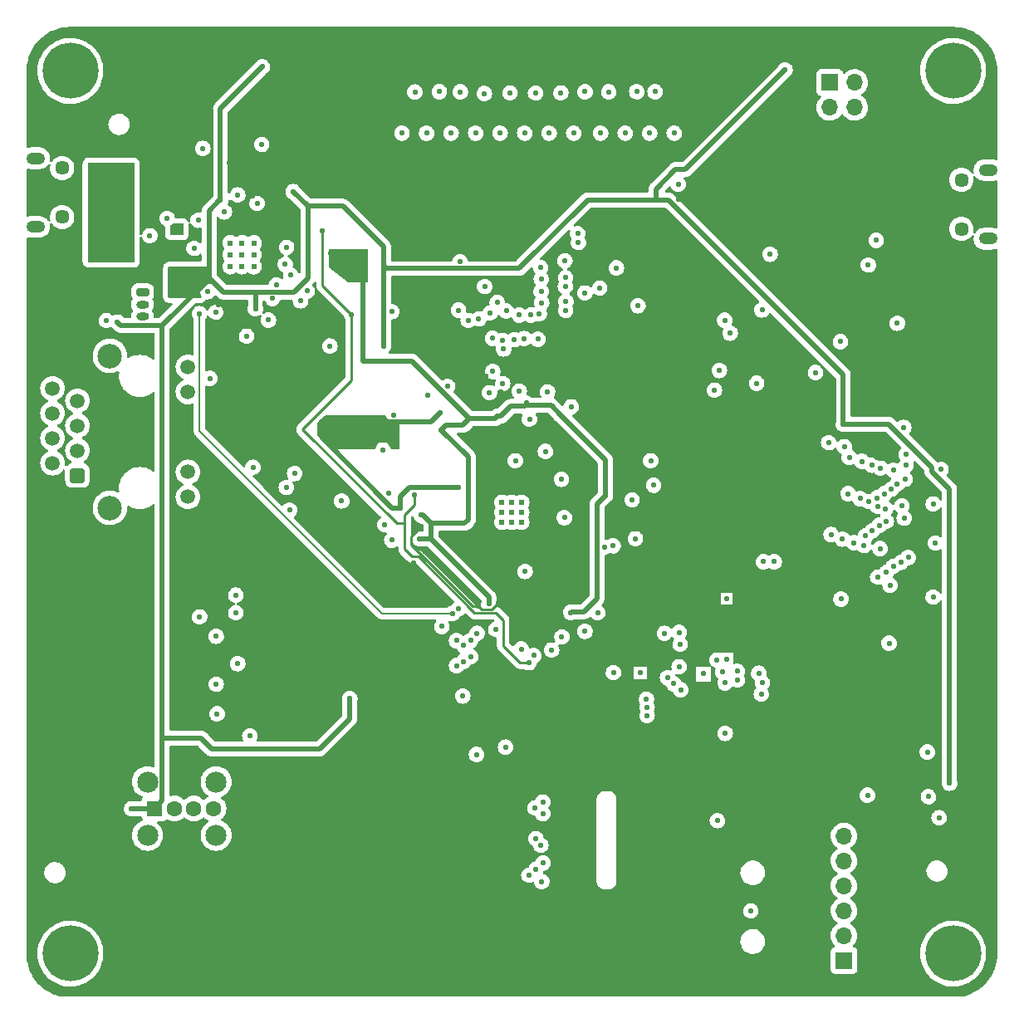
<source format=gbr>
%TF.GenerationSoftware,KiCad,Pcbnew,(6.0.8)*%
%TF.CreationDate,2023-03-24T20:25:01-04:00*%
%TF.ProjectId,lb_mp1,6c625f6d-7031-42e6-9b69-6361645f7063,rev?*%
%TF.SameCoordinates,Original*%
%TF.FileFunction,Copper,L3,Inr*%
%TF.FilePolarity,Positive*%
%FSLAX46Y46*%
G04 Gerber Fmt 4.6, Leading zero omitted, Abs format (unit mm)*
G04 Created by KiCad (PCBNEW (6.0.8)) date 2023-03-24 20:25:01*
%MOMM*%
%LPD*%
G01*
G04 APERTURE LIST*
G04 Aperture macros list*
%AMRoundRect*
0 Rectangle with rounded corners*
0 $1 Rounding radius*
0 $2 $3 $4 $5 $6 $7 $8 $9 X,Y pos of 4 corners*
0 Add a 4 corners polygon primitive as box body*
4,1,4,$2,$3,$4,$5,$6,$7,$8,$9,$2,$3,0*
0 Add four circle primitives for the rounded corners*
1,1,$1+$1,$2,$3*
1,1,$1+$1,$4,$5*
1,1,$1+$1,$6,$7*
1,1,$1+$1,$8,$9*
0 Add four rect primitives between the rounded corners*
20,1,$1+$1,$2,$3,$4,$5,0*
20,1,$1+$1,$4,$5,$6,$7,0*
20,1,$1+$1,$6,$7,$8,$9,0*
20,1,$1+$1,$8,$9,$2,$3,0*%
G04 Aperture macros list end*
%TA.AperFunction,ComponentPad*%
%ADD10RoundRect,0.200000X-0.450000X0.200000X-0.450000X-0.200000X0.450000X-0.200000X0.450000X0.200000X0*%
%TD*%
%TA.AperFunction,ComponentPad*%
%ADD11O,1.300000X0.800000*%
%TD*%
%TA.AperFunction,ComponentPad*%
%ADD12R,1.600000X1.600000*%
%TD*%
%TA.AperFunction,ComponentPad*%
%ADD13C,1.600000*%
%TD*%
%TA.AperFunction,ComponentPad*%
%ADD14C,2.150000*%
%TD*%
%TA.AperFunction,ComponentPad*%
%ADD15C,5.700000*%
%TD*%
%TA.AperFunction,ComponentPad*%
%ADD16O,1.700000X1.700000*%
%TD*%
%TA.AperFunction,ComponentPad*%
%ADD17R,1.700000X1.700000*%
%TD*%
%TA.AperFunction,ComponentPad*%
%ADD18C,1.450000*%
%TD*%
%TA.AperFunction,ComponentPad*%
%ADD19O,1.900000X1.200000*%
%TD*%
%TA.AperFunction,ComponentPad*%
%ADD20RoundRect,0.250500X0.499500X-0.499500X0.499500X0.499500X-0.499500X0.499500X-0.499500X-0.499500X0*%
%TD*%
%TA.AperFunction,ComponentPad*%
%ADD21C,1.500000*%
%TD*%
%TA.AperFunction,ComponentPad*%
%ADD22C,2.500000*%
%TD*%
%TA.AperFunction,ComponentPad*%
%ADD23C,0.609600*%
%TD*%
%TA.AperFunction,ViaPad*%
%ADD24C,0.560000*%
%TD*%
%TA.AperFunction,Conductor*%
%ADD25C,0.500000*%
%TD*%
%TA.AperFunction,Conductor*%
%ADD26C,0.254000*%
%TD*%
%TA.AperFunction,Conductor*%
%ADD27C,0.127000*%
%TD*%
G04 APERTURE END LIST*
D10*
%TO.N,+BATT*%
%TO.C,J3*%
X111790000Y-74210000D03*
D11*
%TO.N,GND*%
X111790000Y-75460000D03*
%TO.N,N/C*%
X111790000Y-76710000D03*
%TD*%
D12*
%TO.N,VCC*%
%TO.C,J8*%
X113030000Y-126860000D03*
D13*
%TO.N,/Connections/USB-D-*%
X115030000Y-126860000D03*
%TO.N,/Connections/USB-D+*%
X117030000Y-126860000D03*
%TO.N,GND*%
X119030000Y-126860000D03*
D14*
X119300000Y-124140000D03*
X119300000Y-129580000D03*
X112300000Y-124140000D03*
X112300000Y-129580000D03*
%TD*%
D15*
%TO.N,N/C*%
%TO.C,H1*%
X104440000Y-51660000D03*
%TD*%
%TO.N,N/C*%
%TO.C,H4*%
X194440000Y-141660000D03*
%TD*%
%TO.N,N/C*%
%TO.C,H3*%
X104440000Y-141660000D03*
%TD*%
D16*
%TO.N,unconnected-(J10-Pad6)*%
%TO.C,J10*%
X183300000Y-129650000D03*
%TO.N,Net-(D10-Pad1)*%
X183300000Y-132190000D03*
%TO.N,Net-(D11-Pad1)*%
X183300000Y-134730000D03*
%TO.N,unconnected-(J10-Pad3)*%
X183300000Y-137270000D03*
%TO.N,unconnected-(J10-Pad2)*%
X183300000Y-139810000D03*
D17*
%TO.N,GND*%
X183300000Y-142350000D03*
%TD*%
D18*
%TO.N,GND*%
%TO.C,J4*%
X103602500Y-66560000D03*
D19*
X100902500Y-67560000D03*
D18*
X103602500Y-61560000D03*
D19*
X100902500Y-60560000D03*
%TD*%
D20*
%TO.N,/Connections/EPHY-TXP*%
%TO.C,J7*%
X105167500Y-92900000D03*
D21*
%TO.N,/Connections/EPHY-TXN*%
X102627500Y-91640000D03*
%TO.N,/Connections/EPHY-RXP*%
X105167500Y-90360000D03*
%TO.N,Net-(C61-Pad1)*%
X102627500Y-89100000D03*
%TO.N,Net-(C70-Pad1)*%
X105167500Y-87820000D03*
%TO.N,/Connections/EPHY-RXN*%
X102627500Y-86560000D03*
%TO.N,unconnected-(J7-Pad7)*%
X105167500Y-85280000D03*
%TO.N,GND*%
X102627500Y-84020000D03*
X116427500Y-95085000D03*
%TO.N,Net-(J7-Pad10)*%
X116427500Y-92545000D03*
%TO.N,GND*%
X116427500Y-84375000D03*
%TO.N,Net-(J7-Pad12)*%
X116427500Y-81835000D03*
D22*
%TO.N,GND*%
X108477500Y-96205000D03*
X108477500Y-80715000D03*
%TD*%
D19*
%TO.N,GND*%
%TO.C,J5*%
X197977500Y-61760000D03*
D18*
X195277500Y-62760000D03*
D19*
X197977500Y-68760000D03*
D18*
X195277500Y-67760000D03*
%TD*%
D23*
%TO.N,GND*%
%TO.C,U2*%
X123140000Y-71590000D03*
X121940000Y-71590000D03*
X120740000Y-71590000D03*
X123140000Y-70390000D03*
X121940000Y-70390000D03*
X120740000Y-70390000D03*
X123140000Y-69190000D03*
X121940000Y-69190000D03*
X120740000Y-69190000D03*
%TD*%
D15*
%TO.N,N/C*%
%TO.C,H2*%
X194440000Y-51660000D03*
%TD*%
D17*
%TO.N,GND*%
%TO.C,J2*%
X181859000Y-52827000D03*
D16*
%TO.N,SWCLK*%
X184399000Y-52827000D03*
%TO.N,NRST*%
X181859000Y-55367000D03*
%TO.N,SWDIO*%
X184399000Y-55367000D03*
%TD*%
D23*
%TO.N,GND*%
%TO.C,U8*%
X150440000Y-97660000D03*
X149440000Y-97660000D03*
X148440000Y-97660000D03*
X150440000Y-96660000D03*
X149440000Y-96660000D03*
X148440000Y-96660000D03*
X150440000Y-95660000D03*
X149440000Y-95660000D03*
X148440000Y-95660000D03*
%TD*%
D24*
%TO.N,GND*%
X170400000Y-128100000D03*
X173800000Y-137300000D03*
%TO.N,Net-(D1-Pad1)*%
X108100000Y-77100000D03*
%TO.N,GND*%
X144450000Y-115390000D03*
X150400000Y-110600000D03*
X119300000Y-114200000D03*
X163600000Y-91400000D03*
X170936662Y-112959190D03*
X152400000Y-130600000D03*
X124640000Y-77060000D03*
X180400000Y-82400000D03*
X191800000Y-121100000D03*
X119300000Y-109300000D03*
X155500000Y-85900000D03*
X130900000Y-79700000D03*
X147170000Y-84460000D03*
X147800000Y-108600000D03*
X121300000Y-106900000D03*
X142903970Y-83833491D03*
X158400000Y-73800000D03*
X132100000Y-95500000D03*
X192400000Y-95800000D03*
X148510000Y-83540000D03*
X137200000Y-76200000D03*
X114300000Y-66700000D03*
X158200000Y-106900000D03*
X171700000Y-78400000D03*
X121300000Y-105100000D03*
X161700000Y-95400000D03*
X152100000Y-79000000D03*
X123046461Y-92066412D03*
X127900000Y-75100000D03*
X127300000Y-92700000D03*
X166500000Y-112400000D03*
X120140000Y-66030000D03*
X185700000Y-125500000D03*
X192600000Y-99800000D03*
X123470172Y-65163742D03*
X189200000Y-96000000D03*
X153500000Y-110700000D03*
X165000000Y-109000000D03*
X189400000Y-88000000D03*
X145900000Y-109000000D03*
X170370000Y-111720000D03*
X162040000Y-99360000D03*
X126480000Y-69650000D03*
X117620000Y-107320000D03*
X163900000Y-93900000D03*
X193200000Y-92300000D03*
X136300000Y-90300000D03*
X162300000Y-75600000D03*
X121500000Y-112100000D03*
X137427580Y-86718409D03*
X156900000Y-108800000D03*
X174400000Y-83500000D03*
X137200000Y-99500000D03*
X183000000Y-105500000D03*
X150200000Y-84300000D03*
X193000000Y-127800000D03*
X192400000Y-105300000D03*
X175768000Y-70358000D03*
X151668208Y-111267169D03*
X140853222Y-84684415D03*
X174880000Y-115200000D03*
X159800000Y-113000000D03*
X187900000Y-110000000D03*
X188000000Y-104100000D03*
X122730000Y-119460000D03*
X136860000Y-94700000D03*
X174990000Y-114050000D03*
X150800000Y-102700000D03*
X142300000Y-108300000D03*
X119400000Y-117200000D03*
X136500000Y-97900000D03*
X121500000Y-64300000D03*
X154540000Y-109360000D03*
X119260000Y-76260000D03*
X122400000Y-78700000D03*
X174620000Y-113060000D03*
X147500000Y-82300000D03*
X146670000Y-73640000D03*
%TO.N,+1V8*%
X136400000Y-87400000D03*
X138060000Y-96210000D03*
X137680000Y-89700000D03*
X142100000Y-86500000D03*
X144000000Y-94130000D03*
X130000000Y-87400000D03*
%TO.N,N_Oe*%
X126340000Y-71380000D03*
X123940000Y-59160000D03*
%TO.N,+VDC*%
X110600000Y-70800000D03*
X109400000Y-66400000D03*
X106800000Y-61400000D03*
%TO.N,Pwron*%
X117940000Y-59560000D03*
X125040000Y-74860000D03*
%TO.N,reset*%
X117460000Y-66880000D03*
X144040000Y-106460000D03*
%TO.N,Net-(D11-Pad1)*%
X170600000Y-82200000D03*
X176200000Y-101700000D03*
%TO.N,Net-(D1-Pad1)*%
X118440000Y-74160000D03*
%TO.N,Net-(D15-Pad1)*%
X145250000Y-111390000D03*
X145250000Y-109710000D03*
%TO.N,Net-(D21-Pad1)*%
X143810000Y-112290000D03*
X143800000Y-109740000D03*
%TO.N,PWM0*%
X154500000Y-93300000D03*
X191910000Y-125650000D03*
%TO.N,Net-(C6-Pad1)*%
X117040000Y-69750000D03*
X112540000Y-68460000D03*
%TO.N,+3.3V*%
X154770000Y-78240000D03*
X120600000Y-61000000D03*
X189155000Y-104860000D03*
X119520000Y-75500000D03*
X123000000Y-64400000D03*
X126140000Y-65860000D03*
X166450000Y-64730000D03*
X125000000Y-107000000D03*
X145300000Y-69480000D03*
X178930000Y-115410000D03*
X162040000Y-91760000D03*
X122400000Y-59400000D03*
X161040000Y-99460000D03*
X190610000Y-75840000D03*
X121800000Y-116700000D03*
X146770000Y-82770000D03*
X124080000Y-114460000D03*
X171340000Y-111640000D03*
X186690000Y-91070000D03*
X160650000Y-105360000D03*
X155720000Y-105810000D03*
X124000000Y-112000000D03*
X146040000Y-106240000D03*
X141800000Y-80000000D03*
X108940000Y-102460000D03*
X105300000Y-121600000D03*
X148300000Y-84400000D03*
X181742500Y-75010000D03*
X161500000Y-111800000D03*
X177038000Y-56642000D03*
X171340000Y-105510000D03*
X175500000Y-72400000D03*
X140150000Y-98130000D03*
X139440000Y-101860000D03*
X172460000Y-104420000D03*
X123800000Y-105300000D03*
X162520000Y-113030000D03*
X148050000Y-105880000D03*
X109440000Y-75460000D03*
X168950000Y-113060000D03*
X162230000Y-119550000D03*
X171580000Y-121820000D03*
X152500000Y-81010000D03*
X191890000Y-74380000D03*
%TO.N,Net-(J7-Pad10)*%
X126770000Y-96430000D03*
%TO.N,Net-(J7-Pad12)*%
X118660000Y-83000000D03*
X126450000Y-94130000D03*
%TO.N,Net-(D13-Pad1)*%
X144510000Y-110240000D03*
X144500000Y-111870000D03*
%TO.N,Net-(D10-Pad1)*%
X186590000Y-68930000D03*
X175100000Y-101700000D03*
X185780000Y-71440000D03*
X170100000Y-84200000D03*
%TO.N,Net-(R51-Pad2)*%
X166600000Y-110100000D03*
X172440000Y-113760000D03*
%TO.N,Net-(R60-Pad2)*%
X171190000Y-114060000D03*
X171200000Y-119200000D03*
%TO.N,Net-(RN1-Pad2)*%
X163230000Y-117380000D03*
X166660000Y-114750000D03*
%TO.N,Net-(RN1-Pad3)*%
X165942827Y-114147260D03*
X163230000Y-116540000D03*
%TO.N,Net-(RN1-Pad4)*%
X163170000Y-115710000D03*
X165310000Y-113530000D03*
%TO.N,Net-(U8-Pad5)*%
X166500000Y-108900000D03*
X172440000Y-112860000D03*
%TO.N,USART1_TX*%
X158900000Y-100210000D03*
X159320000Y-53790000D03*
X152430000Y-74120000D03*
%TO.N,USART1_RX*%
X161000000Y-58000000D03*
X154900000Y-73630000D03*
X159760000Y-100080000D03*
%TO.N,NMI*%
X125440000Y-73460000D03*
X152870000Y-90450000D03*
%TO.N,+1V2*%
X154440000Y-86760000D03*
X150900000Y-85500000D03*
X140020000Y-99360000D03*
X158970000Y-94960000D03*
X130950000Y-70280000D03*
X140200000Y-96960000D03*
X147990000Y-86860000D03*
X147100000Y-106000000D03*
X142245000Y-88255000D03*
X134245000Y-71795000D03*
X155440000Y-106870000D03*
X145130000Y-87130000D03*
%TO.N,VDD*%
X117600000Y-76400000D03*
X115190000Y-67480000D03*
X143420000Y-106980000D03*
%TO.N,+3V0*%
X151200000Y-112000000D03*
X130140000Y-67930000D03*
X133100000Y-76500000D03*
X139470000Y-94850000D03*
%TO.N,VCC*%
X117860000Y-119800000D03*
X117890000Y-73520000D03*
X119740000Y-64860000D03*
X114880000Y-72240000D03*
X110670000Y-126880000D03*
X136350000Y-79700000D03*
X128640000Y-72560000D03*
X124000000Y-51230000D03*
X194070000Y-124280000D03*
X109240000Y-77260000D03*
X177292000Y-51562000D03*
X183240000Y-87685000D03*
X132920000Y-115660000D03*
X123300000Y-75900000D03*
X127140000Y-63960000D03*
%TO.N,scl*%
X156153604Y-68249774D03*
X154800000Y-97200000D03*
X151240000Y-87160000D03*
X126890000Y-72470000D03*
%TO.N,sda*%
X128570000Y-74100000D03*
X153090000Y-84380000D03*
X149800000Y-91400000D03*
X156230000Y-69150000D03*
%TO.N,Net-(C60-Pad1)*%
X188740000Y-77385000D03*
%TO.N,Net-(R24-Pad2)*%
X171140000Y-77070000D03*
X174950000Y-76030000D03*
%TO.N,/STM32/PF6*%
X164050000Y-53780000D03*
X152380000Y-71710000D03*
%TO.N,NRST*%
X160110000Y-71740000D03*
X166400000Y-63200000D03*
%TO.N,/STM32/PF7*%
X166000000Y-58000000D03*
X154850000Y-71020000D03*
%TO.N,/STM32/PB0*%
X148870000Y-76120000D03*
X148250000Y-58000000D03*
%TO.N,/STM32/PB1*%
X149680000Y-79060000D03*
X149260000Y-53900000D03*
%TO.N,USART2_TX*%
X140750000Y-58000000D03*
X145000000Y-77090000D03*
%TO.N,USART2_RX*%
X142060000Y-53780000D03*
X146060000Y-76940000D03*
%TO.N,/STM32/PB2*%
X150200000Y-76550000D03*
X150750000Y-58000000D03*
%TO.N,/STM32/PB12*%
X154440000Y-53890000D03*
X152250000Y-76420000D03*
%TO.N,/STM32/PB13*%
X155750000Y-58000000D03*
X154930000Y-76090000D03*
%TO.N,/STM32/PB14*%
X156910000Y-53780000D03*
X152480000Y-75290000D03*
%TO.N,/STM32/PB15*%
X154960000Y-75160000D03*
X158500000Y-58000000D03*
%TO.N,I2C2_SCL*%
X150710000Y-78940000D03*
X151860000Y-53910000D03*
%TO.N,I2C2_SDA*%
X153250000Y-58000000D03*
X151390000Y-76550000D03*
%TO.N,PWM_CH1*%
X156890000Y-74300000D03*
X148607994Y-80008393D03*
%TO.N,/STM32/PA1*%
X144010000Y-76050000D03*
X139560000Y-53800000D03*
%TO.N,/STM32/PA4*%
X147480000Y-78920000D03*
X143250000Y-58000000D03*
%TO.N,/STM32/PA5*%
X147240000Y-76330000D03*
X144200000Y-53790000D03*
%TO.N,/STM32/PA6*%
X145750000Y-58000000D03*
X148510000Y-79140000D03*
%TO.N,/STM32/PA7*%
X146650000Y-53960000D03*
X147960000Y-75240000D03*
%TO.N,/STM32/PA11*%
X152440000Y-72890000D03*
X162180000Y-53770000D03*
%TO.N,/STM32/PA12*%
X154920000Y-72740000D03*
X163500000Y-58000000D03*
%TO.N,/STM32/PC13*%
X138250000Y-58000000D03*
X144160000Y-71100000D03*
%TO.N,Net-(D26-Pad1)*%
X182940000Y-79260000D03*
%TO.N,Net-(C102-Pad2)*%
X151800000Y-126800000D03*
%TO.N,Net-(C103-Pad1)*%
X152620000Y-132400000D03*
%TO.N,Net-(C103-Pad2)*%
X151910008Y-133056982D03*
%TO.N,Net-(C107-Pad1)*%
X151180000Y-133670000D03*
%TO.N,Net-(C107-Pad2)*%
X152500000Y-134300000D03*
%TO.N,Net-(C108-Pad1)*%
X152600000Y-126200000D03*
%TO.N,Net-(R66-Pad2)*%
X152600000Y-127400000D03*
%TO.N,Net-(C104-Pad1)*%
X145850000Y-121350000D03*
X151895000Y-129935000D03*
%TO.N,Net-(C106-Pad2)*%
X148800000Y-120600000D03*
%TO.N,Net-(U10-Pad30)*%
X181740000Y-89560000D03*
X189640000Y-91860000D03*
%TO.N,Net-(U10-Pad32)*%
X183340000Y-89960000D03*
X189640000Y-90760000D03*
%TO.N,Net-(U10-Pad23)*%
X183840000Y-91060000D03*
X186700102Y-95182843D03*
%TO.N,Net-(U10-Pad24)*%
X185140000Y-91460000D03*
X187440000Y-94760000D03*
%TO.N,Net-(U10-Pad25)*%
X188130000Y-94310000D03*
X186140000Y-91860000D03*
%TO.N,Net-(U10-Pad26)*%
X187040000Y-92160000D03*
X188740000Y-93760000D03*
%TO.N,Net-(U10-Pad27)*%
X189532936Y-93285262D03*
X188340000Y-92360000D03*
%TO.N,Net-(U10-Pad15)*%
X185520000Y-99040000D03*
X183740000Y-94760000D03*
%TO.N,Net-(U10-Pad16)*%
X186190000Y-98550000D03*
X184940000Y-95260000D03*
%TO.N,Net-(U10-Pad17)*%
X185840000Y-95560000D03*
X186910000Y-97980000D03*
%TO.N,Net-(U10-Pad18)*%
X186740000Y-96060000D03*
X187620000Y-97560000D03*
%TO.N,Net-(U10-Pad19)*%
X189440000Y-97260000D03*
X187546393Y-96284697D03*
%TO.N,Net-(U10-Pad7)*%
X181990000Y-98920000D03*
X186740000Y-103260000D03*
%TO.N,Net-(U10-Pad8)*%
X183150000Y-99390000D03*
X187640000Y-102760000D03*
%TO.N,Net-(U10-Pad9)*%
X184340000Y-99760000D03*
X188340000Y-102160000D03*
%TO.N,Net-(U10-Pad10)*%
X189140000Y-101760000D03*
X185340000Y-100060000D03*
%TO.N,Net-(U10-Pad11)*%
X186980000Y-100350000D03*
X189860631Y-101263626D03*
%TD*%
D25*
%TO.N,+1V8*%
X144000000Y-94130000D02*
X138970000Y-94130000D01*
X138060000Y-95040000D02*
X138060000Y-96210000D01*
X141200000Y-87400000D02*
X142100000Y-86500000D01*
X138970000Y-94130000D02*
X138060000Y-95040000D01*
X137255815Y-96210000D02*
X130000000Y-88954185D01*
X136400000Y-87400000D02*
X141200000Y-87400000D01*
X130000000Y-88954185D02*
X130000000Y-87400000D01*
X137255815Y-96210000D02*
X138060000Y-96210000D01*
D26*
%TO.N,+3.3V*%
X139200000Y-100000000D02*
X145440000Y-106240000D01*
X139200000Y-99080000D02*
X139200000Y-100000000D01*
X146351000Y-106551000D02*
X147379000Y-106551000D01*
X147379000Y-106551000D02*
X148050000Y-105880000D01*
X145440000Y-106240000D02*
X146040000Y-106240000D01*
X140150000Y-98130000D02*
X139200000Y-99080000D01*
X146040000Y-106240000D02*
X146351000Y-106551000D01*
D25*
%TO.N,+1V2*%
X140060000Y-99400000D02*
X140020000Y-99360000D01*
X142700000Y-87800000D02*
X142245000Y-88255000D01*
X141200000Y-97800000D02*
X141200000Y-99400000D01*
X145000000Y-91010000D02*
X142245000Y-88255000D01*
X155510000Y-106800000D02*
X155440000Y-106870000D01*
X158116000Y-95814000D02*
X158116000Y-105484000D01*
X134245000Y-81245000D02*
X139245000Y-81245000D01*
X140360000Y-96960000D02*
X141200000Y-97800000D01*
X141200000Y-99400000D02*
X140060000Y-99400000D01*
X150834000Y-85766000D02*
X153446000Y-85766000D01*
X158116000Y-105484000D02*
X156800000Y-106800000D01*
X139245000Y-81245000D02*
X145130000Y-87130000D01*
X147720000Y-87130000D02*
X147990000Y-86860000D01*
X147100000Y-105300000D02*
X147100000Y-106000000D01*
X149340000Y-85860000D02*
X150740000Y-85860000D01*
X144460000Y-87800000D02*
X145130000Y-87130000D01*
X145130000Y-87130000D02*
X147720000Y-87130000D01*
X156800000Y-106800000D02*
X155510000Y-106800000D01*
X147990000Y-86860000D02*
X148340000Y-86860000D01*
X144600000Y-97800000D02*
X145000000Y-97400000D01*
X134245000Y-71795000D02*
X134245000Y-81245000D01*
X154440000Y-86760000D02*
X158970000Y-91290000D01*
X144460000Y-87800000D02*
X142700000Y-87800000D01*
X158970000Y-94960000D02*
X158116000Y-95814000D01*
X141200000Y-97800000D02*
X144600000Y-97800000D01*
X153446000Y-85766000D02*
X154440000Y-86760000D01*
X140200000Y-96960000D02*
X140360000Y-96960000D01*
X158970000Y-91290000D02*
X158970000Y-94960000D01*
X150740000Y-85860000D02*
X150834000Y-85766000D01*
X148340000Y-86860000D02*
X149340000Y-85860000D01*
X145000000Y-97400000D02*
X145000000Y-91010000D01*
X141200000Y-99400000D02*
X147100000Y-105300000D01*
D27*
%TO.N,VDD*%
X117600000Y-88400000D02*
X136180000Y-106980000D01*
X136180000Y-106980000D02*
X143420000Y-106980000D01*
X117600000Y-76400000D02*
X117600000Y-88400000D01*
D26*
%TO.N,+3V0*%
X138500000Y-97800000D02*
X138500000Y-96900000D01*
X148560000Y-107660000D02*
X147830000Y-106930000D01*
X145643510Y-106930000D02*
X139894989Y-101181479D01*
X150288521Y-112000000D02*
X148560000Y-110271479D01*
X130140000Y-73540000D02*
X133100000Y-76500000D01*
X137700000Y-97800000D02*
X138500000Y-97800000D01*
X139470000Y-95930000D02*
X139470000Y-94850000D01*
X133100000Y-76500000D02*
X133100000Y-83200000D01*
X148560000Y-110271479D02*
X148560000Y-107660000D01*
X138500000Y-96900000D02*
X139470000Y-95930000D01*
X151200000Y-112000000D02*
X150288521Y-112000000D01*
X147830000Y-106930000D02*
X145643510Y-106930000D01*
X133100000Y-83200000D02*
X128100000Y-88200000D01*
X139281479Y-101181479D02*
X138500000Y-100400000D01*
X138500000Y-100400000D02*
X138500000Y-97800000D01*
X139894989Y-101181479D02*
X139281479Y-101181479D01*
X128100000Y-88200000D02*
X137700000Y-97800000D01*
X130140000Y-67930000D02*
X130140000Y-73540000D01*
D25*
%TO.N,VCC*%
X117890000Y-73520000D02*
X113810000Y-77600000D01*
X119740000Y-64860000D02*
X119740000Y-55490000D01*
X136350000Y-71550000D02*
X136350000Y-79700000D01*
X110670000Y-126880000D02*
X113010000Y-126880000D01*
X164114000Y-63724000D02*
X164114000Y-64800000D01*
X132920000Y-117710000D02*
X132920000Y-115660000D01*
X128400000Y-120800000D02*
X129830000Y-120800000D01*
X166116000Y-61722000D02*
X164114000Y-63724000D01*
X127200000Y-74200000D02*
X128640000Y-72760000D01*
X118564000Y-72846000D02*
X118646000Y-72846000D01*
X113810000Y-77600000D02*
X109580000Y-77600000D01*
X132260000Y-65460000D02*
X136350000Y-69550000D01*
X183240000Y-87685000D02*
X187875000Y-87685000D01*
X192260000Y-92497530D02*
X194070000Y-94307530D01*
X117890000Y-73520000D02*
X118564000Y-72846000D01*
X177292000Y-51562000D02*
X167132000Y-61722000D01*
X119657530Y-64860000D02*
X119740000Y-64860000D01*
X136614000Y-71814000D02*
X136350000Y-71550000D01*
X123300000Y-74200000D02*
X127200000Y-74200000D01*
X117750000Y-119690000D02*
X117860000Y-119800000D01*
X150186000Y-71814000D02*
X136614000Y-71814000D01*
X119740000Y-55490000D02*
X124000000Y-51230000D01*
X118564000Y-72846000D02*
X118564000Y-65953530D01*
X192260000Y-92070000D02*
X192260000Y-92497530D01*
X183240000Y-82640000D02*
X165400000Y-64800000D01*
X183240000Y-87685000D02*
X183240000Y-82640000D01*
X117860000Y-119800000D02*
X118860000Y-120800000D01*
X136350000Y-69550000D02*
X136350000Y-71550000D01*
X164114000Y-64800000D02*
X157200000Y-64800000D01*
X167132000Y-61722000D02*
X166116000Y-61722000D01*
X120000000Y-74200000D02*
X123300000Y-74200000D01*
X113810000Y-121210000D02*
X113810000Y-126080000D01*
X118564000Y-65953530D02*
X119657530Y-64860000D01*
X132490000Y-118140000D02*
X132920000Y-117710000D01*
X129830000Y-120800000D02*
X132490000Y-118140000D01*
X157200000Y-64800000D02*
X150186000Y-71814000D01*
X187875000Y-87685000D02*
X192260000Y-92070000D01*
X113810000Y-77600000D02*
X113810000Y-119690000D01*
X128640000Y-72560000D02*
X128640000Y-65460000D01*
X113810000Y-119690000D02*
X113810000Y-121210000D01*
X194070000Y-94307530D02*
X194070000Y-124280000D01*
X128640000Y-65460000D02*
X127140000Y-63960000D01*
X123300000Y-74200000D02*
X123300000Y-75900000D01*
X113810000Y-119690000D02*
X117750000Y-119690000D01*
X113810000Y-126080000D02*
X113030000Y-126860000D01*
X118646000Y-72846000D02*
X120000000Y-74200000D01*
X118860000Y-120800000D02*
X128400000Y-120800000D01*
X128640000Y-72760000D02*
X128640000Y-72560000D01*
X109580000Y-77600000D02*
X109240000Y-77260000D01*
X113010000Y-126880000D02*
X113030000Y-126860000D01*
X128640000Y-65460000D02*
X132260000Y-65460000D01*
X165400000Y-64800000D02*
X164114000Y-64800000D01*
%TD*%
%TA.AperFunction,Conductor*%
%TO.N,+3.3V*%
G36*
X123146588Y-59148921D02*
G01*
X123163851Y-59324976D01*
X123219689Y-59492831D01*
X123311327Y-59644143D01*
X123316218Y-59649208D01*
X123316219Y-59649209D01*
X123400000Y-59735967D01*
X123400000Y-64378230D01*
X123299782Y-64388763D01*
X123293116Y-64391032D01*
X123293113Y-64391033D01*
X123138988Y-64443502D01*
X123138985Y-64443503D01*
X123132321Y-64445772D01*
X122981651Y-64538464D01*
X122954051Y-64565492D01*
X122861512Y-64656114D01*
X122855262Y-64662234D01*
X122851447Y-64668154D01*
X122773433Y-64789209D01*
X122766478Y-64800000D01*
X122114522Y-64800000D01*
X122205742Y-64662702D01*
X122250322Y-64545346D01*
X122266060Y-64503916D01*
X122266061Y-64503911D01*
X122268560Y-64497333D01*
X122283819Y-64388763D01*
X122292629Y-64326079D01*
X122292629Y-64326073D01*
X122293180Y-64322156D01*
X122293489Y-64300000D01*
X122273770Y-64124204D01*
X122215594Y-63957145D01*
X122121852Y-63807126D01*
X122059264Y-63744099D01*
X122002166Y-63686601D01*
X122002162Y-63686598D01*
X121997203Y-63681604D01*
X121986359Y-63674722D01*
X121853797Y-63590595D01*
X121853793Y-63590593D01*
X121847843Y-63586817D01*
X121818269Y-63576286D01*
X121687829Y-63529838D01*
X121687824Y-63529837D01*
X121681194Y-63527476D01*
X121674206Y-63526643D01*
X121674203Y-63526642D01*
X121576922Y-63515042D01*
X121505540Y-63506530D01*
X121498537Y-63507266D01*
X121498536Y-63507266D01*
X121450862Y-63512277D01*
X121329610Y-63525021D01*
X121322944Y-63527290D01*
X121322941Y-63527291D01*
X121168816Y-63579760D01*
X121168813Y-63579761D01*
X121162149Y-63582030D01*
X121011479Y-63674722D01*
X120885090Y-63798492D01*
X120789263Y-63947187D01*
X120786854Y-63953807D01*
X120786853Y-63953808D01*
X120742901Y-64074565D01*
X120700807Y-64131736D01*
X120634485Y-64157074D01*
X120564994Y-64142533D01*
X120514395Y-64092731D01*
X120498500Y-64031470D01*
X120498500Y-59000000D01*
X123165402Y-59000000D01*
X123146588Y-59148921D01*
G37*
%TD.AperFunction*%
%TD*%
%TA.AperFunction,Conductor*%
%TO.N,+1V8*%
G36*
X136600940Y-86820002D02*
G01*
X136647433Y-86873658D01*
X136652375Y-86886224D01*
X136707269Y-87051240D01*
X136798907Y-87202552D01*
X136921791Y-87329803D01*
X137069814Y-87426666D01*
X137235618Y-87488328D01*
X137242599Y-87489259D01*
X137242601Y-87489260D01*
X137290801Y-87495691D01*
X137410962Y-87511724D01*
X137417973Y-87511086D01*
X137417977Y-87511086D01*
X137580112Y-87496330D01*
X137587133Y-87495691D01*
X137593835Y-87493513D01*
X137593837Y-87493513D01*
X137748675Y-87443203D01*
X137748678Y-87443202D01*
X137755374Y-87441026D01*
X137761425Y-87437419D01*
X137809483Y-87408771D01*
X137878238Y-87391071D01*
X137945648Y-87413353D01*
X137990309Y-87468543D01*
X138000000Y-87517000D01*
X138000000Y-90074000D01*
X137979998Y-90142121D01*
X137926342Y-90188614D01*
X137874000Y-90200000D01*
X137189708Y-90200000D01*
X137121587Y-90179998D01*
X137075094Y-90126342D01*
X137070717Y-90115437D01*
X137017912Y-89963802D01*
X137015594Y-89957145D01*
X136921852Y-89807126D01*
X136859264Y-89744099D01*
X136802166Y-89686601D01*
X136802162Y-89686598D01*
X136797203Y-89681604D01*
X136786359Y-89674722D01*
X136653797Y-89590595D01*
X136653793Y-89590593D01*
X136647843Y-89586817D01*
X136618269Y-89576286D01*
X136487829Y-89529838D01*
X136487824Y-89529837D01*
X136481194Y-89527476D01*
X136474206Y-89526643D01*
X136474203Y-89526642D01*
X136376922Y-89515042D01*
X136305540Y-89506530D01*
X136298537Y-89507266D01*
X136298536Y-89507266D01*
X136250862Y-89512277D01*
X136129610Y-89525021D01*
X136122944Y-89527290D01*
X136122941Y-89527291D01*
X135968816Y-89579760D01*
X135968813Y-89579761D01*
X135962149Y-89582030D01*
X135811479Y-89674722D01*
X135685090Y-89798492D01*
X135589263Y-89947187D01*
X135586854Y-89953807D01*
X135586853Y-89953808D01*
X135543107Y-90074000D01*
X135528760Y-90113417D01*
X135526722Y-90112675D01*
X135496472Y-90165140D01*
X135433387Y-90197709D01*
X135409469Y-90200000D01*
X131050923Y-90200000D01*
X130982802Y-90179998D01*
X130961828Y-90163095D01*
X129636905Y-88838172D01*
X129602879Y-88775860D01*
X129600000Y-88749077D01*
X129600000Y-87650923D01*
X129620002Y-87582802D01*
X129636905Y-87561828D01*
X130361828Y-86836905D01*
X130424140Y-86802879D01*
X130450923Y-86800000D01*
X136532819Y-86800000D01*
X136600940Y-86820002D01*
G37*
%TD.AperFunction*%
%TD*%
%TA.AperFunction,Conductor*%
%TO.N,VCC*%
G36*
X118742121Y-71620002D02*
G01*
X118788614Y-71673658D01*
X118800000Y-71726000D01*
X118800000Y-73272530D01*
X118779998Y-73340651D01*
X118726342Y-73387144D01*
X118656068Y-73397248D01*
X118631731Y-73391228D01*
X118627830Y-73389839D01*
X118621194Y-73387476D01*
X118614206Y-73386643D01*
X118614203Y-73386642D01*
X118516922Y-73375042D01*
X118445540Y-73366530D01*
X118438537Y-73367266D01*
X118438536Y-73367266D01*
X118390862Y-73372277D01*
X118269610Y-73385021D01*
X118262944Y-73387290D01*
X118262941Y-73387291D01*
X118108816Y-73439760D01*
X118108813Y-73439761D01*
X118102149Y-73442030D01*
X117951479Y-73534722D01*
X117825090Y-73658492D01*
X117729263Y-73807187D01*
X117726854Y-73813807D01*
X117726853Y-73813808D01*
X117671169Y-73966798D01*
X117668760Y-73973417D01*
X117646588Y-74148921D01*
X117663851Y-74324976D01*
X117719689Y-74492831D01*
X117723338Y-74498856D01*
X117789879Y-74608728D01*
X117808058Y-74677358D01*
X117786248Y-74744921D01*
X117731372Y-74789968D01*
X117682103Y-74800000D01*
X114526000Y-74800000D01*
X114457879Y-74779998D01*
X114411386Y-74726342D01*
X114400000Y-74674000D01*
X114400000Y-71726000D01*
X114420002Y-71657879D01*
X114473658Y-71611386D01*
X114526000Y-71600000D01*
X118674000Y-71600000D01*
X118742121Y-71620002D01*
G37*
%TD.AperFunction*%
%TD*%
%TA.AperFunction,Conductor*%
%TO.N,+3.3V*%
G36*
X194410018Y-47170000D02*
G01*
X194424851Y-47172310D01*
X194424855Y-47172310D01*
X194433724Y-47173691D01*
X194454183Y-47171016D01*
X194476007Y-47170072D01*
X194825965Y-47185352D01*
X194836913Y-47186310D01*
X195214498Y-47236019D01*
X195225307Y-47237926D01*
X195597114Y-47320353D01*
X195607731Y-47323198D01*
X195970939Y-47437718D01*
X195981254Y-47441471D01*
X196333123Y-47587220D01*
X196343067Y-47591858D01*
X196680867Y-47767705D01*
X196690387Y-47773201D01*
X197011574Y-47977820D01*
X197020578Y-47984124D01*
X197322716Y-48215962D01*
X197331137Y-48223028D01*
X197611914Y-48480314D01*
X197619686Y-48488086D01*
X197876972Y-48768863D01*
X197884038Y-48777284D01*
X198115876Y-49079422D01*
X198122180Y-49088426D01*
X198326799Y-49409613D01*
X198332294Y-49419132D01*
X198438877Y-49623874D01*
X198508138Y-49756924D01*
X198512780Y-49766877D01*
X198580647Y-49930723D01*
X198658526Y-50118739D01*
X198662282Y-50129061D01*
X198718257Y-50306587D01*
X198776802Y-50492268D01*
X198779647Y-50502885D01*
X198859046Y-50861030D01*
X198862073Y-50874685D01*
X198863981Y-50885502D01*
X198913690Y-51263086D01*
X198914648Y-51274035D01*
X198928189Y-51584156D01*
X198929603Y-51616552D01*
X198928223Y-51641429D01*
X198926309Y-51653724D01*
X198927473Y-51662626D01*
X198927473Y-51662628D01*
X198930436Y-51685283D01*
X198931500Y-51701621D01*
X198931500Y-60621649D01*
X198911498Y-60689770D01*
X198857842Y-60736263D01*
X198787568Y-60746367D01*
X198758407Y-60738517D01*
X198643763Y-60692314D01*
X198436163Y-60651772D01*
X198430601Y-60651500D01*
X197574654Y-60651500D01*
X197416934Y-60666548D01*
X197213966Y-60726092D01*
X197208639Y-60728836D01*
X197208638Y-60728836D01*
X197031251Y-60820196D01*
X197031248Y-60820198D01*
X197025920Y-60822942D01*
X196859580Y-60953604D01*
X196855648Y-60958135D01*
X196855645Y-60958138D01*
X196795328Y-61027648D01*
X196720948Y-61113363D01*
X196717948Y-61118549D01*
X196717945Y-61118553D01*
X196624161Y-61280665D01*
X196615027Y-61296454D01*
X196545639Y-61496271D01*
X196544778Y-61502206D01*
X196544778Y-61502208D01*
X196517429Y-61690834D01*
X196515287Y-61705604D01*
X196525067Y-61916899D01*
X196526471Y-61922724D01*
X196526471Y-61922725D01*
X196543491Y-61993347D01*
X196540006Y-62064258D01*
X196498737Y-62122028D01*
X196432786Y-62148315D01*
X196363093Y-62134774D01*
X196317785Y-62095139D01*
X196229184Y-61968604D01*
X196229182Y-61968601D01*
X196226025Y-61964093D01*
X196073407Y-61811475D01*
X195896606Y-61687677D01*
X195891624Y-61685354D01*
X195891619Y-61685351D01*
X195705975Y-61598784D01*
X195705974Y-61598783D01*
X195700993Y-61596461D01*
X195695685Y-61595039D01*
X195695683Y-61595038D01*
X195497828Y-61542023D01*
X195497826Y-61542023D01*
X195492513Y-61540599D01*
X195277500Y-61521788D01*
X195062487Y-61540599D01*
X195057174Y-61542023D01*
X195057172Y-61542023D01*
X194859317Y-61595038D01*
X194859315Y-61595039D01*
X194854007Y-61596461D01*
X194849026Y-61598783D01*
X194849025Y-61598784D01*
X194663381Y-61685351D01*
X194663376Y-61685354D01*
X194658394Y-61687677D01*
X194481593Y-61811475D01*
X194328975Y-61964093D01*
X194205177Y-62140894D01*
X194202854Y-62145876D01*
X194202851Y-62145881D01*
X194154112Y-62250402D01*
X194113961Y-62336507D01*
X194112539Y-62341815D01*
X194112538Y-62341817D01*
X194059523Y-62539672D01*
X194058099Y-62544987D01*
X194039288Y-62760000D01*
X194058099Y-62975013D01*
X194059523Y-62980326D01*
X194059523Y-62980328D01*
X194109138Y-63165492D01*
X194113961Y-63183493D01*
X194116283Y-63188474D01*
X194116284Y-63188475D01*
X194202851Y-63374119D01*
X194202854Y-63374124D01*
X194205177Y-63379106D01*
X194234955Y-63421633D01*
X194317036Y-63538856D01*
X194328975Y-63555907D01*
X194481593Y-63708525D01*
X194486101Y-63711682D01*
X194486104Y-63711684D01*
X194522156Y-63736928D01*
X194658394Y-63832323D01*
X194663376Y-63834646D01*
X194663381Y-63834649D01*
X194849025Y-63921216D01*
X194854007Y-63923539D01*
X194859315Y-63924961D01*
X194859317Y-63924962D01*
X195057172Y-63977977D01*
X195057174Y-63977977D01*
X195062487Y-63979401D01*
X195277500Y-63998212D01*
X195492513Y-63979401D01*
X195497826Y-63977977D01*
X195497828Y-63977977D01*
X195695683Y-63924962D01*
X195695685Y-63924961D01*
X195700993Y-63923539D01*
X195705975Y-63921216D01*
X195891619Y-63834649D01*
X195891624Y-63834646D01*
X195896606Y-63832323D01*
X196032844Y-63736928D01*
X196068896Y-63711684D01*
X196068899Y-63711682D01*
X196073407Y-63708525D01*
X196226025Y-63555907D01*
X196237965Y-63538856D01*
X196320045Y-63421633D01*
X196349823Y-63379106D01*
X196352146Y-63374124D01*
X196352149Y-63374119D01*
X196438716Y-63188475D01*
X196438717Y-63188474D01*
X196441039Y-63183493D01*
X196445863Y-63165492D01*
X196495477Y-62980328D01*
X196495477Y-62980326D01*
X196496901Y-62975013D01*
X196515712Y-62760000D01*
X196496901Y-62544987D01*
X196495477Y-62539672D01*
X196479278Y-62479216D01*
X196480968Y-62408239D01*
X196520762Y-62349444D01*
X196586027Y-62321496D01*
X196656040Y-62333270D01*
X196703754Y-62373704D01*
X196734006Y-62416351D01*
X196770227Y-62467413D01*
X196784554Y-62487611D01*
X196937350Y-62633881D01*
X197115048Y-62748620D01*
X197143286Y-62760000D01*
X197305668Y-62825442D01*
X197305671Y-62825443D01*
X197311237Y-62827686D01*
X197518837Y-62868228D01*
X197524399Y-62868500D01*
X198380346Y-62868500D01*
X198538066Y-62853452D01*
X198741034Y-62793908D01*
X198747807Y-62790420D01*
X198748607Y-62790266D01*
X198751932Y-62788936D01*
X198752188Y-62789577D01*
X198817524Y-62777010D01*
X198883425Y-62803422D01*
X198924586Y-62861269D01*
X198931500Y-62902435D01*
X198931500Y-67621649D01*
X198911498Y-67689770D01*
X198857842Y-67736263D01*
X198787568Y-67746367D01*
X198758407Y-67738517D01*
X198643763Y-67692314D01*
X198436163Y-67651772D01*
X198430601Y-67651500D01*
X197574654Y-67651500D01*
X197416934Y-67666548D01*
X197213966Y-67726092D01*
X197208639Y-67728836D01*
X197208638Y-67728836D01*
X197031251Y-67820196D01*
X197031248Y-67820198D01*
X197025920Y-67822942D01*
X196859580Y-67953604D01*
X196855648Y-67958135D01*
X196855645Y-67958138D01*
X196770229Y-68056572D01*
X196720948Y-68113363D01*
X196717946Y-68118553D01*
X196712186Y-68128508D01*
X196660759Y-68177455D01*
X196591033Y-68190828D01*
X196525146Y-68164381D01*
X196484017Y-68106511D01*
X196481418Y-68032797D01*
X196495476Y-67980335D01*
X196495478Y-67980324D01*
X196496901Y-67975013D01*
X196515712Y-67760000D01*
X196496901Y-67544987D01*
X196493369Y-67531804D01*
X196442462Y-67341817D01*
X196442461Y-67341815D01*
X196441039Y-67336507D01*
X196438716Y-67331525D01*
X196352149Y-67145881D01*
X196352146Y-67145876D01*
X196349823Y-67140894D01*
X196273562Y-67031982D01*
X196229184Y-66968604D01*
X196229182Y-66968601D01*
X196226025Y-66964093D01*
X196073407Y-66811475D01*
X196068332Y-66807921D01*
X195951385Y-66726034D01*
X195896606Y-66687677D01*
X195891624Y-66685354D01*
X195891619Y-66685351D01*
X195705975Y-66598784D01*
X195705974Y-66598783D01*
X195700993Y-66596461D01*
X195695685Y-66595039D01*
X195695683Y-66595038D01*
X195497828Y-66542023D01*
X195497826Y-66542023D01*
X195492513Y-66540599D01*
X195277500Y-66521788D01*
X195062487Y-66540599D01*
X195057174Y-66542023D01*
X195057172Y-66542023D01*
X194859317Y-66595038D01*
X194859315Y-66595039D01*
X194854007Y-66596461D01*
X194849026Y-66598783D01*
X194849025Y-66598784D01*
X194663381Y-66685351D01*
X194663376Y-66685354D01*
X194658394Y-66687677D01*
X194603615Y-66726034D01*
X194486669Y-66807921D01*
X194481593Y-66811475D01*
X194328975Y-66964093D01*
X194325818Y-66968601D01*
X194325816Y-66968604D01*
X194281438Y-67031982D01*
X194205177Y-67140894D01*
X194202854Y-67145876D01*
X194202851Y-67145881D01*
X194116284Y-67331525D01*
X194113961Y-67336507D01*
X194112539Y-67341815D01*
X194112538Y-67341817D01*
X194061631Y-67531804D01*
X194058099Y-67544987D01*
X194039288Y-67760000D01*
X194058099Y-67975013D01*
X194059523Y-67980326D01*
X194059523Y-67980328D01*
X194107623Y-68159838D01*
X194113961Y-68183493D01*
X194116283Y-68188474D01*
X194116284Y-68188475D01*
X194202851Y-68374119D01*
X194202854Y-68374124D01*
X194205177Y-68379106D01*
X194260535Y-68458165D01*
X194323873Y-68548620D01*
X194328975Y-68555907D01*
X194481593Y-68708525D01*
X194486101Y-68711682D01*
X194486104Y-68711684D01*
X194516745Y-68733139D01*
X194658394Y-68832323D01*
X194663376Y-68834646D01*
X194663381Y-68834649D01*
X194849025Y-68921216D01*
X194854007Y-68923539D01*
X194859315Y-68924961D01*
X194859317Y-68924962D01*
X195057172Y-68977977D01*
X195057174Y-68977977D01*
X195062487Y-68979401D01*
X195277500Y-68998212D01*
X195492513Y-68979401D01*
X195497826Y-68977977D01*
X195497828Y-68977977D01*
X195695683Y-68924962D01*
X195695685Y-68924961D01*
X195700993Y-68923539D01*
X195705975Y-68921216D01*
X195891619Y-68834649D01*
X195891624Y-68834646D01*
X195896606Y-68832323D01*
X196038255Y-68733139D01*
X196068896Y-68711684D01*
X196068899Y-68711682D01*
X196073407Y-68708525D01*
X196226025Y-68555907D01*
X196231128Y-68548620D01*
X196294465Y-68458165D01*
X196314253Y-68429905D01*
X196369709Y-68385578D01*
X196440328Y-68378269D01*
X196503689Y-68410300D01*
X196539674Y-68471501D01*
X196542161Y-68520257D01*
X196519489Y-68676626D01*
X196515287Y-68705604D01*
X196525067Y-68916899D01*
X196526471Y-68922724D01*
X196526471Y-68922725D01*
X196567984Y-69094976D01*
X196574625Y-69122534D01*
X196577107Y-69127992D01*
X196577108Y-69127996D01*
X196615686Y-69212842D01*
X196662174Y-69315087D01*
X196736033Y-69419209D01*
X196776421Y-69476145D01*
X196784554Y-69487611D01*
X196937350Y-69633881D01*
X197115048Y-69748620D01*
X197120614Y-69750863D01*
X197305668Y-69825442D01*
X197305671Y-69825443D01*
X197311237Y-69827686D01*
X197518837Y-69868228D01*
X197524399Y-69868500D01*
X198380346Y-69868500D01*
X198538066Y-69853452D01*
X198741034Y-69793908D01*
X198747807Y-69790420D01*
X198748607Y-69790266D01*
X198751932Y-69788936D01*
X198752188Y-69789577D01*
X198817524Y-69777010D01*
X198883425Y-69803422D01*
X198924586Y-69861269D01*
X198931500Y-69902435D01*
X198931500Y-141610633D01*
X198930000Y-141630018D01*
X198927690Y-141644851D01*
X198927690Y-141644855D01*
X198926309Y-141653724D01*
X198928984Y-141674183D01*
X198929928Y-141696011D01*
X198914648Y-142045964D01*
X198913690Y-142056913D01*
X198867843Y-142405164D01*
X198863982Y-142434490D01*
X198862074Y-142445307D01*
X198779647Y-142817114D01*
X198776802Y-142827732D01*
X198662285Y-143190932D01*
X198658529Y-143201254D01*
X198555439Y-143450136D01*
X198512784Y-143553114D01*
X198508142Y-143563067D01*
X198345953Y-143874631D01*
X198332295Y-143900867D01*
X198326800Y-143910385D01*
X198279019Y-143985387D01*
X198122180Y-144231574D01*
X198115876Y-144240578D01*
X197884038Y-144542716D01*
X197876972Y-144551137D01*
X197619686Y-144831914D01*
X197611914Y-144839686D01*
X197331137Y-145096972D01*
X197322716Y-145104038D01*
X197020578Y-145335876D01*
X197011574Y-145342180D01*
X196690387Y-145546799D01*
X196680868Y-145552294D01*
X196343067Y-145728142D01*
X196333123Y-145732780D01*
X195981254Y-145878529D01*
X195970939Y-145882282D01*
X195616086Y-145994168D01*
X195578197Y-146000000D01*
X103301803Y-146000000D01*
X103263914Y-145994168D01*
X102909061Y-145882282D01*
X102898746Y-145878529D01*
X102546877Y-145732780D01*
X102536933Y-145728142D01*
X102199132Y-145552294D01*
X102189613Y-145546799D01*
X101868426Y-145342180D01*
X101859422Y-145335876D01*
X101557284Y-145104038D01*
X101548863Y-145096972D01*
X101268086Y-144839686D01*
X101260314Y-144831914D01*
X101003028Y-144551137D01*
X100995962Y-144542716D01*
X100764124Y-144240578D01*
X100757820Y-144231574D01*
X100600981Y-143985387D01*
X100553200Y-143910385D01*
X100547705Y-143900867D01*
X100534047Y-143874631D01*
X100371858Y-143563067D01*
X100367216Y-143553114D01*
X100324562Y-143450136D01*
X100221471Y-143201254D01*
X100217715Y-143190932D01*
X100103198Y-142827732D01*
X100100353Y-142817114D01*
X100017926Y-142445307D01*
X100016018Y-142434490D01*
X100012158Y-142405164D01*
X100001078Y-142321005D01*
X100000000Y-142304559D01*
X100000000Y-141648259D01*
X101076587Y-141648259D01*
X101094992Y-142011574D01*
X101095529Y-142014929D01*
X101095530Y-142014935D01*
X101135211Y-142262670D01*
X101152527Y-142370777D01*
X101248519Y-142721664D01*
X101381845Y-143060133D01*
X101383428Y-143063148D01*
X101549362Y-143379206D01*
X101549367Y-143379214D01*
X101550946Y-143382222D01*
X101552840Y-143385040D01*
X101552845Y-143385049D01*
X101672599Y-143563261D01*
X101753843Y-143684165D01*
X101988163Y-143962428D01*
X102014899Y-143987977D01*
X102248702Y-144211405D01*
X102248709Y-144211411D01*
X102251165Y-144213758D01*
X102539771Y-144435214D01*
X102542689Y-144436988D01*
X102847692Y-144622433D01*
X102847697Y-144622436D01*
X102850607Y-144624205D01*
X102853695Y-144625651D01*
X102853694Y-144625651D01*
X103176952Y-144777077D01*
X103176962Y-144777081D01*
X103180036Y-144778521D01*
X103183254Y-144779623D01*
X103183257Y-144779624D01*
X103520981Y-144895253D01*
X103520989Y-144895255D01*
X103524204Y-144896356D01*
X103879084Y-144976332D01*
X103932123Y-144982375D01*
X104237144Y-145017128D01*
X104237152Y-145017128D01*
X104240527Y-145017513D01*
X104243931Y-145017531D01*
X104243934Y-145017531D01*
X104442058Y-145018568D01*
X104604303Y-145019418D01*
X104607689Y-145019068D01*
X104607691Y-145019068D01*
X104962765Y-144982375D01*
X104962774Y-144982374D01*
X104966157Y-144982024D01*
X104969490Y-144981310D01*
X104969493Y-144981309D01*
X105079895Y-144957641D01*
X105321856Y-144905768D01*
X105667239Y-144791544D01*
X105670323Y-144790138D01*
X105670332Y-144790135D01*
X105995171Y-144642096D01*
X105998265Y-144640686D01*
X106042276Y-144614554D01*
X106308128Y-144456704D01*
X106308132Y-144456701D01*
X106311063Y-144454961D01*
X106601973Y-144236539D01*
X106867592Y-143987977D01*
X107104813Y-143712182D01*
X107287271Y-143446705D01*
X107308931Y-143415190D01*
X107308936Y-143415182D01*
X107310861Y-143412381D01*
X107312473Y-143409387D01*
X107312478Y-143409379D01*
X107481703Y-143095092D01*
X107483325Y-143092080D01*
X107620188Y-142755027D01*
X107719850Y-142405164D01*
X107726303Y-142367411D01*
X107780571Y-142049930D01*
X107780571Y-142049928D01*
X107781143Y-142046583D01*
X107783285Y-142011574D01*
X107802585Y-141696011D01*
X107803351Y-141683481D01*
X107803433Y-141660000D01*
X107783760Y-141296751D01*
X107724972Y-140937752D01*
X107627756Y-140587202D01*
X107623331Y-140576081D01*
X107575023Y-140454690D01*
X172737037Y-140454690D01*
X172764025Y-140677715D01*
X172830082Y-140892435D01*
X172832652Y-140897415D01*
X172832654Y-140897419D01*
X172897852Y-141023738D01*
X172933118Y-141092064D01*
X173069877Y-141270292D01*
X173236036Y-141421485D01*
X173240783Y-141424463D01*
X173240786Y-141424465D01*
X173369229Y-141505036D01*
X173426344Y-141540864D01*
X173634783Y-141624656D01*
X173854767Y-141670213D01*
X173859378Y-141670479D01*
X173859379Y-141670479D01*
X173909952Y-141673395D01*
X173909956Y-141673395D01*
X173911775Y-141673500D01*
X174056999Y-141673500D01*
X174059786Y-141673251D01*
X174059792Y-141673251D01*
X174129929Y-141666991D01*
X174223762Y-141658617D01*
X174229176Y-141657136D01*
X174229181Y-141657135D01*
X174356912Y-141622191D01*
X174440451Y-141599337D01*
X174445509Y-141596925D01*
X174445513Y-141596923D01*
X174563042Y-141540864D01*
X174643218Y-141502622D01*
X174825654Y-141371529D01*
X174920107Y-141274061D01*
X174978089Y-141214229D01*
X174978091Y-141214226D01*
X174981992Y-141210201D01*
X175107290Y-141023738D01*
X175197588Y-140818033D01*
X175204034Y-140791187D01*
X175248722Y-140605046D01*
X175248722Y-140605045D01*
X175250032Y-140599589D01*
X175262963Y-140375310D01*
X175235975Y-140152285D01*
X175169918Y-139937565D01*
X175164829Y-139927704D01*
X175086887Y-139776695D01*
X181937251Y-139776695D01*
X181937548Y-139781848D01*
X181937548Y-139781851D01*
X181946836Y-139942927D01*
X181950110Y-139999715D01*
X181951247Y-140004761D01*
X181951248Y-140004767D01*
X181971119Y-140092939D01*
X181999222Y-140217639D01*
X182083266Y-140424616D01*
X182101695Y-140454690D01*
X182176084Y-140576081D01*
X182199987Y-140615088D01*
X182346250Y-140783938D01*
X182350230Y-140787242D01*
X182354981Y-140791187D01*
X182394616Y-140850090D01*
X182396113Y-140921071D01*
X182358997Y-140981593D01*
X182318724Y-141006112D01*
X182203295Y-141049385D01*
X182086739Y-141136739D01*
X181999385Y-141253295D01*
X181948255Y-141389684D01*
X181941500Y-141451866D01*
X181941500Y-143248134D01*
X181948255Y-143310316D01*
X181999385Y-143446705D01*
X182086739Y-143563261D01*
X182203295Y-143650615D01*
X182339684Y-143701745D01*
X182401866Y-143708500D01*
X184198134Y-143708500D01*
X184260316Y-143701745D01*
X184396705Y-143650615D01*
X184513261Y-143563261D01*
X184600615Y-143446705D01*
X184651745Y-143310316D01*
X184658500Y-143248134D01*
X184658500Y-141648259D01*
X191076587Y-141648259D01*
X191094992Y-142011574D01*
X191095529Y-142014929D01*
X191095530Y-142014935D01*
X191135211Y-142262670D01*
X191152527Y-142370777D01*
X191248519Y-142721664D01*
X191381845Y-143060133D01*
X191383428Y-143063148D01*
X191549362Y-143379206D01*
X191549367Y-143379214D01*
X191550946Y-143382222D01*
X191552840Y-143385040D01*
X191552845Y-143385049D01*
X191672599Y-143563261D01*
X191753843Y-143684165D01*
X191988163Y-143962428D01*
X192014899Y-143987977D01*
X192248702Y-144211405D01*
X192248709Y-144211411D01*
X192251165Y-144213758D01*
X192539771Y-144435214D01*
X192542689Y-144436988D01*
X192847692Y-144622433D01*
X192847697Y-144622436D01*
X192850607Y-144624205D01*
X192853695Y-144625651D01*
X192853694Y-144625651D01*
X193176952Y-144777077D01*
X193176962Y-144777081D01*
X193180036Y-144778521D01*
X193183254Y-144779623D01*
X193183257Y-144779624D01*
X193520981Y-144895253D01*
X193520989Y-144895255D01*
X193524204Y-144896356D01*
X193879084Y-144976332D01*
X193932123Y-144982375D01*
X194237144Y-145017128D01*
X194237152Y-145017128D01*
X194240527Y-145017513D01*
X194243931Y-145017531D01*
X194243934Y-145017531D01*
X194442058Y-145018568D01*
X194604303Y-145019418D01*
X194607689Y-145019068D01*
X194607691Y-145019068D01*
X194962765Y-144982375D01*
X194962774Y-144982374D01*
X194966157Y-144982024D01*
X194969490Y-144981310D01*
X194969493Y-144981309D01*
X195079895Y-144957641D01*
X195321856Y-144905768D01*
X195667239Y-144791544D01*
X195670323Y-144790138D01*
X195670332Y-144790135D01*
X195995171Y-144642096D01*
X195998265Y-144640686D01*
X196042276Y-144614554D01*
X196308128Y-144456704D01*
X196308132Y-144456701D01*
X196311063Y-144454961D01*
X196601973Y-144236539D01*
X196867592Y-143987977D01*
X197104813Y-143712182D01*
X197287271Y-143446705D01*
X197308931Y-143415190D01*
X197308936Y-143415182D01*
X197310861Y-143412381D01*
X197312473Y-143409387D01*
X197312478Y-143409379D01*
X197481703Y-143095092D01*
X197483325Y-143092080D01*
X197620188Y-142755027D01*
X197719850Y-142405164D01*
X197726303Y-142367411D01*
X197780571Y-142049930D01*
X197780571Y-142049928D01*
X197781143Y-142046583D01*
X197783285Y-142011574D01*
X197802585Y-141696011D01*
X197803351Y-141683481D01*
X197803433Y-141660000D01*
X197783760Y-141296751D01*
X197724972Y-140937752D01*
X197627756Y-140587202D01*
X197623331Y-140576081D01*
X197494508Y-140252365D01*
X197493249Y-140249201D01*
X197413229Y-140098069D01*
X197324624Y-139930723D01*
X197324620Y-139930716D01*
X197323025Y-139927704D01*
X197321118Y-139924888D01*
X197321113Y-139924879D01*
X197120985Y-139629292D01*
X197119075Y-139626471D01*
X196883785Y-139349027D01*
X196619908Y-139098617D01*
X196330530Y-138878170D01*
X196327618Y-138876413D01*
X196327613Y-138876410D01*
X196021951Y-138692023D01*
X196021945Y-138692020D01*
X196019036Y-138690265D01*
X195693539Y-138539174D01*
X195692167Y-138538537D01*
X195692165Y-138538536D01*
X195689071Y-138537100D01*
X195344494Y-138420467D01*
X195335234Y-138418414D01*
X195191873Y-138386632D01*
X194989336Y-138341731D01*
X194860217Y-138327476D01*
X194631133Y-138302184D01*
X194631128Y-138302184D01*
X194627752Y-138301811D01*
X194624353Y-138301805D01*
X194624352Y-138301805D01*
X194452762Y-138301506D01*
X194263972Y-138301176D01*
X194142375Y-138314171D01*
X193905634Y-138339471D01*
X193905628Y-138339472D01*
X193902250Y-138339833D01*
X193546820Y-138417330D01*
X193201838Y-138532759D01*
X192871340Y-138684771D01*
X192559192Y-138871588D01*
X192269046Y-139091023D01*
X192004296Y-139340511D01*
X192002084Y-139343101D01*
X192002083Y-139343102D01*
X191974225Y-139375720D01*
X191768040Y-139617132D01*
X191563040Y-139917651D01*
X191561439Y-139920650D01*
X191398955Y-140224954D01*
X191391694Y-140238552D01*
X191390419Y-140241724D01*
X191390417Y-140241728D01*
X191304808Y-140454690D01*
X191256009Y-140576081D01*
X191255090Y-140579349D01*
X191255088Y-140579356D01*
X191165684Y-140897419D01*
X191157569Y-140926290D01*
X191157007Y-140929647D01*
X191157007Y-140929648D01*
X191110838Y-141205547D01*
X191097528Y-141285082D01*
X191076587Y-141648259D01*
X184658500Y-141648259D01*
X184658500Y-141451866D01*
X184651745Y-141389684D01*
X184600615Y-141253295D01*
X184513261Y-141136739D01*
X184396705Y-141049385D01*
X184384132Y-141044672D01*
X184278203Y-141004960D01*
X184221439Y-140962318D01*
X184196739Y-140895756D01*
X184211947Y-140826408D01*
X184233493Y-140797727D01*
X184334435Y-140697137D01*
X184338096Y-140693489D01*
X184397594Y-140610689D01*
X184465435Y-140516277D01*
X184468453Y-140512077D01*
X184494059Y-140460268D01*
X184565136Y-140316453D01*
X184565137Y-140316451D01*
X184567430Y-140311811D01*
X184632370Y-140098069D01*
X184661529Y-139876590D01*
X184663156Y-139810000D01*
X184644852Y-139587361D01*
X184590431Y-139370702D01*
X184501354Y-139165840D01*
X184380014Y-138978277D01*
X184229670Y-138813051D01*
X184225619Y-138809852D01*
X184225615Y-138809848D01*
X184058414Y-138677800D01*
X184058410Y-138677798D01*
X184054359Y-138674598D01*
X184013053Y-138651796D01*
X183963084Y-138601364D01*
X183948312Y-138531921D01*
X183973428Y-138465516D01*
X184000780Y-138438909D01*
X184044603Y-138407650D01*
X184179860Y-138311173D01*
X184188881Y-138302184D01*
X184334435Y-138157137D01*
X184338096Y-138153489D01*
X184397594Y-138070689D01*
X184465435Y-137976277D01*
X184468453Y-137972077D01*
X184488242Y-137932038D01*
X184565136Y-137776453D01*
X184565137Y-137776451D01*
X184567430Y-137771811D01*
X184607825Y-137638856D01*
X184630865Y-137563023D01*
X184630865Y-137563021D01*
X184632370Y-137558069D01*
X184661529Y-137336590D01*
X184661882Y-137322156D01*
X184663074Y-137273365D01*
X184663074Y-137273361D01*
X184663156Y-137270000D01*
X184644852Y-137047361D01*
X184590431Y-136830702D01*
X184501354Y-136625840D01*
X184461906Y-136564862D01*
X184382822Y-136442617D01*
X184382820Y-136442614D01*
X184380014Y-136438277D01*
X184229670Y-136273051D01*
X184225619Y-136269852D01*
X184225615Y-136269848D01*
X184058414Y-136137800D01*
X184058410Y-136137798D01*
X184054359Y-136134598D01*
X184013053Y-136111796D01*
X183963084Y-136061364D01*
X183948312Y-135991921D01*
X183973428Y-135925516D01*
X184000780Y-135898909D01*
X184044603Y-135867650D01*
X184179860Y-135771173D01*
X184338096Y-135613489D01*
X184397594Y-135530689D01*
X184465435Y-135436277D01*
X184468453Y-135432077D01*
X184567430Y-135231811D01*
X184604895Y-135108500D01*
X184630865Y-135023023D01*
X184630865Y-135023021D01*
X184632370Y-135018069D01*
X184661529Y-134796590D01*
X184661980Y-134778120D01*
X184663074Y-134733365D01*
X184663074Y-134733361D01*
X184663156Y-134730000D01*
X184644852Y-134507361D01*
X184590431Y-134290702D01*
X184501354Y-134085840D01*
X184422404Y-133963802D01*
X184382822Y-133902617D01*
X184382820Y-133902614D01*
X184380014Y-133898277D01*
X184229670Y-133733051D01*
X184225619Y-133729852D01*
X184225615Y-133729848D01*
X184058414Y-133597800D01*
X184058410Y-133597798D01*
X184054359Y-133594598D01*
X184013053Y-133571796D01*
X183963084Y-133521364D01*
X183948312Y-133451921D01*
X183973428Y-133385516D01*
X184000780Y-133358909D01*
X184067573Y-133311266D01*
X184179860Y-133231173D01*
X184218390Y-133192778D01*
X184224408Y-133186781D01*
X191701868Y-133186781D01*
X191711436Y-133393502D01*
X191712840Y-133399327D01*
X191712840Y-133399328D01*
X191743724Y-133527476D01*
X191759921Y-133594685D01*
X191762403Y-133600143D01*
X191762404Y-133600147D01*
X191812640Y-133710635D01*
X191845574Y-133783069D01*
X191965305Y-133951858D01*
X191969628Y-133955996D01*
X191969632Y-133956001D01*
X192100722Y-134081492D01*
X192114792Y-134094961D01*
X192119827Y-134098212D01*
X192283606Y-134203963D01*
X192283609Y-134203964D01*
X192288643Y-134207215D01*
X192480584Y-134284570D01*
X192486465Y-134285718D01*
X192486470Y-134285720D01*
X192679244Y-134323366D01*
X192679247Y-134323366D01*
X192683690Y-134324234D01*
X192689129Y-134324500D01*
X192841704Y-134324500D01*
X192996007Y-134309778D01*
X193042761Y-134296062D01*
X193188827Y-134253211D01*
X193188829Y-134253210D01*
X193194580Y-134251523D01*
X193199914Y-134248776D01*
X193373225Y-134159516D01*
X193373228Y-134159514D01*
X193378556Y-134156770D01*
X193541294Y-134028937D01*
X193545806Y-134023738D01*
X193655419Y-133897419D01*
X193676924Y-133872637D01*
X193780552Y-133693510D01*
X193848438Y-133498019D01*
X193852371Y-133470897D01*
X193877271Y-133299159D01*
X193877271Y-133299156D01*
X193878132Y-133293219D01*
X193868564Y-133086498D01*
X193834822Y-132946490D01*
X193821485Y-132891148D01*
X193821484Y-132891146D01*
X193820079Y-132885315D01*
X193783388Y-132804616D01*
X193736906Y-132702386D01*
X193734426Y-132696931D01*
X193614695Y-132528142D01*
X193610372Y-132524004D01*
X193610368Y-132523999D01*
X193469538Y-132389184D01*
X193465208Y-132385039D01*
X193380974Y-132330650D01*
X193296394Y-132276037D01*
X193296391Y-132276036D01*
X193291357Y-132272785D01*
X193099416Y-132195430D01*
X193093535Y-132194282D01*
X193093530Y-132194280D01*
X192900756Y-132156634D01*
X192900753Y-132156634D01*
X192896310Y-132155766D01*
X192890871Y-132155500D01*
X192738296Y-132155500D01*
X192583993Y-132170222D01*
X192578239Y-132171910D01*
X192391173Y-132226789D01*
X192391171Y-132226790D01*
X192385420Y-132228477D01*
X192380087Y-132231223D01*
X192380086Y-132231224D01*
X192206775Y-132320484D01*
X192206772Y-132320486D01*
X192201444Y-132323230D01*
X192038706Y-132451063D01*
X192034775Y-132455593D01*
X192034774Y-132455594D01*
X192010793Y-132483230D01*
X191903076Y-132607363D01*
X191799448Y-132786490D01*
X191731562Y-132981981D01*
X191730702Y-132987914D01*
X191730701Y-132987917D01*
X191703661Y-133174412D01*
X191701868Y-133186781D01*
X184224408Y-133186781D01*
X184334435Y-133077137D01*
X184338096Y-133073489D01*
X184367882Y-133032038D01*
X184465435Y-132896277D01*
X184468453Y-132892077D01*
X184473634Y-132881595D01*
X184565136Y-132696453D01*
X184565137Y-132696451D01*
X184567430Y-132691811D01*
X184608711Y-132555939D01*
X184630865Y-132483023D01*
X184630865Y-132483021D01*
X184632370Y-132478069D01*
X184661529Y-132256590D01*
X184661611Y-132253240D01*
X184663074Y-132193365D01*
X184663074Y-132193361D01*
X184663156Y-132190000D01*
X184644852Y-131967361D01*
X184590431Y-131750702D01*
X184501354Y-131545840D01*
X184402681Y-131393315D01*
X184382822Y-131362617D01*
X184382820Y-131362614D01*
X184380014Y-131358277D01*
X184229670Y-131193051D01*
X184225619Y-131189852D01*
X184225615Y-131189848D01*
X184058414Y-131057800D01*
X184058410Y-131057798D01*
X184054359Y-131054598D01*
X184013053Y-131031796D01*
X183963084Y-130981364D01*
X183948312Y-130911921D01*
X183973428Y-130845516D01*
X184000780Y-130818909D01*
X184067018Y-130771662D01*
X184179860Y-130691173D01*
X184220393Y-130650782D01*
X184325146Y-130546394D01*
X184338096Y-130533489D01*
X184397594Y-130450689D01*
X184465435Y-130356277D01*
X184468453Y-130352077D01*
X184495900Y-130296543D01*
X184565136Y-130156453D01*
X184565137Y-130156451D01*
X184567430Y-130151811D01*
X184632370Y-129938069D01*
X184661529Y-129716590D01*
X184663156Y-129650000D01*
X184644852Y-129427361D01*
X184590431Y-129210702D01*
X184501354Y-129005840D01*
X184427955Y-128892383D01*
X184382822Y-128822617D01*
X184382820Y-128822614D01*
X184380014Y-128818277D01*
X184229670Y-128653051D01*
X184225619Y-128649852D01*
X184225615Y-128649848D01*
X184058414Y-128517800D01*
X184058410Y-128517798D01*
X184054359Y-128514598D01*
X184047322Y-128510713D01*
X184002136Y-128485769D01*
X183858789Y-128406638D01*
X183853920Y-128404914D01*
X183853916Y-128404912D01*
X183653087Y-128333795D01*
X183653083Y-128333794D01*
X183648212Y-128332069D01*
X183643119Y-128331162D01*
X183643116Y-128331161D01*
X183433373Y-128293800D01*
X183433367Y-128293799D01*
X183428284Y-128292894D01*
X183354452Y-128291992D01*
X183210081Y-128290228D01*
X183210079Y-128290228D01*
X183204911Y-128290165D01*
X182984091Y-128323955D01*
X182771756Y-128393357D01*
X182573607Y-128496507D01*
X182569474Y-128499610D01*
X182569471Y-128499612D01*
X182399100Y-128627530D01*
X182394965Y-128630635D01*
X182240629Y-128792138D01*
X182237715Y-128796410D01*
X182237714Y-128796411D01*
X182172046Y-128892677D01*
X182114743Y-128976680D01*
X182099003Y-129010590D01*
X182028500Y-129162476D01*
X182020688Y-129179305D01*
X181960989Y-129394570D01*
X181937251Y-129616695D01*
X181937548Y-129621848D01*
X181937548Y-129621851D01*
X181943011Y-129716590D01*
X181950110Y-129839715D01*
X181951247Y-129844761D01*
X181951248Y-129844767D01*
X181955312Y-129862798D01*
X181999222Y-130057639D01*
X182083266Y-130264616D01*
X182199987Y-130455088D01*
X182346250Y-130623938D01*
X182441681Y-130703166D01*
X182507687Y-130757965D01*
X182518126Y-130766632D01*
X182570665Y-130797333D01*
X182591445Y-130809476D01*
X182640169Y-130861114D01*
X182653240Y-130930897D01*
X182626509Y-130996669D01*
X182586055Y-131030027D01*
X182573607Y-131036507D01*
X182569474Y-131039610D01*
X182569471Y-131039612D01*
X182423993Y-131148840D01*
X182394965Y-131170635D01*
X182240629Y-131332138D01*
X182237715Y-131336410D01*
X182237714Y-131336411D01*
X182214221Y-131370851D01*
X182114743Y-131516680D01*
X182099003Y-131550590D01*
X182034015Y-131690595D01*
X182020688Y-131719305D01*
X181960989Y-131934570D01*
X181937251Y-132156695D01*
X181937548Y-132161848D01*
X181937548Y-132161851D01*
X181944476Y-132282003D01*
X181950110Y-132379715D01*
X181951247Y-132384761D01*
X181951248Y-132384767D01*
X181961826Y-132431704D01*
X181999222Y-132597639D01*
X182035971Y-132688142D01*
X182068631Y-132768573D01*
X182083266Y-132804616D01*
X182085965Y-132809020D01*
X182195593Y-132987917D01*
X182199987Y-132995088D01*
X182346250Y-133163938D01*
X182518126Y-133306632D01*
X182576668Y-133340841D01*
X182591445Y-133349476D01*
X182640169Y-133401114D01*
X182653240Y-133470897D01*
X182626509Y-133536669D01*
X182586055Y-133570027D01*
X182573607Y-133576507D01*
X182569474Y-133579610D01*
X182569471Y-133579612D01*
X182399100Y-133707530D01*
X182394965Y-133710635D01*
X182391393Y-133714373D01*
X182245117Y-133867442D01*
X182240629Y-133872138D01*
X182237715Y-133876410D01*
X182237714Y-133876411D01*
X182182641Y-133957145D01*
X182114743Y-134056680D01*
X182089130Y-134111858D01*
X182023517Y-134253211D01*
X182020688Y-134259305D01*
X181960989Y-134474570D01*
X181937251Y-134696695D01*
X181937548Y-134701848D01*
X181937548Y-134701851D01*
X181944067Y-134814904D01*
X181950110Y-134919715D01*
X181951247Y-134924761D01*
X181951248Y-134924767D01*
X181971119Y-135012939D01*
X181999222Y-135137639D01*
X182083266Y-135344616D01*
X182199987Y-135535088D01*
X182346250Y-135703938D01*
X182518126Y-135846632D01*
X182588595Y-135887811D01*
X182591445Y-135889476D01*
X182640169Y-135941114D01*
X182653240Y-136010897D01*
X182626509Y-136076669D01*
X182586055Y-136110027D01*
X182573607Y-136116507D01*
X182569474Y-136119610D01*
X182569471Y-136119612D01*
X182545247Y-136137800D01*
X182394965Y-136250635D01*
X182240629Y-136412138D01*
X182237715Y-136416410D01*
X182237714Y-136416411D01*
X182163625Y-136525021D01*
X182114743Y-136596680D01*
X182020688Y-136799305D01*
X181960989Y-137014570D01*
X181937251Y-137236695D01*
X181937548Y-137241848D01*
X181937548Y-137241851D01*
X181943011Y-137336590D01*
X181950110Y-137459715D01*
X181951247Y-137464761D01*
X181951248Y-137464767D01*
X181960071Y-137503916D01*
X181999222Y-137677639D01*
X182083266Y-137884616D01*
X182199987Y-138075088D01*
X182346250Y-138243938D01*
X182518126Y-138386632D01*
X182570660Y-138417330D01*
X182591445Y-138429476D01*
X182640169Y-138481114D01*
X182653240Y-138550897D01*
X182626509Y-138616669D01*
X182586055Y-138650027D01*
X182573607Y-138656507D01*
X182569474Y-138659610D01*
X182569471Y-138659612D01*
X182528645Y-138690265D01*
X182394965Y-138790635D01*
X182391393Y-138794373D01*
X182311315Y-138878170D01*
X182240629Y-138952138D01*
X182114743Y-139136680D01*
X182071805Y-139229183D01*
X182024706Y-139330650D01*
X182020688Y-139339305D01*
X181960989Y-139554570D01*
X181937251Y-139776695D01*
X175086887Y-139776695D01*
X175069454Y-139742919D01*
X175069454Y-139742918D01*
X175066882Y-139737936D01*
X174930123Y-139559708D01*
X174763964Y-139408515D01*
X174759217Y-139405537D01*
X174759214Y-139405535D01*
X174578405Y-139292115D01*
X174573656Y-139289136D01*
X174365217Y-139205344D01*
X174145233Y-139159787D01*
X174140622Y-139159521D01*
X174140621Y-139159521D01*
X174090048Y-139156605D01*
X174090044Y-139156605D01*
X174088225Y-139156500D01*
X173943001Y-139156500D01*
X173940214Y-139156749D01*
X173940208Y-139156749D01*
X173870071Y-139163009D01*
X173776238Y-139171383D01*
X173770824Y-139172864D01*
X173770819Y-139172865D01*
X173656262Y-139204205D01*
X173559549Y-139230663D01*
X173554491Y-139233075D01*
X173554487Y-139233077D01*
X173458166Y-139279020D01*
X173356782Y-139327378D01*
X173174346Y-139458471D01*
X173170439Y-139462503D01*
X173049443Y-139587361D01*
X173018008Y-139619799D01*
X172892710Y-139806262D01*
X172802412Y-140011967D01*
X172801103Y-140017418D01*
X172801102Y-140017422D01*
X172780551Y-140103023D01*
X172749968Y-140230411D01*
X172737037Y-140454690D01*
X107575023Y-140454690D01*
X107494508Y-140252365D01*
X107493249Y-140249201D01*
X107413229Y-140098069D01*
X107324624Y-139930723D01*
X107324620Y-139930716D01*
X107323025Y-139927704D01*
X107321118Y-139924888D01*
X107321113Y-139924879D01*
X107120985Y-139629292D01*
X107119075Y-139626471D01*
X106883785Y-139349027D01*
X106619908Y-139098617D01*
X106330530Y-138878170D01*
X106327618Y-138876413D01*
X106327613Y-138876410D01*
X106021951Y-138692023D01*
X106021945Y-138692020D01*
X106019036Y-138690265D01*
X105693539Y-138539174D01*
X105692167Y-138538537D01*
X105692165Y-138538536D01*
X105689071Y-138537100D01*
X105344494Y-138420467D01*
X105335234Y-138418414D01*
X105191873Y-138386632D01*
X104989336Y-138341731D01*
X104860217Y-138327476D01*
X104631133Y-138302184D01*
X104631128Y-138302184D01*
X104627752Y-138301811D01*
X104624353Y-138301805D01*
X104624352Y-138301805D01*
X104452762Y-138301506D01*
X104263972Y-138301176D01*
X104142375Y-138314171D01*
X103905634Y-138339471D01*
X103905628Y-138339472D01*
X103902250Y-138339833D01*
X103546820Y-138417330D01*
X103201838Y-138532759D01*
X102871340Y-138684771D01*
X102559192Y-138871588D01*
X102269046Y-139091023D01*
X102004296Y-139340511D01*
X102002084Y-139343101D01*
X102002083Y-139343102D01*
X101974225Y-139375720D01*
X101768040Y-139617132D01*
X101563040Y-139917651D01*
X101561439Y-139920650D01*
X101398955Y-140224954D01*
X101391694Y-140238552D01*
X101390419Y-140241724D01*
X101390417Y-140241728D01*
X101304808Y-140454690D01*
X101256009Y-140576081D01*
X101255090Y-140579349D01*
X101255088Y-140579356D01*
X101165684Y-140897419D01*
X101157569Y-140926290D01*
X101157007Y-140929647D01*
X101157007Y-140929648D01*
X101110838Y-141205547D01*
X101097528Y-141285082D01*
X101076587Y-141648259D01*
X100000000Y-141648259D01*
X100000000Y-137288921D01*
X173006588Y-137288921D01*
X173023851Y-137464976D01*
X173079689Y-137632831D01*
X173083338Y-137638856D01*
X173166670Y-137776453D01*
X173171327Y-137784143D01*
X173176218Y-137789208D01*
X173176219Y-137789209D01*
X173196340Y-137810045D01*
X173294211Y-137911394D01*
X173442234Y-138008257D01*
X173608038Y-138069919D01*
X173615019Y-138070850D01*
X173615021Y-138070851D01*
X173663221Y-138077282D01*
X173783382Y-138093315D01*
X173790393Y-138092677D01*
X173790397Y-138092677D01*
X173952532Y-138077921D01*
X173959553Y-138077282D01*
X173966255Y-138075104D01*
X173966257Y-138075104D01*
X174121095Y-138024794D01*
X174121098Y-138024793D01*
X174127794Y-138022617D01*
X174133845Y-138019010D01*
X174273691Y-137935646D01*
X174273693Y-137935645D01*
X174279743Y-137932038D01*
X174407848Y-137810045D01*
X174505742Y-137662702D01*
X174543607Y-137563023D01*
X174566060Y-137503916D01*
X174566061Y-137503911D01*
X174568560Y-137497333D01*
X174590685Y-137339908D01*
X174592629Y-137326079D01*
X174592629Y-137326073D01*
X174593180Y-137322156D01*
X174593489Y-137300000D01*
X174573770Y-137124204D01*
X174515594Y-136957145D01*
X174421852Y-136807126D01*
X174359264Y-136744099D01*
X174302166Y-136686601D01*
X174302162Y-136686598D01*
X174297203Y-136681604D01*
X174286359Y-136674722D01*
X174153797Y-136590595D01*
X174153793Y-136590593D01*
X174147843Y-136586817D01*
X174118269Y-136576286D01*
X173987829Y-136529838D01*
X173987824Y-136529837D01*
X173981194Y-136527476D01*
X173974206Y-136526643D01*
X173974203Y-136526642D01*
X173876922Y-136515042D01*
X173805540Y-136506530D01*
X173798537Y-136507266D01*
X173798536Y-136507266D01*
X173750862Y-136512277D01*
X173629610Y-136525021D01*
X173622944Y-136527290D01*
X173622941Y-136527291D01*
X173468816Y-136579760D01*
X173468813Y-136579761D01*
X173462149Y-136582030D01*
X173311479Y-136674722D01*
X173185090Y-136798492D01*
X173089263Y-136947187D01*
X173086854Y-136953807D01*
X173086853Y-136953808D01*
X173050924Y-137052522D01*
X173028760Y-137113417D01*
X173006588Y-137288921D01*
X100000000Y-137288921D01*
X100000000Y-133346781D01*
X101771868Y-133346781D01*
X101781436Y-133553502D01*
X101782840Y-133559327D01*
X101782840Y-133559328D01*
X101825628Y-133736870D01*
X101829921Y-133754685D01*
X101832403Y-133760143D01*
X101832404Y-133760147D01*
X101861059Y-133823170D01*
X101915574Y-133943069D01*
X102035305Y-134111858D01*
X102039628Y-134115996D01*
X102039632Y-134116001D01*
X102134916Y-134207215D01*
X102184792Y-134254961D01*
X102199251Y-134264297D01*
X102353606Y-134363963D01*
X102353609Y-134363964D01*
X102358643Y-134367215D01*
X102364206Y-134369457D01*
X102412723Y-134389010D01*
X102550584Y-134444570D01*
X102556465Y-134445718D01*
X102556470Y-134445720D01*
X102749244Y-134483366D01*
X102749247Y-134483366D01*
X102753690Y-134484234D01*
X102759129Y-134484500D01*
X102911704Y-134484500D01*
X103066007Y-134469778D01*
X103084261Y-134464423D01*
X103258827Y-134413211D01*
X103258829Y-134413210D01*
X103264580Y-134411523D01*
X103301289Y-134392617D01*
X103443225Y-134319516D01*
X103443228Y-134319514D01*
X103448556Y-134316770D01*
X103611294Y-134188937D01*
X103746924Y-134032637D01*
X103850552Y-133853510D01*
X103918125Y-133658921D01*
X150386588Y-133658921D01*
X150403851Y-133834976D01*
X150459689Y-134002831D01*
X150472351Y-134023738D01*
X150513731Y-134092064D01*
X150551327Y-134154143D01*
X150556218Y-134159208D01*
X150556219Y-134159209D01*
X150580551Y-134184406D01*
X150674211Y-134281394D01*
X150822234Y-134378257D01*
X150988038Y-134439919D01*
X150995019Y-134440850D01*
X150995021Y-134440851D01*
X151031514Y-134445720D01*
X151163382Y-134463315D01*
X151170393Y-134462677D01*
X151170397Y-134462677D01*
X151332532Y-134447921D01*
X151339553Y-134447282D01*
X151346255Y-134445104D01*
X151346257Y-134445104D01*
X151501095Y-134394794D01*
X151501098Y-134394793D01*
X151507794Y-134392617D01*
X151535443Y-134376135D01*
X151604198Y-134358435D01*
X151671607Y-134380717D01*
X151716269Y-134435906D01*
X151723173Y-134458059D01*
X151723851Y-134464976D01*
X151726074Y-134471658D01*
X151726074Y-134471659D01*
X151730251Y-134484215D01*
X151779689Y-134632831D01*
X151804168Y-134673251D01*
X151840575Y-134733365D01*
X151871327Y-134784143D01*
X151876218Y-134789208D01*
X151876219Y-134789209D01*
X151896340Y-134810045D01*
X151994211Y-134911394D01*
X152142234Y-135008257D01*
X152308038Y-135069919D01*
X152315019Y-135070850D01*
X152315021Y-135070851D01*
X152363221Y-135077282D01*
X152483382Y-135093315D01*
X152490393Y-135092677D01*
X152490397Y-135092677D01*
X152652532Y-135077921D01*
X152659553Y-135077282D01*
X152666255Y-135075104D01*
X152666257Y-135075104D01*
X152821095Y-135024794D01*
X152821098Y-135024793D01*
X152827794Y-135022617D01*
X152833845Y-135019010D01*
X152973691Y-134935646D01*
X152973693Y-134935645D01*
X152979743Y-134932038D01*
X153107848Y-134810045D01*
X153205742Y-134662702D01*
X153253156Y-134537885D01*
X153266060Y-134503916D01*
X153266061Y-134503911D01*
X153268560Y-134497333D01*
X153272433Y-134469778D01*
X153292629Y-134326079D01*
X153292629Y-134326073D01*
X153293180Y-134322156D01*
X153293489Y-134300000D01*
X153292785Y-134293724D01*
X158086309Y-134293724D01*
X158087473Y-134302625D01*
X158087473Y-134302631D01*
X158088727Y-134312217D01*
X158089184Y-134316204D01*
X158094956Y-134374805D01*
X158103198Y-134458494D01*
X158149429Y-134610897D01*
X158224504Y-134751352D01*
X158325538Y-134874462D01*
X158448648Y-134975496D01*
X158454106Y-134978414D01*
X158454107Y-134978414D01*
X158583645Y-135047654D01*
X158583648Y-135047655D01*
X158589103Y-135050571D01*
X158741506Y-135096802D01*
X158848751Y-135107365D01*
X158857269Y-135108499D01*
X158887448Y-135113576D01*
X158893793Y-135113653D01*
X158895140Y-135113670D01*
X158895143Y-135113670D01*
X158900000Y-135113729D01*
X158927624Y-135109773D01*
X158945486Y-135108500D01*
X159246750Y-135108500D01*
X159267655Y-135110246D01*
X159282656Y-135112770D01*
X159282659Y-135112770D01*
X159287448Y-135113576D01*
X159293525Y-135113650D01*
X159295135Y-135113670D01*
X159295139Y-135113670D01*
X159300000Y-135113729D01*
X159304818Y-135113039D01*
X159304820Y-135113039D01*
X159326715Y-135109904D01*
X159332223Y-135109239D01*
X159376140Y-135104913D01*
X159458494Y-135096802D01*
X159610897Y-135050571D01*
X159616352Y-135047655D01*
X159616355Y-135047654D01*
X159745893Y-134978414D01*
X159745894Y-134978414D01*
X159751352Y-134975496D01*
X159874462Y-134874462D01*
X159975496Y-134751352D01*
X160050571Y-134610897D01*
X160096802Y-134458494D01*
X160107365Y-134351249D01*
X160108499Y-134342731D01*
X160113576Y-134312552D01*
X160113729Y-134300000D01*
X160109773Y-134272376D01*
X160108500Y-134254514D01*
X160108500Y-133454690D01*
X172737037Y-133454690D01*
X172764025Y-133677715D01*
X172830082Y-133892435D01*
X172832652Y-133897415D01*
X172832654Y-133897419D01*
X172930546Y-134087081D01*
X172933118Y-134092064D01*
X172936531Y-134096511D01*
X172936531Y-134096512D01*
X172944557Y-134106972D01*
X173069877Y-134270292D01*
X173236036Y-134421485D01*
X173240783Y-134424463D01*
X173240786Y-134424465D01*
X173421595Y-134537885D01*
X173426344Y-134540864D01*
X173634783Y-134624656D01*
X173854767Y-134670213D01*
X173859378Y-134670479D01*
X173859379Y-134670479D01*
X173909952Y-134673395D01*
X173909956Y-134673395D01*
X173911775Y-134673500D01*
X174056999Y-134673500D01*
X174059786Y-134673251D01*
X174059792Y-134673251D01*
X174129929Y-134666991D01*
X174223762Y-134658617D01*
X174229176Y-134657136D01*
X174229181Y-134657135D01*
X174419849Y-134604973D01*
X174440451Y-134599337D01*
X174445509Y-134596925D01*
X174445513Y-134596923D01*
X174563042Y-134540864D01*
X174643218Y-134502622D01*
X174803283Y-134387604D01*
X174821095Y-134374805D01*
X174825654Y-134371529D01*
X174935466Y-134258212D01*
X174978089Y-134214229D01*
X174978091Y-134214226D01*
X174981992Y-134210201D01*
X175107290Y-134023738D01*
X175197588Y-133818033D01*
X175201407Y-133802128D01*
X175248722Y-133605046D01*
X175248722Y-133605045D01*
X175250032Y-133599589D01*
X175258129Y-133459159D01*
X175262640Y-133380917D01*
X175262640Y-133380914D01*
X175262963Y-133375310D01*
X175235975Y-133152285D01*
X175169918Y-132937565D01*
X175147960Y-132895021D01*
X175069454Y-132742919D01*
X175069454Y-132742918D01*
X175066882Y-132737936D01*
X174930123Y-132559708D01*
X174763964Y-132408515D01*
X174759217Y-132405537D01*
X174759214Y-132405535D01*
X174578405Y-132292115D01*
X174573656Y-132289136D01*
X174365217Y-132205344D01*
X174145233Y-132159787D01*
X174140622Y-132159521D01*
X174140621Y-132159521D01*
X174090048Y-132156605D01*
X174090044Y-132156605D01*
X174088225Y-132156500D01*
X173943001Y-132156500D01*
X173940214Y-132156749D01*
X173940208Y-132156749D01*
X173883043Y-132161851D01*
X173776238Y-132171383D01*
X173770824Y-132172864D01*
X173770819Y-132172865D01*
X173675957Y-132198817D01*
X173559549Y-132230663D01*
X173554491Y-132233075D01*
X173554487Y-132233077D01*
X173458166Y-132279020D01*
X173356782Y-132327378D01*
X173174346Y-132458471D01*
X173110845Y-132523999D01*
X173026474Y-132611063D01*
X173018008Y-132619799D01*
X172892710Y-132806262D01*
X172802412Y-133011967D01*
X172801103Y-133017418D01*
X172801102Y-133017422D01*
X172751278Y-133224954D01*
X172749968Y-133230411D01*
X172748695Y-133252488D01*
X172737468Y-133447222D01*
X172737037Y-133454690D01*
X160108500Y-133454690D01*
X160108500Y-128088921D01*
X169606588Y-128088921D01*
X169623851Y-128264976D01*
X169626075Y-128271661D01*
X169626075Y-128271662D01*
X169636805Y-128303916D01*
X169679689Y-128432831D01*
X169683338Y-128438856D01*
X169767559Y-128577921D01*
X169771327Y-128584143D01*
X169776218Y-128589208D01*
X169776219Y-128589209D01*
X169796340Y-128610045D01*
X169894211Y-128711394D01*
X170042234Y-128808257D01*
X170208038Y-128869919D01*
X170215019Y-128870850D01*
X170215021Y-128870851D01*
X170263221Y-128877282D01*
X170383382Y-128893315D01*
X170390393Y-128892677D01*
X170390397Y-128892677D01*
X170552532Y-128877921D01*
X170559553Y-128877282D01*
X170566255Y-128875104D01*
X170566257Y-128875104D01*
X170721095Y-128824794D01*
X170721098Y-128824793D01*
X170727794Y-128822617D01*
X170733845Y-128819010D01*
X170873691Y-128735646D01*
X170873693Y-128735645D01*
X170879743Y-128732038D01*
X171007848Y-128610045D01*
X171105742Y-128462702D01*
X171134747Y-128386345D01*
X171166060Y-128303916D01*
X171166061Y-128303911D01*
X171168560Y-128297333D01*
X171169559Y-128290228D01*
X171192629Y-128126079D01*
X171192629Y-128126073D01*
X171193180Y-128122156D01*
X171193489Y-128100000D01*
X171173770Y-127924204D01*
X171170532Y-127914904D01*
X171129101Y-127795933D01*
X171126659Y-127788921D01*
X192206588Y-127788921D01*
X192223851Y-127964976D01*
X192279689Y-128132831D01*
X192301291Y-128168500D01*
X192320288Y-128199867D01*
X192371327Y-128284143D01*
X192376218Y-128289208D01*
X192376219Y-128289209D01*
X192409773Y-128323955D01*
X192494211Y-128411394D01*
X192642234Y-128508257D01*
X192808038Y-128569919D01*
X192815019Y-128570850D01*
X192815021Y-128570851D01*
X192863221Y-128577282D01*
X192983382Y-128593315D01*
X192990393Y-128592677D01*
X192990397Y-128592677D01*
X193152532Y-128577921D01*
X193159553Y-128577282D01*
X193166255Y-128575104D01*
X193166257Y-128575104D01*
X193321095Y-128524794D01*
X193321098Y-128524793D01*
X193327794Y-128522617D01*
X193345435Y-128512101D01*
X193473691Y-128435646D01*
X193473693Y-128435645D01*
X193479743Y-128432038D01*
X193607848Y-128310045D01*
X193705742Y-128162702D01*
X193745172Y-128058902D01*
X193766060Y-128003916D01*
X193766061Y-128003911D01*
X193768560Y-127997333D01*
X193779043Y-127922747D01*
X193792629Y-127826079D01*
X193792629Y-127826073D01*
X193793180Y-127822156D01*
X193793489Y-127800000D01*
X193773770Y-127624204D01*
X193715594Y-127457145D01*
X193621852Y-127307126D01*
X193528213Y-127212831D01*
X193502166Y-127186601D01*
X193502162Y-127186598D01*
X193497203Y-127181604D01*
X193486359Y-127174722D01*
X193353797Y-127090595D01*
X193353793Y-127090593D01*
X193347843Y-127086817D01*
X193318269Y-127076286D01*
X193187829Y-127029838D01*
X193187824Y-127029837D01*
X193181194Y-127027476D01*
X193174206Y-127026643D01*
X193174203Y-127026642D01*
X193076922Y-127015042D01*
X193005540Y-127006530D01*
X192998537Y-127007266D01*
X192998536Y-127007266D01*
X192950862Y-127012277D01*
X192829610Y-127025021D01*
X192822944Y-127027290D01*
X192822941Y-127027291D01*
X192668816Y-127079760D01*
X192668813Y-127079761D01*
X192662149Y-127082030D01*
X192511479Y-127174722D01*
X192499349Y-127186601D01*
X192399743Y-127284143D01*
X192385090Y-127298492D01*
X192289263Y-127447187D01*
X192286854Y-127453807D01*
X192286853Y-127453808D01*
X192231169Y-127606798D01*
X192228760Y-127613417D01*
X192206588Y-127788921D01*
X171126659Y-127788921D01*
X171115594Y-127757145D01*
X171036897Y-127631203D01*
X171025585Y-127613100D01*
X171021852Y-127607126D01*
X170959264Y-127544099D01*
X170902166Y-127486601D01*
X170902162Y-127486598D01*
X170897203Y-127481604D01*
X170886359Y-127474722D01*
X170753797Y-127390595D01*
X170753793Y-127390593D01*
X170747843Y-127386817D01*
X170684167Y-127364143D01*
X170587829Y-127329838D01*
X170587824Y-127329837D01*
X170581194Y-127327476D01*
X170574206Y-127326643D01*
X170574203Y-127326642D01*
X170476922Y-127315042D01*
X170405540Y-127306530D01*
X170398537Y-127307266D01*
X170398536Y-127307266D01*
X170350862Y-127312277D01*
X170229610Y-127325021D01*
X170222944Y-127327290D01*
X170222941Y-127327291D01*
X170068816Y-127379760D01*
X170068813Y-127379761D01*
X170062149Y-127382030D01*
X169911479Y-127474722D01*
X169873655Y-127511762D01*
X169790377Y-127593315D01*
X169785090Y-127598492D01*
X169689263Y-127747187D01*
X169686854Y-127753807D01*
X169686853Y-127753808D01*
X169639415Y-127884143D01*
X169628760Y-127913417D01*
X169606588Y-128088921D01*
X160108500Y-128088921D01*
X160108500Y-125953250D01*
X160110246Y-125932345D01*
X160112770Y-125917344D01*
X160112770Y-125917341D01*
X160113576Y-125912552D01*
X160113729Y-125900000D01*
X160113039Y-125895180D01*
X160109904Y-125873285D01*
X160109239Y-125867777D01*
X160102933Y-125803752D01*
X160096802Y-125741506D01*
X160050571Y-125589103D01*
X160042885Y-125574722D01*
X159997023Y-125488921D01*
X184906588Y-125488921D01*
X184923851Y-125664976D01*
X184979689Y-125832831D01*
X185004189Y-125873285D01*
X185055216Y-125957540D01*
X185071327Y-125984143D01*
X185076218Y-125989208D01*
X185076219Y-125989209D01*
X185104575Y-126018573D01*
X185194211Y-126111394D01*
X185342234Y-126208257D01*
X185508038Y-126269919D01*
X185515019Y-126270850D01*
X185515021Y-126270851D01*
X185562456Y-126277180D01*
X185683382Y-126293315D01*
X185690393Y-126292677D01*
X185690397Y-126292677D01*
X185852532Y-126277921D01*
X185859553Y-126277282D01*
X185866255Y-126275104D01*
X185866257Y-126275104D01*
X186021095Y-126224794D01*
X186021098Y-126224793D01*
X186027794Y-126222617D01*
X186035212Y-126218195D01*
X186173691Y-126135646D01*
X186173693Y-126135645D01*
X186179743Y-126132038D01*
X186307848Y-126010045D01*
X186405742Y-125862702D01*
X186449438Y-125747672D01*
X186466060Y-125703916D01*
X186466061Y-125703911D01*
X186468560Y-125697333D01*
X186472078Y-125672305D01*
X186476770Y-125638921D01*
X191116588Y-125638921D01*
X191133851Y-125814976D01*
X191136075Y-125821661D01*
X191136075Y-125821662D01*
X191147879Y-125857145D01*
X191189689Y-125982831D01*
X191193338Y-125988856D01*
X191269792Y-126115096D01*
X191281327Y-126134143D01*
X191286218Y-126139208D01*
X191286219Y-126139209D01*
X191306065Y-126159760D01*
X191404211Y-126261394D01*
X191552234Y-126358257D01*
X191718038Y-126419919D01*
X191725019Y-126420850D01*
X191725021Y-126420851D01*
X191773221Y-126427282D01*
X191893382Y-126443315D01*
X191900393Y-126442677D01*
X191900397Y-126442677D01*
X192062532Y-126427921D01*
X192069553Y-126427282D01*
X192076255Y-126425104D01*
X192076257Y-126425104D01*
X192231095Y-126374794D01*
X192231098Y-126374793D01*
X192237794Y-126372617D01*
X192243845Y-126369010D01*
X192383691Y-126285646D01*
X192383693Y-126285645D01*
X192389743Y-126282038D01*
X192517848Y-126160045D01*
X192615742Y-126012702D01*
X192647259Y-125929733D01*
X192676060Y-125853916D01*
X192676061Y-125853911D01*
X192678560Y-125847333D01*
X192679540Y-125840361D01*
X192702629Y-125676079D01*
X192702629Y-125676073D01*
X192703180Y-125672156D01*
X192703489Y-125650000D01*
X192683770Y-125474204D01*
X192676772Y-125454107D01*
X192631999Y-125325538D01*
X192625594Y-125307145D01*
X192531852Y-125157126D01*
X192465949Y-125090761D01*
X192412166Y-125036601D01*
X192412162Y-125036598D01*
X192407203Y-125031604D01*
X192396359Y-125024722D01*
X192263797Y-124940595D01*
X192263793Y-124940593D01*
X192257843Y-124936817D01*
X192198388Y-124915646D01*
X192097829Y-124879838D01*
X192097824Y-124879837D01*
X192091194Y-124877476D01*
X192084206Y-124876643D01*
X192084203Y-124876642D01*
X191986922Y-124865042D01*
X191915540Y-124856530D01*
X191908537Y-124857266D01*
X191908536Y-124857266D01*
X191860862Y-124862277D01*
X191739610Y-124875021D01*
X191732944Y-124877290D01*
X191732941Y-124877291D01*
X191578816Y-124929760D01*
X191578813Y-124929761D01*
X191572149Y-124932030D01*
X191421479Y-125024722D01*
X191295090Y-125148492D01*
X191199263Y-125297187D01*
X191196854Y-125303807D01*
X191196853Y-125303808D01*
X191141169Y-125456798D01*
X191138760Y-125463417D01*
X191116588Y-125638921D01*
X186476770Y-125638921D01*
X186492629Y-125526079D01*
X186492629Y-125526073D01*
X186493180Y-125522156D01*
X186493489Y-125500000D01*
X186473770Y-125324204D01*
X186467830Y-125307145D01*
X186417912Y-125163802D01*
X186415594Y-125157145D01*
X186321852Y-125007126D01*
X186250944Y-124935721D01*
X186202166Y-124886601D01*
X186202162Y-124886598D01*
X186197203Y-124881604D01*
X186191255Y-124877829D01*
X186053797Y-124790595D01*
X186053793Y-124790593D01*
X186047843Y-124786817D01*
X185984167Y-124764143D01*
X185887829Y-124729838D01*
X185887824Y-124729837D01*
X185881194Y-124727476D01*
X185874206Y-124726643D01*
X185874203Y-124726642D01*
X185776922Y-124715042D01*
X185705540Y-124706530D01*
X185698537Y-124707266D01*
X185698536Y-124707266D01*
X185650862Y-124712277D01*
X185529610Y-124725021D01*
X185522944Y-124727290D01*
X185522941Y-124727291D01*
X185368816Y-124779760D01*
X185368813Y-124779761D01*
X185362149Y-124782030D01*
X185211479Y-124874722D01*
X185169689Y-124915646D01*
X185093034Y-124990713D01*
X185085090Y-124998492D01*
X184989263Y-125147187D01*
X184986854Y-125153807D01*
X184986853Y-125153808D01*
X184962184Y-125221586D01*
X184928760Y-125313417D01*
X184906588Y-125488921D01*
X159997023Y-125488921D01*
X159978414Y-125454107D01*
X159978414Y-125454106D01*
X159975496Y-125448648D01*
X159874462Y-125325538D01*
X159751352Y-125224504D01*
X159745893Y-125221586D01*
X159616355Y-125152346D01*
X159616352Y-125152345D01*
X159610897Y-125149429D01*
X159458494Y-125103198D01*
X159351249Y-125092635D01*
X159342731Y-125091501D01*
X159312552Y-125086424D01*
X159306207Y-125086347D01*
X159304860Y-125086330D01*
X159304857Y-125086330D01*
X159300000Y-125086271D01*
X159275679Y-125089754D01*
X159272376Y-125090227D01*
X159254514Y-125091500D01*
X158953250Y-125091500D01*
X158932345Y-125089754D01*
X158917344Y-125087230D01*
X158917341Y-125087230D01*
X158912552Y-125086424D01*
X158906475Y-125086350D01*
X158904865Y-125086330D01*
X158904861Y-125086330D01*
X158900000Y-125086271D01*
X158895182Y-125086961D01*
X158895180Y-125086961D01*
X158873285Y-125090096D01*
X158867777Y-125090761D01*
X158848731Y-125092637D01*
X158741506Y-125103198D01*
X158589103Y-125149429D01*
X158583648Y-125152345D01*
X158583645Y-125152346D01*
X158454107Y-125221586D01*
X158448648Y-125224504D01*
X158325538Y-125325538D01*
X158224504Y-125448648D01*
X158221586Y-125454106D01*
X158221586Y-125454107D01*
X158157116Y-125574722D01*
X158149429Y-125589103D01*
X158103198Y-125741506D01*
X158096128Y-125813295D01*
X158091821Y-125857024D01*
X158090928Y-125864059D01*
X158086309Y-125893724D01*
X158087473Y-125902626D01*
X158087473Y-125902628D01*
X158090436Y-125925283D01*
X158091500Y-125941621D01*
X158091500Y-134250633D01*
X158090000Y-134270018D01*
X158087690Y-134284851D01*
X158087690Y-134284855D01*
X158086309Y-134293724D01*
X153292785Y-134293724D01*
X153273770Y-134124204D01*
X153270914Y-134116001D01*
X153233602Y-134008856D01*
X153215594Y-133957145D01*
X153121852Y-133807126D01*
X153048292Y-133733051D01*
X153002166Y-133686601D01*
X153002162Y-133686598D01*
X152997203Y-133681604D01*
X152972510Y-133665933D01*
X152853797Y-133590595D01*
X152853793Y-133590593D01*
X152847843Y-133586817D01*
X152737462Y-133547512D01*
X152708691Y-133537267D01*
X152651227Y-133495573D01*
X152625427Y-133429430D01*
X152633170Y-133373827D01*
X152677497Y-133257134D01*
X152720386Y-133200556D01*
X152769950Y-133178451D01*
X152772533Y-133177921D01*
X152779553Y-133177282D01*
X152786255Y-133175104D01*
X152786257Y-133175104D01*
X152941095Y-133124794D01*
X152941098Y-133124793D01*
X152947794Y-133122617D01*
X152953845Y-133119010D01*
X153093691Y-133035646D01*
X153093693Y-133035645D01*
X153099743Y-133032038D01*
X153227848Y-132910045D01*
X153325742Y-132762702D01*
X153355639Y-132683999D01*
X153386060Y-132603916D01*
X153386061Y-132603911D01*
X153388560Y-132597333D01*
X153395910Y-132545039D01*
X153412629Y-132426079D01*
X153412629Y-132426073D01*
X153413180Y-132422156D01*
X153413489Y-132400000D01*
X153393770Y-132224204D01*
X153335594Y-132057145D01*
X153241852Y-131907126D01*
X153179264Y-131844099D01*
X153122166Y-131786601D01*
X153122162Y-131786598D01*
X153117203Y-131781604D01*
X153106359Y-131774722D01*
X152973797Y-131690595D01*
X152973793Y-131690593D01*
X152967843Y-131686817D01*
X152938269Y-131676286D01*
X152807829Y-131629838D01*
X152807824Y-131629837D01*
X152801194Y-131627476D01*
X152794206Y-131626643D01*
X152794203Y-131626642D01*
X152710908Y-131616710D01*
X152630182Y-131607084D01*
X152564910Y-131579156D01*
X152525097Y-131520373D01*
X152523385Y-131449397D01*
X152560317Y-131388763D01*
X152606165Y-131362137D01*
X152721097Y-131324793D01*
X152727794Y-131322617D01*
X152733845Y-131319010D01*
X152873691Y-131235646D01*
X152873693Y-131235645D01*
X152879743Y-131232038D01*
X153007848Y-131110045D01*
X153105742Y-130962702D01*
X153142841Y-130865039D01*
X153166060Y-130803916D01*
X153166061Y-130803911D01*
X153168560Y-130797333D01*
X153181795Y-130703166D01*
X153192629Y-130626079D01*
X153192629Y-130626073D01*
X153193180Y-130622156D01*
X153193489Y-130600000D01*
X153173770Y-130424204D01*
X153115594Y-130257145D01*
X153021852Y-130107126D01*
X152959264Y-130044099D01*
X152902166Y-129986601D01*
X152902162Y-129986598D01*
X152897203Y-129981604D01*
X152820520Y-129932939D01*
X152753793Y-129890593D01*
X152747843Y-129886817D01*
X152741581Y-129884587D01*
X152689240Y-129836852D01*
X152671719Y-129785493D01*
X152669555Y-129766202D01*
X152668770Y-129759204D01*
X152610594Y-129592145D01*
X152516852Y-129442126D01*
X152454264Y-129379099D01*
X152397166Y-129321601D01*
X152397162Y-129321598D01*
X152392203Y-129316604D01*
X152381359Y-129309722D01*
X152248797Y-129225595D01*
X152248793Y-129225593D01*
X152242843Y-129221817D01*
X152211628Y-129210702D01*
X152082829Y-129164838D01*
X152082824Y-129164837D01*
X152076194Y-129162476D01*
X152069206Y-129161643D01*
X152069203Y-129161642D01*
X151971922Y-129150042D01*
X151900540Y-129141530D01*
X151893537Y-129142266D01*
X151893536Y-129142266D01*
X151845862Y-129147277D01*
X151724610Y-129160021D01*
X151717944Y-129162290D01*
X151717941Y-129162291D01*
X151563816Y-129214760D01*
X151563813Y-129214761D01*
X151557149Y-129217030D01*
X151406479Y-129309722D01*
X151343285Y-129371607D01*
X151286351Y-129427361D01*
X151280090Y-129433492D01*
X151184263Y-129582187D01*
X151181854Y-129588807D01*
X151181853Y-129588808D01*
X151173571Y-129611562D01*
X151123760Y-129748417D01*
X151101588Y-129923921D01*
X151118851Y-130099976D01*
X151174689Y-130267831D01*
X151266327Y-130419143D01*
X151271218Y-130424208D01*
X151271219Y-130424209D01*
X151345301Y-130500923D01*
X151389211Y-130546394D01*
X151537234Y-130643257D01*
X151543839Y-130645713D01*
X151550127Y-130648890D01*
X151549171Y-130650782D01*
X151597826Y-130687135D01*
X151622426Y-130750443D01*
X151623163Y-130757965D01*
X151623164Y-130757969D01*
X151623851Y-130764976D01*
X151679689Y-130932831D01*
X151683338Y-130938856D01*
X151742478Y-131036507D01*
X151771327Y-131084143D01*
X151776218Y-131089208D01*
X151776219Y-131089209D01*
X151796340Y-131110045D01*
X151894211Y-131211394D01*
X152042234Y-131308257D01*
X152208038Y-131369919D01*
X152215019Y-131370850D01*
X152215021Y-131370851D01*
X152383382Y-131393315D01*
X152383154Y-131395024D01*
X152442388Y-131413773D01*
X152487746Y-131468392D01*
X152496374Y-131538862D01*
X152465534Y-131602810D01*
X152412666Y-131637598D01*
X152288816Y-131679760D01*
X152288813Y-131679761D01*
X152282149Y-131682030D01*
X152131479Y-131774722D01*
X152005090Y-131898492D01*
X151909263Y-132047187D01*
X151906852Y-132053811D01*
X151854074Y-132198817D01*
X151811980Y-132255989D01*
X151753389Y-132279231D01*
X151753504Y-132279754D01*
X151750286Y-132280461D01*
X151748848Y-132281032D01*
X151746631Y-132281265D01*
X151746623Y-132281267D01*
X151739618Y-132282003D01*
X151732952Y-132284272D01*
X151732949Y-132284273D01*
X151578824Y-132336742D01*
X151578821Y-132336743D01*
X151572157Y-132339012D01*
X151421487Y-132431704D01*
X151374141Y-132478069D01*
X151309074Y-132541788D01*
X151295098Y-132555474D01*
X151199271Y-132704169D01*
X151164454Y-132799829D01*
X151161516Y-132807900D01*
X151119422Y-132865071D01*
X151056286Y-132890115D01*
X151037621Y-132892077D01*
X151009610Y-132895021D01*
X151002942Y-132897291D01*
X150848816Y-132949760D01*
X150848813Y-132949761D01*
X150842149Y-132952030D01*
X150691479Y-133044722D01*
X150565090Y-133168492D01*
X150469263Y-133317187D01*
X150466854Y-133323807D01*
X150466853Y-133323808D01*
X150411169Y-133476798D01*
X150408760Y-133483417D01*
X150386588Y-133658921D01*
X103918125Y-133658921D01*
X103918438Y-133658019D01*
X103919322Y-133651927D01*
X103947271Y-133459159D01*
X103947271Y-133459156D01*
X103948132Y-133453219D01*
X103938564Y-133246498D01*
X103896869Y-133073489D01*
X103891485Y-133051148D01*
X103891484Y-133051146D01*
X103890079Y-133045315D01*
X103884043Y-133032038D01*
X103825906Y-132904174D01*
X103804426Y-132856931D01*
X103690930Y-132696931D01*
X103688161Y-132693028D01*
X103688160Y-132693027D01*
X103684695Y-132688142D01*
X103680372Y-132684004D01*
X103680368Y-132683999D01*
X103539538Y-132549184D01*
X103535208Y-132545039D01*
X103423545Y-132472939D01*
X103366394Y-132436037D01*
X103366391Y-132436036D01*
X103361357Y-132432785D01*
X103169416Y-132355430D01*
X103163535Y-132354282D01*
X103163530Y-132354280D01*
X102970756Y-132316634D01*
X102970753Y-132316634D01*
X102966310Y-132315766D01*
X102960871Y-132315500D01*
X102808296Y-132315500D01*
X102653993Y-132330222D01*
X102648239Y-132331910D01*
X102461173Y-132386789D01*
X102461171Y-132386790D01*
X102455420Y-132388477D01*
X102450087Y-132391223D01*
X102450086Y-132391224D01*
X102276775Y-132480484D01*
X102276772Y-132480486D01*
X102271444Y-132483230D01*
X102108706Y-132611063D01*
X102104775Y-132615593D01*
X102104774Y-132615594D01*
X102101125Y-132619799D01*
X101973076Y-132767363D01*
X101869448Y-132946490D01*
X101801562Y-133141981D01*
X101800702Y-133147914D01*
X101800701Y-133147917D01*
X101778168Y-133303327D01*
X101771868Y-133346781D01*
X100000000Y-133346781D01*
X100000000Y-96158839D01*
X106714673Y-96158839D01*
X106714897Y-96163505D01*
X106714897Y-96163511D01*
X106720029Y-96270343D01*
X106727213Y-96419908D01*
X106778204Y-96676256D01*
X106866526Y-96922252D01*
X106879937Y-96947212D01*
X106980835Y-97134992D01*
X106990237Y-97152491D01*
X106993032Y-97156234D01*
X106993034Y-97156237D01*
X107143830Y-97358177D01*
X107143835Y-97358183D01*
X107146622Y-97361915D01*
X107149931Y-97365195D01*
X107149936Y-97365201D01*
X107319036Y-97532831D01*
X107332243Y-97545923D01*
X107336005Y-97548681D01*
X107336008Y-97548684D01*
X107520751Y-97684143D01*
X107543024Y-97700474D01*
X107547167Y-97702654D01*
X107547169Y-97702655D01*
X107770184Y-97819989D01*
X107770189Y-97819991D01*
X107774334Y-97822172D01*
X107872825Y-97856567D01*
X108009788Y-97904397D01*
X108021090Y-97908344D01*
X108025683Y-97909216D01*
X108273285Y-97956224D01*
X108273288Y-97956224D01*
X108277874Y-97957095D01*
X108408458Y-97962226D01*
X108534375Y-97967174D01*
X108534381Y-97967174D01*
X108539043Y-97967357D01*
X108618477Y-97958657D01*
X108794207Y-97939412D01*
X108794212Y-97939411D01*
X108798860Y-97938902D01*
X108838093Y-97928573D01*
X109047094Y-97873548D01*
X109047096Y-97873547D01*
X109051617Y-97872357D01*
X109065655Y-97866326D01*
X109232463Y-97794659D01*
X109291762Y-97769182D01*
X109437672Y-97678891D01*
X109510047Y-97634104D01*
X109510048Y-97634104D01*
X109514019Y-97631646D01*
X109517582Y-97628629D01*
X109517587Y-97628626D01*
X109709939Y-97465787D01*
X109709940Y-97465786D01*
X109713505Y-97462768D01*
X109746648Y-97424976D01*
X109882757Y-97269774D01*
X109882761Y-97269769D01*
X109885839Y-97266259D01*
X109902382Y-97240541D01*
X109976715Y-97124976D01*
X110027233Y-97046437D01*
X110134583Y-96808129D01*
X110145014Y-96771145D01*
X110204260Y-96561076D01*
X110204261Y-96561073D01*
X110205530Y-96556572D01*
X110213976Y-96490180D01*
X110238116Y-96300421D01*
X110238116Y-96300417D01*
X110238514Y-96297291D01*
X110238601Y-96293991D01*
X110240354Y-96227043D01*
X110240931Y-96205000D01*
X110239843Y-96190361D01*
X110234849Y-96123156D01*
X110249748Y-96053740D01*
X110299811Y-96003398D01*
X110369143Y-95988115D01*
X110419462Y-96002463D01*
X110653058Y-96126145D01*
X110657700Y-96128603D01*
X110661723Y-96130075D01*
X110661727Y-96130077D01*
X110926698Y-96227043D01*
X110930882Y-96228574D01*
X111215104Y-96290544D01*
X111242206Y-96292677D01*
X111440797Y-96308307D01*
X111440804Y-96308307D01*
X111443253Y-96308500D01*
X111600621Y-96308500D01*
X111602757Y-96308354D01*
X111602768Y-96308354D01*
X111813449Y-96293991D01*
X111813455Y-96293990D01*
X111817726Y-96293699D01*
X111821921Y-96292830D01*
X111821923Y-96292830D01*
X112040573Y-96247550D01*
X112102581Y-96234709D01*
X112376795Y-96137605D01*
X112474559Y-96087145D01*
X112631486Y-96006149D01*
X112631487Y-96006149D01*
X112635293Y-96004184D01*
X112638794Y-96001723D01*
X112638798Y-96001721D01*
X112828247Y-95868573D01*
X112853049Y-95851142D01*
X112920283Y-95828337D01*
X112989174Y-95845502D01*
X113037848Y-95897186D01*
X113051500Y-95954229D01*
X113051500Y-119662165D01*
X113051258Y-119669966D01*
X113047453Y-119731298D01*
X113048693Y-119738514D01*
X113049680Y-119744257D01*
X113051500Y-119765596D01*
X113051500Y-122548742D01*
X113031498Y-122616863D01*
X112977842Y-122663356D01*
X112907568Y-122673460D01*
X112877282Y-122665151D01*
X112795414Y-122631240D01*
X112795412Y-122631239D01*
X112790841Y-122629346D01*
X112705998Y-122608977D01*
X112553293Y-122572315D01*
X112553287Y-122572314D01*
X112548480Y-122571160D01*
X112300000Y-122551604D01*
X112051520Y-122571160D01*
X112046713Y-122572314D01*
X112046707Y-122572315D01*
X111894002Y-122608977D01*
X111809159Y-122629346D01*
X111804588Y-122631239D01*
X111804586Y-122631240D01*
X111583457Y-122722834D01*
X111583453Y-122722836D01*
X111578883Y-122724729D01*
X111366364Y-122854961D01*
X111176834Y-123016834D01*
X111014961Y-123206364D01*
X110884729Y-123418883D01*
X110789346Y-123649159D01*
X110788191Y-123653971D01*
X110732315Y-123886707D01*
X110732314Y-123886713D01*
X110731160Y-123891520D01*
X110711604Y-124140000D01*
X110731160Y-124388480D01*
X110732314Y-124393287D01*
X110732315Y-124393293D01*
X110750818Y-124470361D01*
X110789346Y-124630841D01*
X110791239Y-124635412D01*
X110791240Y-124635414D01*
X110857303Y-124794904D01*
X110884729Y-124861117D01*
X111014961Y-125073636D01*
X111176834Y-125263166D01*
X111366364Y-125425039D01*
X111578883Y-125555271D01*
X111583453Y-125557164D01*
X111583457Y-125557166D01*
X111625842Y-125574722D01*
X111729518Y-125617666D01*
X111784798Y-125662213D01*
X111807219Y-125729576D01*
X111789661Y-125798368D01*
X111786061Y-125803752D01*
X111784770Y-125806109D01*
X111779385Y-125813295D01*
X111728255Y-125949684D01*
X111722336Y-126004174D01*
X111721800Y-126009107D01*
X111694559Y-126074669D01*
X111636196Y-126115096D01*
X111596537Y-126121500D01*
X110912341Y-126121500D01*
X110870076Y-126114199D01*
X110851194Y-126107476D01*
X110844206Y-126106643D01*
X110844203Y-126106642D01*
X110746922Y-126095042D01*
X110675540Y-126086530D01*
X110668537Y-126087266D01*
X110668536Y-126087266D01*
X110620862Y-126092277D01*
X110499610Y-126105021D01*
X110492944Y-126107290D01*
X110492941Y-126107291D01*
X110338816Y-126159760D01*
X110338813Y-126159761D01*
X110332149Y-126162030D01*
X110181479Y-126254722D01*
X110165009Y-126270851D01*
X110064773Y-126369010D01*
X110055090Y-126378492D01*
X109959263Y-126527187D01*
X109956854Y-126533807D01*
X109956853Y-126533808D01*
X109923080Y-126626598D01*
X109898760Y-126693417D01*
X109876588Y-126868921D01*
X109893851Y-127044976D01*
X109896075Y-127051661D01*
X109896075Y-127051662D01*
X109905422Y-127079760D01*
X109949689Y-127212831D01*
X109953338Y-127218856D01*
X110019121Y-127327476D01*
X110041327Y-127364143D01*
X110164211Y-127491394D01*
X110312234Y-127588257D01*
X110478038Y-127649919D01*
X110485019Y-127650850D01*
X110485021Y-127650851D01*
X110533221Y-127657282D01*
X110653382Y-127673315D01*
X110660393Y-127672677D01*
X110660397Y-127672677D01*
X110822532Y-127657921D01*
X110829553Y-127657282D01*
X110836255Y-127655104D01*
X110836257Y-127655104D01*
X110868378Y-127644667D01*
X110907314Y-127638500D01*
X111600882Y-127638500D01*
X111669003Y-127658502D01*
X111715496Y-127712158D01*
X111726145Y-127750893D01*
X111727401Y-127762460D01*
X111727402Y-127762464D01*
X111728255Y-127770316D01*
X111779385Y-127906705D01*
X111784771Y-127913892D01*
X111789079Y-127921760D01*
X111786842Y-127922985D01*
X111806973Y-127976868D01*
X111791920Y-128046250D01*
X111741745Y-128096480D01*
X111729523Y-128102332D01*
X111660323Y-128130996D01*
X111583457Y-128162834D01*
X111583453Y-128162836D01*
X111578883Y-128164729D01*
X111366364Y-128294961D01*
X111176834Y-128456834D01*
X111014961Y-128646364D01*
X110884729Y-128858883D01*
X110882836Y-128863453D01*
X110882834Y-128863457D01*
X110821890Y-129010590D01*
X110789346Y-129089159D01*
X110771744Y-129162476D01*
X110732315Y-129326707D01*
X110732314Y-129326713D01*
X110731160Y-129331520D01*
X110711604Y-129580000D01*
X110731160Y-129828480D01*
X110732314Y-129833287D01*
X110732315Y-129833293D01*
X110757470Y-129938069D01*
X110789346Y-130070841D01*
X110791239Y-130075412D01*
X110791240Y-130075414D01*
X110870942Y-130267831D01*
X110884729Y-130301117D01*
X111014961Y-130513636D01*
X111176834Y-130703166D01*
X111366364Y-130865039D01*
X111578883Y-130995271D01*
X111583453Y-130997164D01*
X111583457Y-130997166D01*
X111804586Y-131088760D01*
X111809159Y-131090654D01*
X111865474Y-131104174D01*
X112046707Y-131147685D01*
X112046713Y-131147686D01*
X112051520Y-131148840D01*
X112300000Y-131168396D01*
X112548480Y-131148840D01*
X112553287Y-131147686D01*
X112553293Y-131147685D01*
X112734526Y-131104174D01*
X112790841Y-131090654D01*
X112795414Y-131088760D01*
X113016543Y-130997166D01*
X113016547Y-130997164D01*
X113021117Y-130995271D01*
X113233636Y-130865039D01*
X113423166Y-130703166D01*
X113585039Y-130513636D01*
X113715271Y-130301117D01*
X113729059Y-130267831D01*
X113808760Y-130075414D01*
X113808761Y-130075412D01*
X113810654Y-130070841D01*
X113842530Y-129938069D01*
X113867685Y-129833293D01*
X113867686Y-129833287D01*
X113868840Y-129828480D01*
X113888396Y-129580000D01*
X113868840Y-129331520D01*
X113867686Y-129326713D01*
X113867685Y-129326707D01*
X113828256Y-129162476D01*
X113810654Y-129089159D01*
X113778110Y-129010590D01*
X113717166Y-128863457D01*
X113717164Y-128863453D01*
X113715271Y-128858883D01*
X113585039Y-128646364D01*
X113423166Y-128456834D01*
X113345277Y-128390311D01*
X113306468Y-128330861D01*
X113305960Y-128259866D01*
X113343916Y-128199867D01*
X113408285Y-128169914D01*
X113427107Y-128168500D01*
X113878134Y-128168500D01*
X113940316Y-128161745D01*
X114076705Y-128110615D01*
X114193261Y-128023261D01*
X114198642Y-128016081D01*
X114204992Y-128009731D01*
X114207232Y-128011971D01*
X114251565Y-127978829D01*
X114322384Y-127973810D01*
X114363790Y-127991949D01*
X114363981Y-127991617D01*
X114366964Y-127993339D01*
X114367797Y-127993704D01*
X114373251Y-127997523D01*
X114378233Y-127999846D01*
X114378238Y-127999849D01*
X114554257Y-128081927D01*
X114580757Y-128094284D01*
X114586065Y-128095706D01*
X114586067Y-128095707D01*
X114796598Y-128152119D01*
X114796600Y-128152119D01*
X114801913Y-128153543D01*
X115030000Y-128173498D01*
X115258087Y-128153543D01*
X115263400Y-128152119D01*
X115263402Y-128152119D01*
X115473933Y-128095707D01*
X115473935Y-128095706D01*
X115479243Y-128094284D01*
X115505743Y-128081927D01*
X115681762Y-127999849D01*
X115681767Y-127999846D01*
X115686749Y-127997523D01*
X115804741Y-127914904D01*
X115869789Y-127869357D01*
X115869792Y-127869355D01*
X115874300Y-127866198D01*
X115940905Y-127799593D01*
X116003217Y-127765567D01*
X116074032Y-127770632D01*
X116119095Y-127799593D01*
X116185700Y-127866198D01*
X116190208Y-127869355D01*
X116190211Y-127869357D01*
X116255259Y-127914904D01*
X116373251Y-127997523D01*
X116378233Y-127999846D01*
X116378238Y-127999849D01*
X116554257Y-128081927D01*
X116580757Y-128094284D01*
X116586065Y-128095706D01*
X116586067Y-128095707D01*
X116796598Y-128152119D01*
X116796600Y-128152119D01*
X116801913Y-128153543D01*
X117030000Y-128173498D01*
X117258087Y-128153543D01*
X117263400Y-128152119D01*
X117263402Y-128152119D01*
X117473933Y-128095707D01*
X117473935Y-128095706D01*
X117479243Y-128094284D01*
X117505743Y-128081927D01*
X117681762Y-127999849D01*
X117681767Y-127999846D01*
X117686749Y-127997523D01*
X117804741Y-127914904D01*
X117869789Y-127869357D01*
X117869792Y-127869355D01*
X117874300Y-127866198D01*
X117940905Y-127799593D01*
X118003217Y-127765567D01*
X118074032Y-127770632D01*
X118119095Y-127799593D01*
X118185700Y-127866198D01*
X118190208Y-127869355D01*
X118190211Y-127869357D01*
X118255259Y-127914904D01*
X118373251Y-127997523D01*
X118378233Y-127999846D01*
X118378238Y-127999849D01*
X118432446Y-128025126D01*
X118485731Y-128072043D01*
X118505192Y-128140320D01*
X118484650Y-128208280D01*
X118445032Y-128246753D01*
X118366364Y-128294961D01*
X118176834Y-128456834D01*
X118014961Y-128646364D01*
X117884729Y-128858883D01*
X117882836Y-128863453D01*
X117882834Y-128863457D01*
X117821890Y-129010590D01*
X117789346Y-129089159D01*
X117771744Y-129162476D01*
X117732315Y-129326707D01*
X117732314Y-129326713D01*
X117731160Y-129331520D01*
X117711604Y-129580000D01*
X117731160Y-129828480D01*
X117732314Y-129833287D01*
X117732315Y-129833293D01*
X117757470Y-129938069D01*
X117789346Y-130070841D01*
X117791239Y-130075412D01*
X117791240Y-130075414D01*
X117870942Y-130267831D01*
X117884729Y-130301117D01*
X118014961Y-130513636D01*
X118176834Y-130703166D01*
X118366364Y-130865039D01*
X118578883Y-130995271D01*
X118583453Y-130997164D01*
X118583457Y-130997166D01*
X118804586Y-131088760D01*
X118809159Y-131090654D01*
X118865474Y-131104174D01*
X119046707Y-131147685D01*
X119046713Y-131147686D01*
X119051520Y-131148840D01*
X119300000Y-131168396D01*
X119548480Y-131148840D01*
X119553287Y-131147686D01*
X119553293Y-131147685D01*
X119734526Y-131104174D01*
X119790841Y-131090654D01*
X119795414Y-131088760D01*
X120016543Y-130997166D01*
X120016547Y-130997164D01*
X120021117Y-130995271D01*
X120233636Y-130865039D01*
X120423166Y-130703166D01*
X120585039Y-130513636D01*
X120715271Y-130301117D01*
X120729059Y-130267831D01*
X120808760Y-130075414D01*
X120808761Y-130075412D01*
X120810654Y-130070841D01*
X120842530Y-129938069D01*
X120867685Y-129833293D01*
X120867686Y-129833287D01*
X120868840Y-129828480D01*
X120888396Y-129580000D01*
X120868840Y-129331520D01*
X120867686Y-129326713D01*
X120867685Y-129326707D01*
X120828256Y-129162476D01*
X120810654Y-129089159D01*
X120778110Y-129010590D01*
X120717166Y-128863457D01*
X120717164Y-128863453D01*
X120715271Y-128858883D01*
X120585039Y-128646364D01*
X120423166Y-128456834D01*
X120233636Y-128294961D01*
X120021117Y-128164729D01*
X120016547Y-128162836D01*
X120016543Y-128162834D01*
X119934823Y-128128985D01*
X119873174Y-128103449D01*
X119817894Y-128058902D01*
X119795473Y-127991539D01*
X119813031Y-127922747D01*
X119849122Y-127883828D01*
X119869789Y-127869357D01*
X119869792Y-127869355D01*
X119874300Y-127866198D01*
X120036198Y-127704300D01*
X120069121Y-127657282D01*
X120104470Y-127606798D01*
X120167523Y-127516749D01*
X120169846Y-127511767D01*
X120169849Y-127511762D01*
X120261961Y-127314225D01*
X120261961Y-127314224D01*
X120264284Y-127309243D01*
X120266191Y-127302128D01*
X120322119Y-127093402D01*
X120322119Y-127093400D01*
X120323543Y-127088087D01*
X120343498Y-126860000D01*
X120337279Y-126788921D01*
X151006588Y-126788921D01*
X151023851Y-126964976D01*
X151026075Y-126971661D01*
X151026075Y-126971662D01*
X151043825Y-127025021D01*
X151079689Y-127132831D01*
X151083338Y-127138856D01*
X151135027Y-127224204D01*
X151171327Y-127284143D01*
X151176218Y-127289208D01*
X151176219Y-127289209D01*
X151212994Y-127327291D01*
X151294211Y-127411394D01*
X151442234Y-127508257D01*
X151608038Y-127569919D01*
X151741860Y-127587775D01*
X151757555Y-127589869D01*
X151822431Y-127618705D01*
X151860448Y-127674990D01*
X151879689Y-127732831D01*
X151888383Y-127747187D01*
X151922768Y-127803962D01*
X151971327Y-127884143D01*
X151976218Y-127889208D01*
X151976219Y-127889209D01*
X152049386Y-127964976D01*
X152094211Y-128011394D01*
X152242234Y-128108257D01*
X152408038Y-128169919D01*
X152415019Y-128170850D01*
X152415021Y-128170851D01*
X152463221Y-128177282D01*
X152583382Y-128193315D01*
X152590393Y-128192677D01*
X152590397Y-128192677D01*
X152752532Y-128177921D01*
X152759553Y-128177282D01*
X152766255Y-128175104D01*
X152766257Y-128175104D01*
X152921095Y-128124794D01*
X152921098Y-128124793D01*
X152927794Y-128122617D01*
X152942640Y-128113767D01*
X153073691Y-128035646D01*
X153073693Y-128035645D01*
X153079743Y-128032038D01*
X153207848Y-127910045D01*
X153305742Y-127762702D01*
X153339697Y-127673315D01*
X153366060Y-127603916D01*
X153366061Y-127603911D01*
X153368560Y-127597333D01*
X153379886Y-127516749D01*
X153392629Y-127426079D01*
X153392629Y-127426073D01*
X153393180Y-127422156D01*
X153393489Y-127400000D01*
X153373770Y-127224204D01*
X153315594Y-127057145D01*
X153221852Y-126907126D01*
X153216890Y-126902129D01*
X153216885Y-126902123D01*
X153205122Y-126890278D01*
X153171314Y-126827848D01*
X153176625Y-126757050D01*
X153199981Y-126721780D01*
X153198218Y-126720301D01*
X153202749Y-126714901D01*
X153207848Y-126710045D01*
X153305742Y-126562702D01*
X153351093Y-126443315D01*
X153366060Y-126403916D01*
X153366061Y-126403911D01*
X153368560Y-126397333D01*
X153374052Y-126358257D01*
X153392629Y-126226079D01*
X153392629Y-126226073D01*
X153393180Y-126222156D01*
X153393489Y-126200000D01*
X153373770Y-126024204D01*
X153370532Y-126014904D01*
X153325243Y-125884853D01*
X153315594Y-125857145D01*
X153221852Y-125707126D01*
X153147176Y-125631927D01*
X153102166Y-125586601D01*
X153102162Y-125586598D01*
X153097203Y-125581604D01*
X153086359Y-125574722D01*
X152953797Y-125490595D01*
X152953793Y-125490593D01*
X152947843Y-125486817D01*
X152909731Y-125473246D01*
X152787829Y-125429838D01*
X152787824Y-125429837D01*
X152781194Y-125427476D01*
X152774206Y-125426643D01*
X152774203Y-125426642D01*
X152676922Y-125415042D01*
X152605540Y-125406530D01*
X152598537Y-125407266D01*
X152598536Y-125407266D01*
X152550862Y-125412277D01*
X152429610Y-125425021D01*
X152422944Y-125427290D01*
X152422941Y-125427291D01*
X152268816Y-125479760D01*
X152268813Y-125479761D01*
X152262149Y-125482030D01*
X152111479Y-125574722D01*
X152089817Y-125595935D01*
X151992168Y-125691561D01*
X151985090Y-125698492D01*
X151975676Y-125713100D01*
X151894632Y-125838856D01*
X151889263Y-125847187D01*
X151886854Y-125853807D01*
X151886853Y-125853808D01*
X151885437Y-125857699D01*
X151860839Y-125925283D01*
X151859219Y-125929733D01*
X151817125Y-125986904D01*
X151753989Y-126011948D01*
X151718293Y-126015700D01*
X151629610Y-126025021D01*
X151622944Y-126027290D01*
X151622941Y-126027291D01*
X151468816Y-126079760D01*
X151468813Y-126079761D01*
X151462149Y-126082030D01*
X151311479Y-126174722D01*
X151259035Y-126226079D01*
X151190377Y-126293315D01*
X151185090Y-126298492D01*
X151089263Y-126447187D01*
X151028760Y-126613417D01*
X151006588Y-126788921D01*
X120337279Y-126788921D01*
X120323543Y-126631913D01*
X120318587Y-126613417D01*
X120265707Y-126416067D01*
X120265706Y-126416065D01*
X120264284Y-126410757D01*
X120214695Y-126304412D01*
X120169849Y-126208238D01*
X120169846Y-126208233D01*
X120167523Y-126203251D01*
X120082643Y-126082030D01*
X120039357Y-126020211D01*
X120039355Y-126020208D01*
X120036198Y-126015700D01*
X119874300Y-125853802D01*
X119869792Y-125850645D01*
X119869789Y-125850643D01*
X119849122Y-125836172D01*
X119804794Y-125780714D01*
X119797485Y-125710095D01*
X119829516Y-125646735D01*
X119873174Y-125616551D01*
X119957543Y-125581604D01*
X120016543Y-125557166D01*
X120016547Y-125557164D01*
X120021117Y-125555271D01*
X120233636Y-125425039D01*
X120423166Y-125263166D01*
X120585039Y-125073636D01*
X120715271Y-124861117D01*
X120742698Y-124794904D01*
X120808760Y-124635414D01*
X120808761Y-124635412D01*
X120810654Y-124630841D01*
X120849182Y-124470361D01*
X120867685Y-124393293D01*
X120867686Y-124393287D01*
X120868840Y-124388480D01*
X120888396Y-124140000D01*
X120868840Y-123891520D01*
X120867686Y-123886713D01*
X120867685Y-123886707D01*
X120811809Y-123653971D01*
X120810654Y-123649159D01*
X120715271Y-123418883D01*
X120585039Y-123206364D01*
X120423166Y-123016834D01*
X120233636Y-122854961D01*
X120021117Y-122724729D01*
X120016547Y-122722836D01*
X120016543Y-122722834D01*
X119795414Y-122631240D01*
X119795412Y-122631239D01*
X119790841Y-122629346D01*
X119705998Y-122608977D01*
X119553293Y-122572315D01*
X119553287Y-122572314D01*
X119548480Y-122571160D01*
X119300000Y-122551604D01*
X119051520Y-122571160D01*
X119046713Y-122572314D01*
X119046707Y-122572315D01*
X118894002Y-122608977D01*
X118809159Y-122629346D01*
X118804588Y-122631239D01*
X118804586Y-122631240D01*
X118583457Y-122722834D01*
X118583453Y-122722836D01*
X118578883Y-122724729D01*
X118366364Y-122854961D01*
X118176834Y-123016834D01*
X118014961Y-123206364D01*
X117884729Y-123418883D01*
X117789346Y-123649159D01*
X117788191Y-123653971D01*
X117732315Y-123886707D01*
X117732314Y-123886713D01*
X117731160Y-123891520D01*
X117711604Y-124140000D01*
X117731160Y-124388480D01*
X117732314Y-124393287D01*
X117732315Y-124393293D01*
X117750818Y-124470361D01*
X117789346Y-124630841D01*
X117791239Y-124635412D01*
X117791240Y-124635414D01*
X117857303Y-124794904D01*
X117884729Y-124861117D01*
X118014961Y-125073636D01*
X118176834Y-125263166D01*
X118366364Y-125425039D01*
X118428992Y-125463417D01*
X118445031Y-125473246D01*
X118492662Y-125525894D01*
X118504269Y-125595935D01*
X118476166Y-125661133D01*
X118432446Y-125694874D01*
X118378238Y-125720151D01*
X118378233Y-125720154D01*
X118373251Y-125722477D01*
X118337269Y-125747672D01*
X118190211Y-125850643D01*
X118190208Y-125850645D01*
X118185700Y-125853802D01*
X118119095Y-125920407D01*
X118056783Y-125954433D01*
X117985968Y-125949368D01*
X117940905Y-125920407D01*
X117874300Y-125853802D01*
X117869792Y-125850645D01*
X117869789Y-125850643D01*
X117722731Y-125747672D01*
X117686749Y-125722477D01*
X117681767Y-125720154D01*
X117681762Y-125720151D01*
X117484225Y-125628039D01*
X117484224Y-125628039D01*
X117479243Y-125625716D01*
X117473935Y-125624294D01*
X117473933Y-125624293D01*
X117263402Y-125567881D01*
X117263400Y-125567881D01*
X117258087Y-125566457D01*
X117030000Y-125546502D01*
X116801913Y-125566457D01*
X116796600Y-125567881D01*
X116796598Y-125567881D01*
X116586067Y-125624293D01*
X116586065Y-125624294D01*
X116580757Y-125625716D01*
X116575776Y-125628039D01*
X116575775Y-125628039D01*
X116378238Y-125720151D01*
X116378233Y-125720154D01*
X116373251Y-125722477D01*
X116337269Y-125747672D01*
X116190211Y-125850643D01*
X116190208Y-125850645D01*
X116185700Y-125853802D01*
X116119095Y-125920407D01*
X116056783Y-125954433D01*
X115985968Y-125949368D01*
X115940905Y-125920407D01*
X115874300Y-125853802D01*
X115869792Y-125850645D01*
X115869789Y-125850643D01*
X115722731Y-125747672D01*
X115686749Y-125722477D01*
X115681767Y-125720154D01*
X115681762Y-125720151D01*
X115484225Y-125628039D01*
X115484224Y-125628039D01*
X115479243Y-125625716D01*
X115473935Y-125624294D01*
X115473933Y-125624293D01*
X115263402Y-125567881D01*
X115263400Y-125567881D01*
X115258087Y-125566457D01*
X115030000Y-125546502D01*
X114801913Y-125566457D01*
X114796600Y-125567881D01*
X114796598Y-125567881D01*
X114727111Y-125586500D01*
X114656134Y-125584810D01*
X114597339Y-125545016D01*
X114569391Y-125479751D01*
X114568500Y-125464793D01*
X114568500Y-120574500D01*
X114588502Y-120506379D01*
X114642158Y-120459886D01*
X114694500Y-120448500D01*
X117373353Y-120448500D01*
X117442346Y-120469068D01*
X117472078Y-120488524D01*
X117492180Y-120504861D01*
X118276230Y-121288911D01*
X118288616Y-121303323D01*
X118297149Y-121314918D01*
X118297154Y-121314923D01*
X118301492Y-121320818D01*
X118307070Y-121325557D01*
X118307073Y-121325560D01*
X118341768Y-121355035D01*
X118349284Y-121361965D01*
X118354980Y-121367661D01*
X118357841Y-121369924D01*
X118357846Y-121369929D01*
X118377266Y-121385293D01*
X118380667Y-121388082D01*
X118436285Y-121435333D01*
X118442805Y-121438662D01*
X118447852Y-121442028D01*
X118452976Y-121445193D01*
X118458717Y-121449735D01*
X118465348Y-121452834D01*
X118465351Y-121452836D01*
X118512723Y-121474976D01*
X118520949Y-121478820D01*
X118524830Y-121480634D01*
X118528782Y-121482565D01*
X118578529Y-121507967D01*
X118593808Y-121515769D01*
X118600914Y-121517508D01*
X118606564Y-121519609D01*
X118612321Y-121521524D01*
X118618950Y-121524622D01*
X118690435Y-121539491D01*
X118694701Y-121540457D01*
X118765610Y-121557808D01*
X118771212Y-121558156D01*
X118771215Y-121558156D01*
X118776764Y-121558500D01*
X118776762Y-121558535D01*
X118780734Y-121558775D01*
X118784955Y-121559152D01*
X118792115Y-121560641D01*
X118869542Y-121558546D01*
X118872950Y-121558500D01*
X129762930Y-121558500D01*
X129781880Y-121559933D01*
X129796115Y-121562099D01*
X129796119Y-121562099D01*
X129803349Y-121563199D01*
X129810641Y-121562606D01*
X129810644Y-121562606D01*
X129856018Y-121558915D01*
X129866233Y-121558500D01*
X129874293Y-121558500D01*
X129891680Y-121556473D01*
X129902507Y-121555211D01*
X129906882Y-121554778D01*
X129972339Y-121549454D01*
X129972342Y-121549453D01*
X129979637Y-121548860D01*
X129986601Y-121546604D01*
X129992560Y-121545413D01*
X129998415Y-121544029D01*
X130005681Y-121543182D01*
X130074327Y-121518265D01*
X130078455Y-121516848D01*
X130140936Y-121496607D01*
X130140938Y-121496606D01*
X130147899Y-121494351D01*
X130154154Y-121490555D01*
X130159628Y-121488049D01*
X130165058Y-121485330D01*
X130171937Y-121482833D01*
X130217690Y-121452836D01*
X130232976Y-121442814D01*
X130236680Y-121440477D01*
X130299107Y-121402595D01*
X130307484Y-121395197D01*
X130307508Y-121395224D01*
X130310500Y-121392571D01*
X130313733Y-121389868D01*
X130319852Y-121385856D01*
X130364314Y-121338921D01*
X145056588Y-121338921D01*
X145073851Y-121514976D01*
X145076075Y-121521661D01*
X145076075Y-121521662D01*
X145088341Y-121558535D01*
X145129689Y-121682831D01*
X145133338Y-121688856D01*
X145214347Y-121822617D01*
X145221327Y-121834143D01*
X145226218Y-121839208D01*
X145226219Y-121839209D01*
X145263603Y-121877921D01*
X145344211Y-121961394D01*
X145492234Y-122058257D01*
X145658038Y-122119919D01*
X145665019Y-122120850D01*
X145665021Y-122120851D01*
X145713221Y-122127282D01*
X145833382Y-122143315D01*
X145840393Y-122142677D01*
X145840397Y-122142677D01*
X146002532Y-122127921D01*
X146009553Y-122127282D01*
X146016255Y-122125104D01*
X146016257Y-122125104D01*
X146171095Y-122074794D01*
X146171098Y-122074793D01*
X146177794Y-122072617D01*
X146183845Y-122069010D01*
X146323691Y-121985646D01*
X146323693Y-121985645D01*
X146329743Y-121982038D01*
X146457848Y-121860045D01*
X146555742Y-121712702D01*
X146602653Y-121589209D01*
X146616060Y-121553916D01*
X146616061Y-121553911D01*
X146618560Y-121547333D01*
X146619662Y-121539490D01*
X146642629Y-121376079D01*
X146642629Y-121376073D01*
X146643180Y-121372156D01*
X146643489Y-121350000D01*
X146623770Y-121174204D01*
X146565594Y-121007145D01*
X146471852Y-120857126D01*
X146405546Y-120790356D01*
X146352166Y-120736601D01*
X146352162Y-120736598D01*
X146347203Y-120731604D01*
X146336359Y-120724722D01*
X146203797Y-120640595D01*
X146203793Y-120640593D01*
X146197843Y-120636817D01*
X146156670Y-120622156D01*
X146063337Y-120588921D01*
X148006588Y-120588921D01*
X148023851Y-120764976D01*
X148079689Y-120932831D01*
X148171327Y-121084143D01*
X148176218Y-121089208D01*
X148176219Y-121089209D01*
X148196340Y-121110045D01*
X148294211Y-121211394D01*
X148442234Y-121308257D01*
X148608038Y-121369919D01*
X148615019Y-121370850D01*
X148615021Y-121370851D01*
X148663221Y-121377282D01*
X148783382Y-121393315D01*
X148790393Y-121392677D01*
X148790397Y-121392677D01*
X148952532Y-121377921D01*
X148959553Y-121377282D01*
X148966255Y-121375104D01*
X148966257Y-121375104D01*
X149121095Y-121324794D01*
X149121098Y-121324793D01*
X149127794Y-121322617D01*
X149140709Y-121314918D01*
X149273691Y-121235646D01*
X149273693Y-121235645D01*
X149279743Y-121232038D01*
X149407848Y-121110045D01*
X149421883Y-121088921D01*
X191006588Y-121088921D01*
X191023851Y-121264976D01*
X191026075Y-121271661D01*
X191026075Y-121271662D01*
X191041826Y-121319010D01*
X191079689Y-121432831D01*
X191093790Y-121456114D01*
X191158284Y-121562606D01*
X191171327Y-121584143D01*
X191176218Y-121589208D01*
X191176219Y-121589209D01*
X191196340Y-121610045D01*
X191294211Y-121711394D01*
X191442234Y-121808257D01*
X191608038Y-121869919D01*
X191615019Y-121870850D01*
X191615021Y-121870851D01*
X191663221Y-121877282D01*
X191783382Y-121893315D01*
X191790393Y-121892677D01*
X191790397Y-121892677D01*
X191952532Y-121877921D01*
X191959553Y-121877282D01*
X191966255Y-121875104D01*
X191966257Y-121875104D01*
X192121095Y-121824794D01*
X192121098Y-121824793D01*
X192127794Y-121822617D01*
X192133845Y-121819010D01*
X192273691Y-121735646D01*
X192273693Y-121735645D01*
X192279743Y-121732038D01*
X192407848Y-121610045D01*
X192505742Y-121462702D01*
X192538647Y-121376079D01*
X192566060Y-121303916D01*
X192566061Y-121303911D01*
X192568560Y-121297333D01*
X192580638Y-121211394D01*
X192592629Y-121126079D01*
X192592629Y-121126073D01*
X192593180Y-121122156D01*
X192593489Y-121100000D01*
X192573770Y-120924204D01*
X192515594Y-120757145D01*
X192421852Y-120607126D01*
X192321806Y-120506379D01*
X192302166Y-120486601D01*
X192302162Y-120486598D01*
X192297203Y-120481604D01*
X192286359Y-120474722D01*
X192153797Y-120390595D01*
X192153793Y-120390593D01*
X192147843Y-120386817D01*
X192118269Y-120376286D01*
X191987829Y-120329838D01*
X191987824Y-120329837D01*
X191981194Y-120327476D01*
X191974206Y-120326643D01*
X191974203Y-120326642D01*
X191876922Y-120315042D01*
X191805540Y-120306530D01*
X191798537Y-120307266D01*
X191798536Y-120307266D01*
X191750862Y-120312277D01*
X191629610Y-120325021D01*
X191622944Y-120327290D01*
X191622941Y-120327291D01*
X191468816Y-120379760D01*
X191468813Y-120379761D01*
X191462149Y-120382030D01*
X191311479Y-120474722D01*
X191299349Y-120486601D01*
X191194864Y-120588921D01*
X191185090Y-120598492D01*
X191089263Y-120747187D01*
X191086854Y-120753807D01*
X191086853Y-120753808D01*
X191082788Y-120764976D01*
X191028760Y-120913417D01*
X191006588Y-121088921D01*
X149421883Y-121088921D01*
X149505742Y-120962702D01*
X149534747Y-120886345D01*
X149566060Y-120803916D01*
X149566061Y-120803911D01*
X149568560Y-120797333D01*
X149574209Y-120757145D01*
X149592629Y-120626079D01*
X149592629Y-120626073D01*
X149593180Y-120622156D01*
X149593390Y-120607126D01*
X149593434Y-120603962D01*
X149593434Y-120603958D01*
X149593489Y-120600000D01*
X149573770Y-120424204D01*
X149560751Y-120386817D01*
X149517912Y-120263802D01*
X149515594Y-120257145D01*
X149421852Y-120107126D01*
X149356682Y-120041500D01*
X149302166Y-119986601D01*
X149302162Y-119986598D01*
X149297203Y-119981604D01*
X149286359Y-119974722D01*
X149153797Y-119890595D01*
X149153793Y-119890593D01*
X149147843Y-119886817D01*
X149118269Y-119876286D01*
X148987829Y-119829838D01*
X148987824Y-119829837D01*
X148981194Y-119827476D01*
X148974206Y-119826643D01*
X148974203Y-119826642D01*
X148876922Y-119815042D01*
X148805540Y-119806530D01*
X148798537Y-119807266D01*
X148798536Y-119807266D01*
X148759262Y-119811394D01*
X148629610Y-119825021D01*
X148622944Y-119827290D01*
X148622941Y-119827291D01*
X148468816Y-119879760D01*
X148468813Y-119879761D01*
X148462149Y-119882030D01*
X148311479Y-119974722D01*
X148185090Y-120098492D01*
X148089263Y-120247187D01*
X148086854Y-120253807D01*
X148086853Y-120253808D01*
X148031169Y-120406798D01*
X148028760Y-120413417D01*
X148006588Y-120588921D01*
X146063337Y-120588921D01*
X146037829Y-120579838D01*
X146037824Y-120579837D01*
X146031194Y-120577476D01*
X146024206Y-120576643D01*
X146024203Y-120576642D01*
X145926922Y-120565042D01*
X145855540Y-120556530D01*
X145848537Y-120557266D01*
X145848536Y-120557266D01*
X145800862Y-120562277D01*
X145679610Y-120575021D01*
X145672944Y-120577290D01*
X145672941Y-120577291D01*
X145518816Y-120629760D01*
X145518813Y-120629761D01*
X145512149Y-120632030D01*
X145361479Y-120724722D01*
X145331778Y-120753808D01*
X145287332Y-120797333D01*
X145235090Y-120848492D01*
X145139263Y-120997187D01*
X145136854Y-121003807D01*
X145136853Y-121003808D01*
X145093778Y-121122156D01*
X145078760Y-121163417D01*
X145056588Y-121338921D01*
X130364314Y-121338921D01*
X130373128Y-121329617D01*
X130375506Y-121327175D01*
X132513760Y-119188921D01*
X170406588Y-119188921D01*
X170423851Y-119364976D01*
X170426075Y-119371661D01*
X170426075Y-119371662D01*
X170441891Y-119419206D01*
X170479689Y-119532831D01*
X170483338Y-119538856D01*
X170562742Y-119669967D01*
X170571327Y-119684143D01*
X170576218Y-119689208D01*
X170576219Y-119689209D01*
X170596340Y-119710045D01*
X170694211Y-119811394D01*
X170842234Y-119908257D01*
X171008038Y-119969919D01*
X171015019Y-119970850D01*
X171015021Y-119970851D01*
X171063221Y-119977282D01*
X171183382Y-119993315D01*
X171190393Y-119992677D01*
X171190397Y-119992677D01*
X171352532Y-119977921D01*
X171359553Y-119977282D01*
X171366255Y-119975104D01*
X171366257Y-119975104D01*
X171521095Y-119924794D01*
X171521098Y-119924793D01*
X171527794Y-119922617D01*
X171534100Y-119918858D01*
X171673691Y-119835646D01*
X171673693Y-119835645D01*
X171679743Y-119832038D01*
X171807848Y-119710045D01*
X171905742Y-119562702D01*
X171946300Y-119455933D01*
X171966060Y-119403916D01*
X171966061Y-119403911D01*
X171968560Y-119397333D01*
X171981238Y-119307126D01*
X171992629Y-119226079D01*
X171992629Y-119226073D01*
X171993180Y-119222156D01*
X171993489Y-119200000D01*
X171973770Y-119024204D01*
X171915594Y-118857145D01*
X171821852Y-118707126D01*
X171759264Y-118644099D01*
X171702166Y-118586601D01*
X171702162Y-118586598D01*
X171697203Y-118581604D01*
X171686359Y-118574722D01*
X171553797Y-118490595D01*
X171553793Y-118490593D01*
X171547843Y-118486817D01*
X171518269Y-118476286D01*
X171387829Y-118429838D01*
X171387824Y-118429837D01*
X171381194Y-118427476D01*
X171374206Y-118426643D01*
X171374203Y-118426642D01*
X171276922Y-118415042D01*
X171205540Y-118406530D01*
X171198537Y-118407266D01*
X171198536Y-118407266D01*
X171150862Y-118412277D01*
X171029610Y-118425021D01*
X171022944Y-118427290D01*
X171022941Y-118427291D01*
X170868816Y-118479760D01*
X170868813Y-118479761D01*
X170862149Y-118482030D01*
X170711479Y-118574722D01*
X170699349Y-118586601D01*
X170597191Y-118686642D01*
X170585090Y-118698492D01*
X170489263Y-118847187D01*
X170486854Y-118853807D01*
X170486853Y-118853808D01*
X170441811Y-118977560D01*
X170428760Y-119013417D01*
X170406588Y-119188921D01*
X132513760Y-119188921D01*
X133057661Y-118645020D01*
X133408911Y-118293769D01*
X133423324Y-118281382D01*
X133434919Y-118272849D01*
X133440818Y-118268508D01*
X133475041Y-118228225D01*
X133481971Y-118220709D01*
X133487660Y-118215020D01*
X133489918Y-118212166D01*
X133489927Y-118212156D01*
X133505274Y-118192758D01*
X133508062Y-118189358D01*
X133550595Y-118139293D01*
X133550598Y-118139289D01*
X133555333Y-118133715D01*
X133558660Y-118127200D01*
X133562019Y-118122163D01*
X133565192Y-118117025D01*
X133569734Y-118111284D01*
X133600655Y-118045125D01*
X133602561Y-118041225D01*
X133635769Y-117976192D01*
X133637508Y-117969083D01*
X133639604Y-117963449D01*
X133641523Y-117957679D01*
X133644622Y-117951050D01*
X133650084Y-117924794D01*
X133659490Y-117879571D01*
X133660461Y-117875282D01*
X133663187Y-117864143D01*
X133677808Y-117804390D01*
X133678500Y-117793236D01*
X133678535Y-117793238D01*
X133678775Y-117789266D01*
X133679152Y-117785045D01*
X133680641Y-117777885D01*
X133678546Y-117700458D01*
X133678500Y-117697050D01*
X133678500Y-115906942D01*
X133685107Y-115870946D01*
X133684307Y-115870741D01*
X133686060Y-115863915D01*
X133688560Y-115857333D01*
X133694474Y-115815252D01*
X133712629Y-115686079D01*
X133712629Y-115686073D01*
X133713180Y-115682156D01*
X133713489Y-115660000D01*
X133693770Y-115484204D01*
X133657107Y-115378921D01*
X143656588Y-115378921D01*
X143673851Y-115554976D01*
X143729689Y-115722831D01*
X143737712Y-115736079D01*
X143817587Y-115867967D01*
X143821327Y-115874143D01*
X143826218Y-115879208D01*
X143826219Y-115879209D01*
X143844788Y-115898438D01*
X143944211Y-116001394D01*
X144092234Y-116098257D01*
X144258038Y-116159919D01*
X144265019Y-116160850D01*
X144265021Y-116160851D01*
X144313221Y-116167282D01*
X144433382Y-116183315D01*
X144440393Y-116182677D01*
X144440397Y-116182677D01*
X144602532Y-116167921D01*
X144609553Y-116167282D01*
X144616255Y-116165104D01*
X144616257Y-116165104D01*
X144771095Y-116114794D01*
X144771098Y-116114793D01*
X144777794Y-116112617D01*
X144783845Y-116109010D01*
X144923691Y-116025646D01*
X144923693Y-116025645D01*
X144929743Y-116022038D01*
X145057848Y-115900045D01*
X145155742Y-115752702D01*
X145176172Y-115698921D01*
X162376588Y-115698921D01*
X162393851Y-115874976D01*
X162449689Y-116042831D01*
X162453339Y-116048858D01*
X162453340Y-116048860D01*
X162494691Y-116117139D01*
X162512870Y-116185768D01*
X162505316Y-116225504D01*
X162461170Y-116346795D01*
X162458760Y-116353417D01*
X162436588Y-116528921D01*
X162453851Y-116704976D01*
X162509689Y-116872831D01*
X162513339Y-116878857D01*
X162513339Y-116878858D01*
X162521733Y-116892718D01*
X162539913Y-116961347D01*
X162523726Y-117013720D01*
X162526212Y-117014954D01*
X162523079Y-117021266D01*
X162519263Y-117027187D01*
X162516854Y-117033807D01*
X162516853Y-117033808D01*
X162513215Y-117043803D01*
X162458760Y-117193417D01*
X162436588Y-117368921D01*
X162453851Y-117544976D01*
X162509689Y-117712831D01*
X162513338Y-117718856D01*
X162584069Y-117835646D01*
X162601327Y-117864143D01*
X162606218Y-117869208D01*
X162606219Y-117869209D01*
X162643927Y-117908257D01*
X162724211Y-117991394D01*
X162872234Y-118088257D01*
X163038038Y-118149919D01*
X163045019Y-118150850D01*
X163045021Y-118150851D01*
X163093221Y-118157282D01*
X163213382Y-118173315D01*
X163220393Y-118172677D01*
X163220397Y-118172677D01*
X163382532Y-118157921D01*
X163389553Y-118157282D01*
X163396255Y-118155104D01*
X163396257Y-118155104D01*
X163551095Y-118104794D01*
X163551098Y-118104793D01*
X163557794Y-118102617D01*
X163563845Y-118099010D01*
X163703691Y-118015646D01*
X163703693Y-118015645D01*
X163709743Y-118012038D01*
X163837848Y-117890045D01*
X163935742Y-117742702D01*
X163964747Y-117666345D01*
X163996060Y-117583916D01*
X163996061Y-117583911D01*
X163998560Y-117577333D01*
X164004093Y-117537967D01*
X164022629Y-117406079D01*
X164022629Y-117406073D01*
X164023180Y-117402156D01*
X164023332Y-117391278D01*
X164023434Y-117383962D01*
X164023434Y-117383958D01*
X164023489Y-117380000D01*
X164003770Y-117204204D01*
X163997709Y-117186798D01*
X163947913Y-117043803D01*
X163947911Y-117043800D01*
X163945594Y-117037145D01*
X163939718Y-117027742D01*
X163939018Y-117025238D01*
X163938817Y-117024819D01*
X163938891Y-117024784D01*
X163920586Y-116959374D01*
X163934042Y-116905261D01*
X163935742Y-116902702D01*
X163955318Y-116851168D01*
X163996060Y-116743916D01*
X163996061Y-116743911D01*
X163998560Y-116737333D01*
X164002168Y-116711662D01*
X164022629Y-116566079D01*
X164022629Y-116566073D01*
X164023180Y-116562156D01*
X164023489Y-116540000D01*
X164003770Y-116364204D01*
X163945594Y-116197145D01*
X163936554Y-116182677D01*
X163905897Y-116133616D01*
X163886761Y-116065247D01*
X163894963Y-116022104D01*
X163936059Y-115913919D01*
X163936061Y-115913913D01*
X163938560Y-115907333D01*
X163939810Y-115898438D01*
X163962629Y-115736079D01*
X163962629Y-115736073D01*
X163963180Y-115732156D01*
X163963489Y-115710000D01*
X163943770Y-115534204D01*
X163938796Y-115519919D01*
X163917893Y-115459897D01*
X163885594Y-115367145D01*
X163791852Y-115217126D01*
X163728731Y-115153563D01*
X163672166Y-115096601D01*
X163672162Y-115096598D01*
X163667203Y-115091604D01*
X163653379Y-115082831D01*
X163523797Y-115000595D01*
X163523793Y-115000593D01*
X163517843Y-114996817D01*
X163464777Y-114977921D01*
X163357829Y-114939838D01*
X163357824Y-114939837D01*
X163351194Y-114937476D01*
X163344206Y-114936643D01*
X163344203Y-114936642D01*
X163244842Y-114924794D01*
X163175540Y-114916530D01*
X163168537Y-114917266D01*
X163168536Y-114917266D01*
X163120862Y-114922277D01*
X162999610Y-114935021D01*
X162992944Y-114937290D01*
X162992941Y-114937291D01*
X162838816Y-114989760D01*
X162838813Y-114989761D01*
X162832149Y-114992030D01*
X162681479Y-115084722D01*
X162652907Y-115112702D01*
X162563762Y-115200000D01*
X162555090Y-115208492D01*
X162459263Y-115357187D01*
X162456854Y-115363807D01*
X162456853Y-115363808D01*
X162416457Y-115474794D01*
X162398760Y-115523417D01*
X162376588Y-115698921D01*
X145176172Y-115698921D01*
X145197822Y-115641927D01*
X145216060Y-115593916D01*
X145216061Y-115593911D01*
X145218560Y-115587333D01*
X145224093Y-115547967D01*
X145242629Y-115416079D01*
X145242629Y-115416073D01*
X145243180Y-115412156D01*
X145243489Y-115390000D01*
X145223770Y-115214204D01*
X145220204Y-115203962D01*
X145167912Y-115053802D01*
X145165594Y-115047145D01*
X145089141Y-114924794D01*
X145075585Y-114903100D01*
X145071852Y-114897126D01*
X145005112Y-114829919D01*
X144952166Y-114776601D01*
X144952162Y-114776598D01*
X144947203Y-114771604D01*
X144935847Y-114764397D01*
X144803797Y-114680595D01*
X144803793Y-114680593D01*
X144797843Y-114676817D01*
X144768269Y-114666286D01*
X144637829Y-114619838D01*
X144637824Y-114619837D01*
X144631194Y-114617476D01*
X144624206Y-114616643D01*
X144624203Y-114616642D01*
X144526922Y-114605042D01*
X144455540Y-114596530D01*
X144448537Y-114597266D01*
X144448536Y-114597266D01*
X144400862Y-114602277D01*
X144279610Y-114615021D01*
X144272944Y-114617290D01*
X144272941Y-114617291D01*
X144118816Y-114669760D01*
X144118813Y-114669761D01*
X144112149Y-114672030D01*
X143961479Y-114764722D01*
X143835090Y-114888492D01*
X143739263Y-115037187D01*
X143736854Y-115043807D01*
X143736853Y-115043808D01*
X143686582Y-115181927D01*
X143678760Y-115203417D01*
X143656588Y-115378921D01*
X133657107Y-115378921D01*
X133635594Y-115317145D01*
X133541852Y-115167126D01*
X133479264Y-115104099D01*
X133422166Y-115046601D01*
X133422162Y-115046598D01*
X133417203Y-115041604D01*
X133400814Y-115031203D01*
X133273797Y-114950595D01*
X133273793Y-114950593D01*
X133267843Y-114946817D01*
X133207801Y-114925437D01*
X133107829Y-114889838D01*
X133107824Y-114889837D01*
X133101194Y-114887476D01*
X133094206Y-114886643D01*
X133094203Y-114886642D01*
X132996922Y-114875042D01*
X132925540Y-114866530D01*
X132918537Y-114867266D01*
X132918536Y-114867266D01*
X132870862Y-114872277D01*
X132749610Y-114885021D01*
X132742944Y-114887290D01*
X132742941Y-114887291D01*
X132588816Y-114939760D01*
X132588813Y-114939761D01*
X132582149Y-114942030D01*
X132431479Y-115034722D01*
X132305090Y-115158492D01*
X132209263Y-115307187D01*
X132206854Y-115313807D01*
X132206853Y-115313808D01*
X132183154Y-115378921D01*
X132148760Y-115473417D01*
X132126588Y-115648921D01*
X132143851Y-115824976D01*
X132155060Y-115858670D01*
X132161500Y-115898438D01*
X132161500Y-117343629D01*
X132141498Y-117411750D01*
X132124595Y-117432724D01*
X129552724Y-120004595D01*
X129490412Y-120038621D01*
X129463629Y-120041500D01*
X123525362Y-120041500D01*
X123457241Y-120021498D01*
X123410748Y-119967842D01*
X123400644Y-119897568D01*
X123420413Y-119845774D01*
X123429539Y-119832038D01*
X123435742Y-119822702D01*
X123470463Y-119731298D01*
X123496060Y-119663916D01*
X123496061Y-119663911D01*
X123498560Y-119657333D01*
X123523180Y-119482156D01*
X123523489Y-119460000D01*
X123503770Y-119284204D01*
X123445594Y-119117145D01*
X123351852Y-118967126D01*
X123249247Y-118863802D01*
X123232166Y-118846601D01*
X123232162Y-118846598D01*
X123227203Y-118841604D01*
X123216359Y-118834722D01*
X123083797Y-118750595D01*
X123083793Y-118750593D01*
X123077843Y-118746817D01*
X122983155Y-118713100D01*
X122917829Y-118689838D01*
X122917824Y-118689837D01*
X122911194Y-118687476D01*
X122904206Y-118686643D01*
X122904203Y-118686642D01*
X122806922Y-118675042D01*
X122735540Y-118666530D01*
X122728537Y-118667266D01*
X122728536Y-118667266D01*
X122680862Y-118672277D01*
X122559610Y-118685021D01*
X122552944Y-118687290D01*
X122552941Y-118687291D01*
X122398816Y-118739760D01*
X122398813Y-118739761D01*
X122392149Y-118742030D01*
X122241479Y-118834722D01*
X122229349Y-118846601D01*
X122141947Y-118932192D01*
X122115090Y-118958492D01*
X122019263Y-119107187D01*
X122016854Y-119113807D01*
X122016853Y-119113808D01*
X121975990Y-119226079D01*
X121958760Y-119273417D01*
X121936588Y-119448921D01*
X121953851Y-119624976D01*
X121956075Y-119631661D01*
X121956075Y-119631662D01*
X121980197Y-119704174D01*
X122009689Y-119792831D01*
X122044450Y-119850228D01*
X122062629Y-119918858D01*
X122040819Y-119986421D01*
X121985943Y-120031468D01*
X121936674Y-120041500D01*
X119226371Y-120041500D01*
X119158250Y-120021498D01*
X119137276Y-120004595D01*
X118562040Y-119429359D01*
X118544281Y-119407033D01*
X118485588Y-119313104D01*
X118485585Y-119313101D01*
X118481852Y-119307126D01*
X118379406Y-119203962D01*
X118362166Y-119186601D01*
X118362162Y-119186598D01*
X118357203Y-119181604D01*
X118229917Y-119100826D01*
X118215864Y-119090476D01*
X118173715Y-119054667D01*
X118167203Y-119051342D01*
X118162163Y-119047980D01*
X118157021Y-119044804D01*
X118151284Y-119040266D01*
X118085125Y-119009345D01*
X118081225Y-119007439D01*
X118079970Y-119006798D01*
X118016192Y-118974231D01*
X118009084Y-118972492D01*
X118003441Y-118970393D01*
X117997678Y-118968476D01*
X117991050Y-118965378D01*
X117919583Y-118950513D01*
X117915299Y-118949543D01*
X117844390Y-118932192D01*
X117838788Y-118931844D01*
X117838785Y-118931844D01*
X117833236Y-118931500D01*
X117833238Y-118931464D01*
X117829245Y-118931225D01*
X117825053Y-118930851D01*
X117817885Y-118929360D01*
X117751675Y-118931151D01*
X117740479Y-118931454D01*
X117737072Y-118931500D01*
X114694500Y-118931500D01*
X114626379Y-118911498D01*
X114579886Y-118857842D01*
X114568500Y-118805500D01*
X114568500Y-117188921D01*
X118606588Y-117188921D01*
X118623851Y-117364976D01*
X118626075Y-117371661D01*
X118626075Y-117371662D01*
X118636219Y-117402156D01*
X118679689Y-117532831D01*
X118771327Y-117684143D01*
X118776218Y-117689208D01*
X118776219Y-117689209D01*
X118792574Y-117706145D01*
X118894211Y-117811394D01*
X119042234Y-117908257D01*
X119208038Y-117969919D01*
X119215019Y-117970850D01*
X119215021Y-117970851D01*
X119263221Y-117977282D01*
X119383382Y-117993315D01*
X119390393Y-117992677D01*
X119390397Y-117992677D01*
X119552532Y-117977921D01*
X119559553Y-117977282D01*
X119566255Y-117975104D01*
X119566257Y-117975104D01*
X119721095Y-117924794D01*
X119721098Y-117924793D01*
X119727794Y-117922617D01*
X119733845Y-117919010D01*
X119873691Y-117835646D01*
X119873693Y-117835645D01*
X119879743Y-117832038D01*
X120007848Y-117710045D01*
X120105742Y-117562702D01*
X120168560Y-117397333D01*
X120193180Y-117222156D01*
X120193333Y-117211203D01*
X120193434Y-117203962D01*
X120193434Y-117203958D01*
X120193489Y-117200000D01*
X120173770Y-117024204D01*
X120115594Y-116857145D01*
X120021852Y-116707126D01*
X119959264Y-116644099D01*
X119902166Y-116586601D01*
X119902162Y-116586598D01*
X119897203Y-116581604D01*
X119886359Y-116574722D01*
X119753797Y-116490595D01*
X119753793Y-116490593D01*
X119747843Y-116486817D01*
X119718269Y-116476286D01*
X119587829Y-116429838D01*
X119587824Y-116429837D01*
X119581194Y-116427476D01*
X119574206Y-116426643D01*
X119574203Y-116426642D01*
X119476922Y-116415042D01*
X119405540Y-116406530D01*
X119398537Y-116407266D01*
X119398536Y-116407266D01*
X119350862Y-116412277D01*
X119229610Y-116425021D01*
X119222944Y-116427290D01*
X119222941Y-116427291D01*
X119068816Y-116479760D01*
X119068813Y-116479761D01*
X119062149Y-116482030D01*
X118911479Y-116574722D01*
X118785090Y-116698492D01*
X118689263Y-116847187D01*
X118686854Y-116853807D01*
X118686853Y-116853808D01*
X118648122Y-116960221D01*
X118628760Y-117013417D01*
X118606588Y-117188921D01*
X114568500Y-117188921D01*
X114568500Y-114188921D01*
X118506588Y-114188921D01*
X118523851Y-114364976D01*
X118526075Y-114371661D01*
X118526075Y-114371662D01*
X118534615Y-114397333D01*
X118579689Y-114532831D01*
X118583338Y-114538856D01*
X118660537Y-114666326D01*
X118671327Y-114684143D01*
X118676218Y-114689208D01*
X118676219Y-114689209D01*
X118690900Y-114704412D01*
X118794211Y-114811394D01*
X118942234Y-114908257D01*
X119108038Y-114969919D01*
X119115019Y-114970850D01*
X119115021Y-114970851D01*
X119163221Y-114977282D01*
X119283382Y-114993315D01*
X119290393Y-114992677D01*
X119290397Y-114992677D01*
X119452532Y-114977921D01*
X119459553Y-114977282D01*
X119466255Y-114975104D01*
X119466257Y-114975104D01*
X119621095Y-114924794D01*
X119621098Y-114924793D01*
X119627794Y-114922617D01*
X119636606Y-114917364D01*
X119773691Y-114835646D01*
X119773693Y-114835645D01*
X119779743Y-114832038D01*
X119907848Y-114710045D01*
X120005742Y-114562702D01*
X120037534Y-114479010D01*
X120066060Y-114403916D01*
X120066061Y-114403911D01*
X120068560Y-114397333D01*
X120069987Y-114387180D01*
X120092629Y-114226079D01*
X120092629Y-114226073D01*
X120093180Y-114222156D01*
X120093489Y-114200000D01*
X120073770Y-114024204D01*
X120070267Y-114014143D01*
X120023695Y-113880407D01*
X120015594Y-113857145D01*
X119921852Y-113707126D01*
X119826786Y-113611394D01*
X119802166Y-113586601D01*
X119802162Y-113586598D01*
X119797203Y-113581604D01*
X119786359Y-113574722D01*
X119653797Y-113490595D01*
X119653793Y-113490593D01*
X119647843Y-113486817D01*
X119581988Y-113463367D01*
X119487829Y-113429838D01*
X119487824Y-113429837D01*
X119481194Y-113427476D01*
X119474206Y-113426643D01*
X119474203Y-113426642D01*
X119376922Y-113415042D01*
X119305540Y-113406530D01*
X119298537Y-113407266D01*
X119298536Y-113407266D01*
X119261412Y-113411168D01*
X119129610Y-113425021D01*
X119122944Y-113427290D01*
X119122941Y-113427291D01*
X118968816Y-113479760D01*
X118968813Y-113479761D01*
X118962149Y-113482030D01*
X118811479Y-113574722D01*
X118799349Y-113586601D01*
X118695838Y-113687967D01*
X118685090Y-113698492D01*
X118589263Y-113847187D01*
X118586854Y-113853807D01*
X118586853Y-113853808D01*
X118540982Y-113979838D01*
X118528760Y-114013417D01*
X118506588Y-114188921D01*
X114568500Y-114188921D01*
X114568500Y-112088921D01*
X120706588Y-112088921D01*
X120723851Y-112264976D01*
X120726075Y-112271661D01*
X120726075Y-112271662D01*
X120731274Y-112287291D01*
X120779689Y-112432831D01*
X120788856Y-112447967D01*
X120833714Y-112522036D01*
X120871327Y-112584143D01*
X120876218Y-112589208D01*
X120876219Y-112589209D01*
X120921461Y-112636059D01*
X120994211Y-112711394D01*
X121142234Y-112808257D01*
X121308038Y-112869919D01*
X121315019Y-112870850D01*
X121315021Y-112870851D01*
X121363221Y-112877282D01*
X121483382Y-112893315D01*
X121490393Y-112892677D01*
X121490397Y-112892677D01*
X121652532Y-112877921D01*
X121659553Y-112877282D01*
X121666255Y-112875104D01*
X121666257Y-112875104D01*
X121821095Y-112824794D01*
X121821098Y-112824793D01*
X121827794Y-112822617D01*
X121845554Y-112812030D01*
X121973691Y-112735646D01*
X121973693Y-112735645D01*
X121979743Y-112732038D01*
X122107848Y-112610045D01*
X122205742Y-112462702D01*
X122240564Y-112371032D01*
X122266060Y-112303916D01*
X122266061Y-112303911D01*
X122268560Y-112297333D01*
X122269540Y-112290361D01*
X122292629Y-112126079D01*
X122292629Y-112126073D01*
X122293180Y-112122156D01*
X122293489Y-112100000D01*
X122273770Y-111924204D01*
X122263374Y-111894349D01*
X122226510Y-111788492D01*
X122215594Y-111757145D01*
X122121852Y-111607126D01*
X122029657Y-111514285D01*
X122002166Y-111486601D01*
X122002162Y-111486598D01*
X121997203Y-111481604D01*
X121980628Y-111471085D01*
X121853797Y-111390595D01*
X121853793Y-111390593D01*
X121847843Y-111386817D01*
X121813023Y-111374418D01*
X121687829Y-111329838D01*
X121687824Y-111329837D01*
X121681194Y-111327476D01*
X121674206Y-111326643D01*
X121674203Y-111326642D01*
X121576922Y-111315042D01*
X121505540Y-111306530D01*
X121498537Y-111307266D01*
X121498536Y-111307266D01*
X121459262Y-111311394D01*
X121329610Y-111325021D01*
X121322944Y-111327290D01*
X121322941Y-111327291D01*
X121168816Y-111379760D01*
X121168813Y-111379761D01*
X121162149Y-111382030D01*
X121011479Y-111474722D01*
X120993144Y-111492677D01*
X120903605Y-111580361D01*
X120885090Y-111598492D01*
X120789263Y-111747187D01*
X120786854Y-111753807D01*
X120786853Y-111753808D01*
X120731858Y-111904904D01*
X120728760Y-111913417D01*
X120706588Y-112088921D01*
X114568500Y-112088921D01*
X114568500Y-109288921D01*
X118506588Y-109288921D01*
X118523851Y-109464976D01*
X118526075Y-109471661D01*
X118526075Y-109471662D01*
X118546233Y-109532259D01*
X118579689Y-109632831D01*
X118588383Y-109647187D01*
X118667559Y-109777921D01*
X118671327Y-109784143D01*
X118676218Y-109789208D01*
X118676219Y-109789209D01*
X118712994Y-109827291D01*
X118794211Y-109911394D01*
X118942234Y-110008257D01*
X119108038Y-110069919D01*
X119115019Y-110070850D01*
X119115021Y-110070851D01*
X119163221Y-110077282D01*
X119283382Y-110093315D01*
X119290393Y-110092677D01*
X119290397Y-110092677D01*
X119452532Y-110077921D01*
X119459553Y-110077282D01*
X119466255Y-110075104D01*
X119466257Y-110075104D01*
X119621095Y-110024794D01*
X119621098Y-110024793D01*
X119627794Y-110022617D01*
X119635212Y-110018195D01*
X119773691Y-109935646D01*
X119773693Y-109935645D01*
X119779743Y-109932038D01*
X119907848Y-109810045D01*
X119961746Y-109728921D01*
X143006588Y-109728921D01*
X143023851Y-109904976D01*
X143026075Y-109911661D01*
X143026075Y-109911662D01*
X143036055Y-109941662D01*
X143079689Y-110072831D01*
X143091530Y-110092383D01*
X143165290Y-110214174D01*
X143171327Y-110224143D01*
X143176218Y-110229208D01*
X143176219Y-110229209D01*
X143209625Y-110263802D01*
X143294211Y-110351394D01*
X143442234Y-110448257D01*
X143608038Y-110509919D01*
X143615019Y-110510850D01*
X143615021Y-110510851D01*
X143676091Y-110518999D01*
X143704368Y-110522772D01*
X143769245Y-110551607D01*
X143795480Y-110582394D01*
X143877676Y-110718116D01*
X143877680Y-110718122D01*
X143881327Y-110724143D01*
X144004211Y-110851394D01*
X144084473Y-110903916D01*
X144151407Y-110947716D01*
X144197455Y-111001753D01*
X144206979Y-111072108D01*
X144176955Y-111136443D01*
X144148436Y-111160466D01*
X144011479Y-111244722D01*
X143973382Y-111282030D01*
X143927826Y-111326642D01*
X143885090Y-111368492D01*
X143881275Y-111374412D01*
X143881270Y-111374418D01*
X143834335Y-111447247D01*
X143780621Y-111493672D01*
X143741595Y-111504302D01*
X143697968Y-111508887D01*
X143639610Y-111515021D01*
X143632942Y-111517291D01*
X143478816Y-111569760D01*
X143478813Y-111569761D01*
X143472149Y-111572030D01*
X143321479Y-111664722D01*
X143295059Y-111690595D01*
X143202124Y-111781604D01*
X143195090Y-111788492D01*
X143099263Y-111937187D01*
X143096854Y-111943807D01*
X143096853Y-111943808D01*
X143044629Y-112087291D01*
X143038760Y-112103417D01*
X143016588Y-112278921D01*
X143033851Y-112454976D01*
X143036075Y-112461661D01*
X143036075Y-112461662D01*
X143054939Y-112518368D01*
X143089689Y-112622831D01*
X143110470Y-112657145D01*
X143172664Y-112759838D01*
X143181327Y-112774143D01*
X143186218Y-112779208D01*
X143186219Y-112779209D01*
X143223244Y-112817550D01*
X143304211Y-112901394D01*
X143452234Y-112998257D01*
X143618038Y-113059919D01*
X143625019Y-113060850D01*
X143625021Y-113060851D01*
X143673221Y-113067282D01*
X143793382Y-113083315D01*
X143800393Y-113082677D01*
X143800397Y-113082677D01*
X143962532Y-113067921D01*
X143969553Y-113067282D01*
X143976255Y-113065104D01*
X143976257Y-113065104D01*
X144131095Y-113014794D01*
X144131098Y-113014793D01*
X144137794Y-113012617D01*
X144152313Y-113003962D01*
X144177545Y-112988921D01*
X159006588Y-112988921D01*
X159023851Y-113164976D01*
X159026075Y-113171661D01*
X159026075Y-113171662D01*
X159049363Y-113241668D01*
X159079689Y-113332831D01*
X159092633Y-113354204D01*
X159158745Y-113463367D01*
X159171327Y-113484143D01*
X159176218Y-113489208D01*
X159176219Y-113489209D01*
X159201032Y-113514904D01*
X159294211Y-113611394D01*
X159442234Y-113708257D01*
X159608038Y-113769919D01*
X159615019Y-113770850D01*
X159615021Y-113770851D01*
X159663221Y-113777282D01*
X159783382Y-113793315D01*
X159790393Y-113792677D01*
X159790397Y-113792677D01*
X159952532Y-113777921D01*
X159959553Y-113777282D01*
X159966255Y-113775104D01*
X159966257Y-113775104D01*
X160121095Y-113724794D01*
X160121098Y-113724793D01*
X160127794Y-113722617D01*
X160139389Y-113715705D01*
X160165735Y-113700000D01*
X161900000Y-113700000D01*
X163200000Y-113700000D01*
X163200000Y-113518921D01*
X164516588Y-113518921D01*
X164533851Y-113694976D01*
X164536075Y-113701661D01*
X164536075Y-113701662D01*
X164540747Y-113715705D01*
X164589689Y-113862831D01*
X164600816Y-113881203D01*
X164676879Y-114006798D01*
X164681327Y-114014143D01*
X164686218Y-114019208D01*
X164686219Y-114019209D01*
X164712026Y-114045933D01*
X164804211Y-114141394D01*
X164952234Y-114238257D01*
X165112288Y-114297780D01*
X165169163Y-114340273D01*
X165187924Y-114376105D01*
X165222516Y-114480091D01*
X165226165Y-114486116D01*
X165309153Y-114623145D01*
X165314154Y-114631403D01*
X165319045Y-114636468D01*
X165319046Y-114636469D01*
X165372708Y-114692038D01*
X165437038Y-114758654D01*
X165585061Y-114855517D01*
X165591665Y-114857973D01*
X165744263Y-114914724D01*
X165744265Y-114914725D01*
X165750865Y-114917179D01*
X165757848Y-114918111D01*
X165757849Y-114918111D01*
X165812754Y-114925437D01*
X165877631Y-114954273D01*
X165915647Y-115010558D01*
X165939689Y-115082831D01*
X165953790Y-115106114D01*
X166021669Y-115218195D01*
X166031327Y-115234143D01*
X166036218Y-115239208D01*
X166036219Y-115239209D01*
X166056340Y-115260045D01*
X166154211Y-115361394D01*
X166302234Y-115458257D01*
X166468038Y-115519919D01*
X166475019Y-115520850D01*
X166475021Y-115520851D01*
X166514699Y-115526145D01*
X166643382Y-115543315D01*
X166650393Y-115542677D01*
X166650397Y-115542677D01*
X166812532Y-115527921D01*
X166819553Y-115527282D01*
X166826255Y-115525104D01*
X166826257Y-115525104D01*
X166981095Y-115474794D01*
X166981098Y-115474793D01*
X166987794Y-115472617D01*
X166997556Y-115466798D01*
X167133691Y-115385646D01*
X167133693Y-115385645D01*
X167139743Y-115382038D01*
X167267848Y-115260045D01*
X167365742Y-115112702D01*
X167404543Y-115010558D01*
X167426060Y-114953916D01*
X167426061Y-114953911D01*
X167428560Y-114947333D01*
X167429540Y-114940361D01*
X167452629Y-114776079D01*
X167452629Y-114776073D01*
X167453180Y-114772156D01*
X167453489Y-114750000D01*
X167433770Y-114574204D01*
X167430532Y-114564904D01*
X167382837Y-114427944D01*
X167375594Y-114407145D01*
X167281852Y-114257126D01*
X167207176Y-114181927D01*
X167162166Y-114136601D01*
X167162162Y-114136598D01*
X167157203Y-114131604D01*
X167132795Y-114116114D01*
X167013797Y-114040595D01*
X167013793Y-114040593D01*
X167007843Y-114036817D01*
X166972422Y-114024204D01*
X166847829Y-113979838D01*
X166847824Y-113979837D01*
X166841194Y-113977476D01*
X166834206Y-113976643D01*
X166834203Y-113976642D01*
X166811889Y-113973981D01*
X166791562Y-113971558D01*
X166726289Y-113943631D01*
X166695924Y-113900000D01*
X168200000Y-113900000D01*
X169700000Y-113900000D01*
X169700000Y-112456969D01*
X169720002Y-112388848D01*
X169773658Y-112342355D01*
X169843932Y-112332251D01*
X169894993Y-112351537D01*
X170012234Y-112428257D01*
X170018838Y-112430713D01*
X170018846Y-112430717D01*
X170140274Y-112475876D01*
X170197150Y-112518368D01*
X170222024Y-112584865D01*
X170214755Y-112637065D01*
X170189233Y-112707187D01*
X170170070Y-112759838D01*
X170165422Y-112772607D01*
X170143250Y-112948111D01*
X170160513Y-113124166D01*
X170162737Y-113130851D01*
X170162737Y-113130852D01*
X170171277Y-113156523D01*
X170216351Y-113292021D01*
X170223771Y-113304273D01*
X170300886Y-113431604D01*
X170307989Y-113443333D01*
X170430873Y-113570584D01*
X170436764Y-113574439D01*
X170438078Y-113575526D01*
X170477816Y-113634360D01*
X170479437Y-113705338D01*
X170476165Y-113715699D01*
X170450549Y-113786079D01*
X170422260Y-113863802D01*
X170418760Y-113873417D01*
X170396588Y-114048921D01*
X170413851Y-114224976D01*
X170469689Y-114392831D01*
X170478358Y-114407145D01*
X170557559Y-114537921D01*
X170561327Y-114544143D01*
X170566218Y-114549208D01*
X170566219Y-114549209D01*
X170591032Y-114574904D01*
X170684211Y-114671394D01*
X170832234Y-114768257D01*
X170998038Y-114829919D01*
X171005019Y-114830850D01*
X171005021Y-114830851D01*
X171053221Y-114837282D01*
X171173382Y-114853315D01*
X171180393Y-114852677D01*
X171180397Y-114852677D01*
X171342532Y-114837921D01*
X171349553Y-114837282D01*
X171356255Y-114835104D01*
X171356257Y-114835104D01*
X171511095Y-114784794D01*
X171511098Y-114784793D01*
X171517794Y-114782617D01*
X171536269Y-114771604D01*
X171663691Y-114695646D01*
X171663693Y-114695645D01*
X171669743Y-114692038D01*
X171797848Y-114570045D01*
X171861917Y-114473613D01*
X171916273Y-114427944D01*
X171986693Y-114418911D01*
X172035854Y-114437907D01*
X172082234Y-114468257D01*
X172248038Y-114529919D01*
X172255019Y-114530850D01*
X172255021Y-114530851D01*
X172303221Y-114537282D01*
X172423382Y-114553315D01*
X172430393Y-114552677D01*
X172430397Y-114552677D01*
X172592532Y-114537921D01*
X172599553Y-114537282D01*
X172606255Y-114535104D01*
X172606257Y-114535104D01*
X172761095Y-114484794D01*
X172761098Y-114484793D01*
X172767794Y-114482617D01*
X172782897Y-114473614D01*
X172913691Y-114395646D01*
X172913693Y-114395645D01*
X172919743Y-114392038D01*
X173047848Y-114270045D01*
X173145742Y-114122702D01*
X173183158Y-114024204D01*
X173206060Y-113963916D01*
X173206061Y-113963911D01*
X173208560Y-113957333D01*
X173219260Y-113881203D01*
X173232629Y-113786079D01*
X173232629Y-113786073D01*
X173233180Y-113782156D01*
X173233489Y-113760000D01*
X173213770Y-113584204D01*
X173204341Y-113557126D01*
X173166478Y-113448399D01*
X173155594Y-113417145D01*
X173131236Y-113378164D01*
X173112100Y-113309795D01*
X173133141Y-113241668D01*
X173145742Y-113222702D01*
X173182934Y-113124794D01*
X173206060Y-113063916D01*
X173206061Y-113063911D01*
X173208560Y-113057333D01*
X173209742Y-113048921D01*
X173826588Y-113048921D01*
X173843851Y-113224976D01*
X173899689Y-113392831D01*
X173908383Y-113407187D01*
X173982074Y-113528864D01*
X173991327Y-113544143D01*
X173996218Y-113549208D01*
X173996219Y-113549209D01*
X174023857Y-113577829D01*
X174114211Y-113671394D01*
X174148089Y-113693563D01*
X174171531Y-113708903D01*
X174217579Y-113762940D01*
X174227103Y-113833295D01*
X174222395Y-113851729D01*
X174221168Y-113856800D01*
X174218760Y-113863417D01*
X174196588Y-114038921D01*
X174213851Y-114214976D01*
X174216075Y-114221661D01*
X174216075Y-114221662D01*
X174224615Y-114247333D01*
X174269689Y-114382831D01*
X174273339Y-114388858D01*
X174273340Y-114388860D01*
X174336245Y-114492729D01*
X174354424Y-114561358D01*
X174332614Y-114628922D01*
X174316627Y-114648023D01*
X174271681Y-114692038D01*
X174265090Y-114698492D01*
X174169263Y-114847187D01*
X174166854Y-114853807D01*
X174166853Y-114853808D01*
X174115663Y-114994452D01*
X174108760Y-115013417D01*
X174086588Y-115188921D01*
X174103851Y-115364976D01*
X174159689Y-115532831D01*
X174163338Y-115538856D01*
X174234321Y-115656062D01*
X174251327Y-115684143D01*
X174256218Y-115689208D01*
X174256219Y-115689209D01*
X174297692Y-115732156D01*
X174374211Y-115811394D01*
X174522234Y-115908257D01*
X174688038Y-115969919D01*
X174695019Y-115970850D01*
X174695021Y-115970851D01*
X174743221Y-115977282D01*
X174863382Y-115993315D01*
X174870393Y-115992677D01*
X174870397Y-115992677D01*
X175032532Y-115977921D01*
X175039553Y-115977282D01*
X175046255Y-115975104D01*
X175046257Y-115975104D01*
X175201095Y-115924794D01*
X175201098Y-115924793D01*
X175207794Y-115922617D01*
X175222385Y-115913919D01*
X175353691Y-115835646D01*
X175353693Y-115835645D01*
X175359743Y-115832038D01*
X175487848Y-115710045D01*
X175585742Y-115562702D01*
X175619962Y-115472617D01*
X175646060Y-115403916D01*
X175646061Y-115403911D01*
X175648560Y-115397333D01*
X175651148Y-115378921D01*
X175672629Y-115226079D01*
X175672629Y-115226073D01*
X175673180Y-115222156D01*
X175673489Y-115200000D01*
X175653770Y-115024204D01*
X175645549Y-115000595D01*
X175617138Y-114919010D01*
X175595594Y-114857145D01*
X175579906Y-114832038D01*
X175546770Y-114779010D01*
X175534501Y-114759375D01*
X175515365Y-114691007D01*
X175536230Y-114623145D01*
X175554463Y-114601360D01*
X175582244Y-114574904D01*
X175597848Y-114560045D01*
X175695742Y-114412702D01*
X175733906Y-114312236D01*
X175756060Y-114253916D01*
X175756061Y-114253911D01*
X175758560Y-114247333D01*
X175760378Y-114234397D01*
X175782629Y-114076079D01*
X175782629Y-114076073D01*
X175783180Y-114072156D01*
X175783489Y-114050000D01*
X175763770Y-113874204D01*
X175757830Y-113857145D01*
X175707912Y-113713802D01*
X175705594Y-113707145D01*
X175611852Y-113557126D01*
X175540944Y-113485721D01*
X175492166Y-113436601D01*
X175492162Y-113436598D01*
X175487203Y-113431604D01*
X175440499Y-113401965D01*
X175393704Y-113348579D01*
X175383198Y-113278364D01*
X175385974Y-113264248D01*
X175386059Y-113263917D01*
X175388560Y-113257333D01*
X175407276Y-113124166D01*
X175412629Y-113086079D01*
X175412629Y-113086073D01*
X175413180Y-113082156D01*
X175413379Y-113067921D01*
X175413434Y-113063962D01*
X175413434Y-113063958D01*
X175413489Y-113060000D01*
X175393770Y-112884204D01*
X175388796Y-112869919D01*
X175367846Y-112809760D01*
X175335594Y-112717145D01*
X175259141Y-112594794D01*
X175245585Y-112573100D01*
X175241852Y-112567126D01*
X175173695Y-112498492D01*
X175122166Y-112446601D01*
X175122162Y-112446598D01*
X175117203Y-112441604D01*
X175103379Y-112432831D01*
X174973797Y-112350595D01*
X174973793Y-112350593D01*
X174967843Y-112346817D01*
X174924530Y-112331394D01*
X174807829Y-112289838D01*
X174807824Y-112289837D01*
X174801194Y-112287476D01*
X174794206Y-112286643D01*
X174794203Y-112286642D01*
X174670799Y-112271927D01*
X174625540Y-112266530D01*
X174618537Y-112267266D01*
X174618536Y-112267266D01*
X174576712Y-112271662D01*
X174449610Y-112285021D01*
X174442944Y-112287290D01*
X174442941Y-112287291D01*
X174288816Y-112339760D01*
X174288813Y-112339761D01*
X174282149Y-112342030D01*
X174131479Y-112434722D01*
X174096912Y-112468573D01*
X174051443Y-112513100D01*
X174005090Y-112558492D01*
X173909263Y-112707187D01*
X173906854Y-112713807D01*
X173906853Y-112713808D01*
X173868054Y-112820407D01*
X173848760Y-112873417D01*
X173826588Y-113048921D01*
X173209742Y-113048921D01*
X173211608Y-113035646D01*
X173232629Y-112886079D01*
X173232629Y-112886073D01*
X173233180Y-112882156D01*
X173233489Y-112860000D01*
X173213770Y-112684204D01*
X173200913Y-112647282D01*
X173180620Y-112589010D01*
X173155594Y-112517145D01*
X173068540Y-112377829D01*
X173065585Y-112373100D01*
X173061852Y-112367126D01*
X172975094Y-112279760D01*
X172942166Y-112246601D01*
X172942162Y-112246598D01*
X172937203Y-112241604D01*
X172926359Y-112234722D01*
X172793797Y-112150595D01*
X172793793Y-112150593D01*
X172787843Y-112146817D01*
X172718587Y-112122156D01*
X172627829Y-112089838D01*
X172627824Y-112089837D01*
X172621194Y-112087476D01*
X172614206Y-112086643D01*
X172614203Y-112086642D01*
X172516922Y-112075042D01*
X172445540Y-112066530D01*
X172438537Y-112067266D01*
X172438536Y-112067266D01*
X172390862Y-112072277D01*
X172269610Y-112085021D01*
X172262944Y-112087290D01*
X172262941Y-112087291D01*
X172213972Y-112103962D01*
X172166605Y-112120087D01*
X172095674Y-112123105D01*
X172034370Y-112087295D01*
X172002158Y-112024027D01*
X172000000Y-112000809D01*
X172000000Y-111000000D01*
X170800000Y-111000000D01*
X170800000Y-111005320D01*
X170791907Y-111007696D01*
X170714142Y-111005499D01*
X170642077Y-110979838D01*
X170557828Y-110949838D01*
X170557826Y-110949837D01*
X170551194Y-110947476D01*
X170544206Y-110946643D01*
X170544203Y-110946642D01*
X170446922Y-110935042D01*
X170375540Y-110926530D01*
X170368537Y-110927266D01*
X170368536Y-110927266D01*
X170320862Y-110932277D01*
X170199610Y-110945021D01*
X170192944Y-110947290D01*
X170192941Y-110947291D01*
X170038816Y-110999760D01*
X170038813Y-110999761D01*
X170032149Y-111002030D01*
X169881479Y-111094722D01*
X169876446Y-111099651D01*
X169763716Y-111210045D01*
X169755090Y-111218492D01*
X169659263Y-111367187D01*
X169656854Y-111373807D01*
X169656853Y-111373808D01*
X169604629Y-111517291D01*
X169598760Y-111533417D01*
X169576588Y-111708921D01*
X169593851Y-111884976D01*
X169596075Y-111891661D01*
X169596075Y-111891662D01*
X169600480Y-111904904D01*
X169649689Y-112052831D01*
X169678256Y-112100000D01*
X169741327Y-112204143D01*
X169739961Y-112204971D01*
X169762627Y-112263296D01*
X169748484Y-112332870D01*
X169698972Y-112383753D01*
X169637082Y-112400000D01*
X168200000Y-112400000D01*
X168200000Y-113900000D01*
X166695924Y-113900000D01*
X166687492Y-113887885D01*
X166658421Y-113804405D01*
X166581862Y-113681885D01*
X166568412Y-113660360D01*
X166564679Y-113654386D01*
X166501935Y-113591203D01*
X166444993Y-113533861D01*
X166444989Y-113533858D01*
X166440030Y-113528864D01*
X166434082Y-113525089D01*
X166296624Y-113437855D01*
X166296620Y-113437853D01*
X166290670Y-113434077D01*
X166143104Y-113381531D01*
X166085641Y-113339838D01*
X166066384Y-113304279D01*
X166064740Y-113299557D01*
X166061226Y-113228651D01*
X166096606Y-113167098D01*
X166159647Y-113134444D01*
X166227652Y-113140024D01*
X166301433Y-113167463D01*
X166301436Y-113167464D01*
X166308038Y-113169919D01*
X166315019Y-113170850D01*
X166315021Y-113170851D01*
X166362509Y-113177187D01*
X166483382Y-113193315D01*
X166490393Y-113192677D01*
X166490397Y-113192677D01*
X166652532Y-113177921D01*
X166659553Y-113177282D01*
X166666255Y-113175104D01*
X166666257Y-113175104D01*
X166821095Y-113124794D01*
X166821098Y-113124793D01*
X166827794Y-113122617D01*
X166836953Y-113117157D01*
X166973691Y-113035646D01*
X166973693Y-113035645D01*
X166979743Y-113032038D01*
X167107848Y-112910045D01*
X167205742Y-112762702D01*
X167244427Y-112660863D01*
X167266060Y-112603916D01*
X167266061Y-112603911D01*
X167268560Y-112597333D01*
X167272214Y-112571333D01*
X167292629Y-112426079D01*
X167292629Y-112426073D01*
X167293180Y-112422156D01*
X167293489Y-112400000D01*
X167273770Y-112224204D01*
X167267073Y-112204971D01*
X167231897Y-112103962D01*
X167215594Y-112057145D01*
X167136897Y-111931203D01*
X167125585Y-111913100D01*
X167121852Y-111907126D01*
X167059264Y-111844099D01*
X167002166Y-111786601D01*
X167002162Y-111786598D01*
X166997203Y-111781604D01*
X166991255Y-111777829D01*
X166853797Y-111690595D01*
X166853793Y-111690593D01*
X166847843Y-111686817D01*
X166785793Y-111664722D01*
X166687829Y-111629838D01*
X166687824Y-111629837D01*
X166681194Y-111627476D01*
X166674206Y-111626643D01*
X166674203Y-111626642D01*
X166560636Y-111613100D01*
X166505540Y-111606530D01*
X166498537Y-111607266D01*
X166498536Y-111607266D01*
X166450862Y-111612277D01*
X166329610Y-111625021D01*
X166322944Y-111627290D01*
X166322941Y-111627291D01*
X166168816Y-111679760D01*
X166168813Y-111679761D01*
X166162149Y-111682030D01*
X166011479Y-111774722D01*
X165948285Y-111836607D01*
X165892065Y-111891662D01*
X165885090Y-111898492D01*
X165789263Y-112047187D01*
X165786854Y-112053807D01*
X165786853Y-112053808D01*
X165745552Y-112167282D01*
X165728760Y-112213417D01*
X165706588Y-112388921D01*
X165723851Y-112564976D01*
X165738844Y-112610045D01*
X165746210Y-112632189D01*
X165748733Y-112703141D01*
X165712496Y-112764193D01*
X165649004Y-112795962D01*
X165584386Y-112790660D01*
X165540699Y-112775104D01*
X165497828Y-112759838D01*
X165497826Y-112759837D01*
X165491194Y-112757476D01*
X165484206Y-112756643D01*
X165484203Y-112756642D01*
X165386922Y-112745042D01*
X165315540Y-112736530D01*
X165308537Y-112737266D01*
X165308536Y-112737266D01*
X165260862Y-112742277D01*
X165139610Y-112755021D01*
X165132944Y-112757290D01*
X165132941Y-112757291D01*
X164978816Y-112809760D01*
X164978813Y-112809761D01*
X164972149Y-112812030D01*
X164821479Y-112904722D01*
X164695090Y-113028492D01*
X164599263Y-113177187D01*
X164596854Y-113183807D01*
X164596853Y-113183808D01*
X164542613Y-113332831D01*
X164538760Y-113343417D01*
X164516588Y-113518921D01*
X163200000Y-113518921D01*
X163200000Y-112400000D01*
X161900000Y-112400000D01*
X161900000Y-113700000D01*
X160165735Y-113700000D01*
X160273691Y-113635646D01*
X160273693Y-113635645D01*
X160279743Y-113632038D01*
X160407848Y-113510045D01*
X160505742Y-113362702D01*
X160555520Y-113231662D01*
X160566060Y-113203916D01*
X160566061Y-113203911D01*
X160568560Y-113197333D01*
X160571378Y-113177282D01*
X160592629Y-113026079D01*
X160592629Y-113026073D01*
X160593180Y-113022156D01*
X160593489Y-113000000D01*
X160573770Y-112824204D01*
X160566873Y-112804397D01*
X160531611Y-112703141D01*
X160515594Y-112657145D01*
X160421852Y-112507126D01*
X160346287Y-112431032D01*
X160302166Y-112386601D01*
X160302162Y-112386598D01*
X160297203Y-112381604D01*
X160286359Y-112374722D01*
X160153797Y-112290595D01*
X160153793Y-112290593D01*
X160147843Y-112286817D01*
X160093213Y-112267364D01*
X159987829Y-112229838D01*
X159987824Y-112229837D01*
X159981194Y-112227476D01*
X159974206Y-112226643D01*
X159974203Y-112226642D01*
X159876922Y-112215042D01*
X159805540Y-112206530D01*
X159798537Y-112207266D01*
X159798536Y-112207266D01*
X159750862Y-112212277D01*
X159629610Y-112225021D01*
X159622944Y-112227290D01*
X159622941Y-112227291D01*
X159468816Y-112279760D01*
X159468813Y-112279761D01*
X159462149Y-112282030D01*
X159311479Y-112374722D01*
X159271650Y-112413726D01*
X159208185Y-112475876D01*
X159185090Y-112498492D01*
X159089263Y-112647187D01*
X159086854Y-112653807D01*
X159086853Y-112653808D01*
X159035764Y-112794174D01*
X159028760Y-112813417D01*
X159006588Y-112988921D01*
X144177545Y-112988921D01*
X144283691Y-112925646D01*
X144283693Y-112925645D01*
X144289743Y-112922038D01*
X144417848Y-112800045D01*
X144476912Y-112711146D01*
X144531269Y-112665476D01*
X144570440Y-112655392D01*
X144652533Y-112647921D01*
X144652534Y-112647921D01*
X144659553Y-112647282D01*
X144716262Y-112628856D01*
X144821095Y-112594794D01*
X144821098Y-112594793D01*
X144827794Y-112592617D01*
X144840798Y-112584865D01*
X144973691Y-112505646D01*
X144973693Y-112505645D01*
X144979743Y-112502038D01*
X145107848Y-112380045D01*
X145111749Y-112374174D01*
X145205480Y-112233097D01*
X145259837Y-112187426D01*
X145299008Y-112177343D01*
X145391586Y-112168917D01*
X145409553Y-112167282D01*
X145416255Y-112165104D01*
X145416257Y-112165104D01*
X145571095Y-112114794D01*
X145571098Y-112114793D01*
X145577794Y-112112617D01*
X145593227Y-112103417D01*
X145723691Y-112025646D01*
X145723693Y-112025645D01*
X145729743Y-112022038D01*
X145857848Y-111900045D01*
X145955742Y-111752702D01*
X146000171Y-111635742D01*
X146016060Y-111593916D01*
X146016061Y-111593911D01*
X146018560Y-111587333D01*
X146028723Y-111515021D01*
X146042629Y-111416079D01*
X146042629Y-111416073D01*
X146043180Y-111412156D01*
X146043489Y-111390000D01*
X146023770Y-111214204D01*
X146005057Y-111160466D01*
X145980877Y-111091032D01*
X145965594Y-111047145D01*
X145871852Y-110897126D01*
X145779768Y-110804397D01*
X145752166Y-110776601D01*
X145752162Y-110776598D01*
X145747203Y-110771604D01*
X145741255Y-110767829D01*
X145603797Y-110680595D01*
X145603793Y-110680593D01*
X145597843Y-110676817D01*
X145591201Y-110674452D01*
X145591197Y-110674450D01*
X145577743Y-110669659D01*
X145520280Y-110627964D01*
X145494481Y-110561821D01*
X145508537Y-110492230D01*
X145557986Y-110441285D01*
X145567962Y-110436214D01*
X145571090Y-110434795D01*
X145577794Y-110432617D01*
X145583846Y-110429010D01*
X145583849Y-110429008D01*
X145723691Y-110345646D01*
X145723693Y-110345645D01*
X145729743Y-110342038D01*
X145857848Y-110220045D01*
X145955742Y-110072702D01*
X146018560Y-109907333D01*
X146019539Y-109900364D01*
X146019541Y-109900358D01*
X146024793Y-109862984D01*
X146054081Y-109798309D01*
X146110630Y-109760686D01*
X146136760Y-109752196D01*
X146227794Y-109722617D01*
X146238703Y-109716114D01*
X146373691Y-109635646D01*
X146373693Y-109635645D01*
X146379743Y-109632038D01*
X146507848Y-109510045D01*
X146605742Y-109362702D01*
X146634984Y-109285721D01*
X146666060Y-109203916D01*
X146666061Y-109203911D01*
X146668560Y-109197333D01*
X146670939Y-109180407D01*
X146692629Y-109026079D01*
X146692629Y-109026073D01*
X146693180Y-109022156D01*
X146693489Y-109000000D01*
X146673770Y-108824204D01*
X146670532Y-108814904D01*
X146632046Y-108704389D01*
X146615594Y-108657145D01*
X146521852Y-108507126D01*
X146428480Y-108413100D01*
X146402166Y-108386601D01*
X146402162Y-108386598D01*
X146397203Y-108381604D01*
X146386359Y-108374722D01*
X146253797Y-108290595D01*
X146253793Y-108290593D01*
X146247843Y-108286817D01*
X146203514Y-108271032D01*
X146087829Y-108229838D01*
X146087824Y-108229837D01*
X146081194Y-108227476D01*
X146074206Y-108226643D01*
X146074203Y-108226642D01*
X145976922Y-108215042D01*
X145905540Y-108206530D01*
X145898537Y-108207266D01*
X145898536Y-108207266D01*
X145850862Y-108212277D01*
X145729610Y-108225021D01*
X145722944Y-108227290D01*
X145722941Y-108227291D01*
X145568816Y-108279760D01*
X145568813Y-108279761D01*
X145562149Y-108282030D01*
X145411479Y-108374722D01*
X145387206Y-108398492D01*
X145326473Y-108457967D01*
X145285090Y-108498492D01*
X145189263Y-108647187D01*
X145186854Y-108653807D01*
X145186853Y-108653808D01*
X145183616Y-108662702D01*
X145128760Y-108813417D01*
X145126513Y-108831203D01*
X145124784Y-108844889D01*
X145096402Y-108909966D01*
X145040385Y-108948375D01*
X144995067Y-108963802D01*
X144918816Y-108989760D01*
X144918813Y-108989761D01*
X144912149Y-108992030D01*
X144761479Y-109084722D01*
X144712352Y-109132831D01*
X144653605Y-109190361D01*
X144635090Y-109208492D01*
X144631276Y-109214411D01*
X144631273Y-109214414D01*
X144620617Y-109230949D01*
X144566902Y-109277373D01*
X144496616Y-109287388D01*
X144432072Y-109257812D01*
X144421855Y-109247123D01*
X144421852Y-109247126D01*
X144302166Y-109126601D01*
X144302162Y-109126598D01*
X144297203Y-109121604D01*
X144286359Y-109114722D01*
X144153797Y-109030595D01*
X144153793Y-109030593D01*
X144147843Y-109026817D01*
X144118269Y-109016286D01*
X143987829Y-108969838D01*
X143987824Y-108969837D01*
X143981194Y-108967476D01*
X143974206Y-108966643D01*
X143974203Y-108966642D01*
X143876922Y-108955042D01*
X143805540Y-108946530D01*
X143798537Y-108947266D01*
X143798536Y-108947266D01*
X143761412Y-108951168D01*
X143629610Y-108965021D01*
X143622944Y-108967290D01*
X143622941Y-108967291D01*
X143468816Y-109019760D01*
X143468813Y-109019761D01*
X143462149Y-109022030D01*
X143311479Y-109114722D01*
X143269211Y-109156114D01*
X143190871Y-109232831D01*
X143185090Y-109238492D01*
X143089263Y-109387187D01*
X143086854Y-109393807D01*
X143086853Y-109393808D01*
X143045197Y-109508257D01*
X143028760Y-109553417D01*
X143006588Y-109728921D01*
X119961746Y-109728921D01*
X120005742Y-109662702D01*
X120038190Y-109577282D01*
X120066060Y-109503916D01*
X120066061Y-109503911D01*
X120068560Y-109497333D01*
X120081296Y-109406716D01*
X120092629Y-109326079D01*
X120092629Y-109326073D01*
X120093180Y-109322156D01*
X120093489Y-109300000D01*
X120073770Y-109124204D01*
X120061584Y-109089209D01*
X120031881Y-109003916D01*
X120015594Y-108957145D01*
X119933695Y-108826079D01*
X119925585Y-108813100D01*
X119921852Y-108807126D01*
X119819830Y-108704389D01*
X119802166Y-108686601D01*
X119802162Y-108686598D01*
X119797203Y-108681604D01*
X119786359Y-108674722D01*
X119653797Y-108590595D01*
X119653793Y-108590593D01*
X119647843Y-108586817D01*
X119593213Y-108567364D01*
X119487829Y-108529838D01*
X119487824Y-108529837D01*
X119481194Y-108527476D01*
X119474206Y-108526643D01*
X119474203Y-108526642D01*
X119360636Y-108513100D01*
X119305540Y-108506530D01*
X119298537Y-108507266D01*
X119298536Y-108507266D01*
X119250862Y-108512277D01*
X119129610Y-108525021D01*
X119122944Y-108527290D01*
X119122941Y-108527291D01*
X118968816Y-108579760D01*
X118968813Y-108579761D01*
X118962149Y-108582030D01*
X118811479Y-108674722D01*
X118799349Y-108686601D01*
X118694864Y-108788921D01*
X118685090Y-108798492D01*
X118589263Y-108947187D01*
X118586854Y-108953807D01*
X118586853Y-108953808D01*
X118534614Y-109097333D01*
X118528760Y-109113417D01*
X118506588Y-109288921D01*
X114568500Y-109288921D01*
X114568500Y-107308921D01*
X116826588Y-107308921D01*
X116843851Y-107484976D01*
X116846075Y-107491661D01*
X116846075Y-107491662D01*
X116863857Y-107545117D01*
X116899689Y-107652831D01*
X116903338Y-107658856D01*
X116984920Y-107793563D01*
X116991327Y-107804143D01*
X116996218Y-107809208D01*
X116996219Y-107809209D01*
X117016340Y-107830045D01*
X117114211Y-107931394D01*
X117262234Y-108028257D01*
X117428038Y-108089919D01*
X117435019Y-108090850D01*
X117435021Y-108090851D01*
X117483221Y-108097282D01*
X117603382Y-108113315D01*
X117610393Y-108112677D01*
X117610397Y-108112677D01*
X117772532Y-108097921D01*
X117779553Y-108097282D01*
X117786255Y-108095104D01*
X117786257Y-108095104D01*
X117941095Y-108044794D01*
X117941098Y-108044793D01*
X117947794Y-108042617D01*
X117953845Y-108039010D01*
X118093691Y-107955646D01*
X118093693Y-107955645D01*
X118099743Y-107952038D01*
X118227848Y-107830045D01*
X118325742Y-107682702D01*
X118360427Y-107591394D01*
X118386060Y-107523916D01*
X118386061Y-107523911D01*
X118388560Y-107517333D01*
X118393617Y-107481349D01*
X118412629Y-107346079D01*
X118412629Y-107346073D01*
X118413180Y-107342156D01*
X118413489Y-107320000D01*
X118393770Y-107144204D01*
X118335594Y-106977145D01*
X118280466Y-106888921D01*
X120506588Y-106888921D01*
X120523851Y-107064976D01*
X120526075Y-107071661D01*
X120526075Y-107071662D01*
X120534615Y-107097333D01*
X120579689Y-107232831D01*
X120583338Y-107238856D01*
X120667678Y-107378117D01*
X120671327Y-107384143D01*
X120676218Y-107389208D01*
X120676219Y-107389209D01*
X120733200Y-107448215D01*
X120794211Y-107511394D01*
X120942234Y-107608257D01*
X121108038Y-107669919D01*
X121115019Y-107670850D01*
X121115021Y-107670851D01*
X121154467Y-107676114D01*
X121283382Y-107693315D01*
X121290393Y-107692677D01*
X121290397Y-107692677D01*
X121452532Y-107677921D01*
X121459553Y-107677282D01*
X121466255Y-107675104D01*
X121466257Y-107675104D01*
X121621095Y-107624794D01*
X121621098Y-107624793D01*
X121627794Y-107622617D01*
X121645541Y-107612038D01*
X121773691Y-107535646D01*
X121773693Y-107535645D01*
X121779743Y-107532038D01*
X121907848Y-107410045D01*
X122005742Y-107262702D01*
X122048097Y-107151203D01*
X122066060Y-107103916D01*
X122066061Y-107103911D01*
X122068560Y-107097333D01*
X122083620Y-106990176D01*
X122092629Y-106926079D01*
X122092629Y-106926073D01*
X122093180Y-106922156D01*
X122093489Y-106900000D01*
X122073770Y-106724204D01*
X122059567Y-106683417D01*
X122034207Y-106610595D01*
X122015594Y-106557145D01*
X121921852Y-106407126D01*
X121842188Y-106326904D01*
X121802166Y-106286601D01*
X121802162Y-106286598D01*
X121797203Y-106281604D01*
X121786006Y-106274498D01*
X121653797Y-106190595D01*
X121653793Y-106190593D01*
X121647843Y-106186817D01*
X121618269Y-106176286D01*
X121487829Y-106129838D01*
X121487824Y-106129837D01*
X121481194Y-106127476D01*
X121474207Y-106126643D01*
X121474195Y-106126640D01*
X121466527Y-106125726D01*
X121401254Y-106097799D01*
X121361442Y-106039015D01*
X121359730Y-105968039D01*
X121396663Y-105907405D01*
X121455133Y-105877684D01*
X121459553Y-105877282D01*
X121489770Y-105867464D01*
X121621095Y-105824794D01*
X121621098Y-105824793D01*
X121627794Y-105822617D01*
X121643227Y-105813417D01*
X121773691Y-105735646D01*
X121773693Y-105735645D01*
X121779743Y-105732038D01*
X121907848Y-105610045D01*
X122005742Y-105462702D01*
X122042069Y-105367070D01*
X122066060Y-105303916D01*
X122066061Y-105303911D01*
X122068560Y-105297333D01*
X122073108Y-105264976D01*
X122092629Y-105126079D01*
X122092629Y-105126073D01*
X122093180Y-105122156D01*
X122093489Y-105100000D01*
X122073770Y-104924204D01*
X122064651Y-104898016D01*
X122038394Y-104822617D01*
X122015594Y-104757145D01*
X121921852Y-104607126D01*
X121821956Y-104506530D01*
X121802166Y-104486601D01*
X121802162Y-104486598D01*
X121797203Y-104481604D01*
X121786359Y-104474722D01*
X121653797Y-104390595D01*
X121653793Y-104390593D01*
X121647843Y-104386817D01*
X121618269Y-104376286D01*
X121487829Y-104329838D01*
X121487824Y-104329837D01*
X121481194Y-104327476D01*
X121474206Y-104326643D01*
X121474203Y-104326642D01*
X121376922Y-104315042D01*
X121305540Y-104306530D01*
X121298537Y-104307266D01*
X121298536Y-104307266D01*
X121250862Y-104312277D01*
X121129610Y-104325021D01*
X121122944Y-104327290D01*
X121122941Y-104327291D01*
X120968816Y-104379760D01*
X120968813Y-104379761D01*
X120962149Y-104382030D01*
X120811479Y-104474722D01*
X120778146Y-104507364D01*
X120699743Y-104584143D01*
X120685090Y-104598492D01*
X120589263Y-104747187D01*
X120586854Y-104753807D01*
X120586853Y-104753808D01*
X120533874Y-104899367D01*
X120528760Y-104913417D01*
X120506588Y-105088921D01*
X120523851Y-105264976D01*
X120579689Y-105432831D01*
X120583338Y-105438856D01*
X120661088Y-105567236D01*
X120671327Y-105584143D01*
X120676218Y-105589208D01*
X120676219Y-105589209D01*
X120747190Y-105662702D01*
X120794211Y-105711394D01*
X120942234Y-105808257D01*
X121108038Y-105869919D01*
X121139621Y-105874133D01*
X121204497Y-105902969D01*
X121243485Y-105962302D01*
X121244206Y-106033295D01*
X121206431Y-106093408D01*
X121143160Y-106121242D01*
X121143496Y-106122772D01*
X121136615Y-106124285D01*
X121129610Y-106125021D01*
X121122944Y-106127290D01*
X121122941Y-106127291D01*
X120968816Y-106179760D01*
X120968813Y-106179761D01*
X120962149Y-106182030D01*
X120811479Y-106274722D01*
X120770468Y-106314883D01*
X120709680Y-106374412D01*
X120685090Y-106398492D01*
X120589263Y-106547187D01*
X120586854Y-106553807D01*
X120586853Y-106553808D01*
X120531241Y-106706601D01*
X120528760Y-106713417D01*
X120506588Y-106888921D01*
X118280466Y-106888921D01*
X118241852Y-106827126D01*
X118179264Y-106764099D01*
X118122166Y-106706601D01*
X118122162Y-106706598D01*
X118117203Y-106701604D01*
X118106359Y-106694722D01*
X117973797Y-106610595D01*
X117973793Y-106610593D01*
X117967843Y-106606817D01*
X117938269Y-106596286D01*
X117807829Y-106549838D01*
X117807824Y-106549837D01*
X117801194Y-106547476D01*
X117794206Y-106546643D01*
X117794203Y-106546642D01*
X117696922Y-106535042D01*
X117625540Y-106526530D01*
X117618537Y-106527266D01*
X117618536Y-106527266D01*
X117570862Y-106532277D01*
X117449610Y-106545021D01*
X117442944Y-106547290D01*
X117442941Y-106547291D01*
X117288816Y-106599760D01*
X117288813Y-106599761D01*
X117282149Y-106602030D01*
X117131479Y-106694722D01*
X117005090Y-106818492D01*
X116909263Y-106967187D01*
X116906854Y-106973807D01*
X116906853Y-106973808D01*
X116851169Y-107126798D01*
X116848760Y-107133417D01*
X116826588Y-107308921D01*
X114568500Y-107308921D01*
X114568500Y-95085000D01*
X115164193Y-95085000D01*
X115183385Y-95304371D01*
X115240380Y-95517076D01*
X115269775Y-95580113D01*
X115331118Y-95711666D01*
X115331121Y-95711671D01*
X115333444Y-95716653D01*
X115336600Y-95721160D01*
X115336601Y-95721162D01*
X115450722Y-95884143D01*
X115459751Y-95897038D01*
X115615462Y-96052749D01*
X115619971Y-96055906D01*
X115619973Y-96055908D01*
X115627041Y-96060857D01*
X115795846Y-96179056D01*
X115995424Y-96272120D01*
X116208129Y-96329115D01*
X116427500Y-96348307D01*
X116646871Y-96329115D01*
X116859576Y-96272120D01*
X117059154Y-96179056D01*
X117227959Y-96060857D01*
X117235027Y-96055908D01*
X117235029Y-96055906D01*
X117239538Y-96052749D01*
X117395249Y-95897038D01*
X117404279Y-95884143D01*
X117518399Y-95721162D01*
X117518400Y-95721160D01*
X117521556Y-95716653D01*
X117523879Y-95711671D01*
X117523882Y-95711666D01*
X117585225Y-95580113D01*
X117614620Y-95517076D01*
X117671615Y-95304371D01*
X117690807Y-95085000D01*
X117671615Y-94865629D01*
X117614620Y-94652924D01*
X117564039Y-94544452D01*
X117523882Y-94458334D01*
X117523879Y-94458329D01*
X117521556Y-94453347D01*
X117518399Y-94448838D01*
X117398408Y-94277473D01*
X117398406Y-94277470D01*
X117395249Y-94272962D01*
X117239538Y-94117251D01*
X117219546Y-94103252D01*
X117128870Y-94039760D01*
X117059154Y-93990944D01*
X117054172Y-93988621D01*
X117054167Y-93988618D01*
X116926732Y-93929195D01*
X116873447Y-93882278D01*
X116853986Y-93814001D01*
X116874528Y-93746041D01*
X116926732Y-93700805D01*
X117054167Y-93641382D01*
X117054172Y-93641379D01*
X117059154Y-93639056D01*
X117176134Y-93557145D01*
X117235027Y-93515908D01*
X117235029Y-93515906D01*
X117239538Y-93512749D01*
X117395249Y-93357038D01*
X117401674Y-93347863D01*
X117518399Y-93181162D01*
X117518400Y-93181160D01*
X117521556Y-93176653D01*
X117523879Y-93171671D01*
X117523882Y-93171666D01*
X117583862Y-93043036D01*
X117614620Y-92977076D01*
X117671615Y-92764371D01*
X117690807Y-92545000D01*
X117671615Y-92325629D01*
X117614620Y-92112924D01*
X117555816Y-91986817D01*
X117523882Y-91918334D01*
X117523879Y-91918329D01*
X117521556Y-91913347D01*
X117515005Y-91903991D01*
X117398408Y-91737473D01*
X117398406Y-91737470D01*
X117395249Y-91732962D01*
X117239538Y-91577251D01*
X117234236Y-91573538D01*
X117148934Y-91513809D01*
X117059154Y-91450944D01*
X116859576Y-91357880D01*
X116646871Y-91300885D01*
X116427500Y-91281693D01*
X116208129Y-91300885D01*
X115995424Y-91357880D01*
X115931955Y-91387476D01*
X115800834Y-91448618D01*
X115800829Y-91448621D01*
X115795847Y-91450944D01*
X115791340Y-91454100D01*
X115791338Y-91454101D01*
X115619973Y-91574092D01*
X115619970Y-91574094D01*
X115615462Y-91577251D01*
X115459751Y-91732962D01*
X115456594Y-91737470D01*
X115456592Y-91737473D01*
X115339995Y-91903991D01*
X115333444Y-91913347D01*
X115331121Y-91918329D01*
X115331118Y-91918334D01*
X115299184Y-91986817D01*
X115240380Y-92112924D01*
X115183385Y-92325629D01*
X115164193Y-92545000D01*
X115183385Y-92764371D01*
X115240380Y-92977076D01*
X115271138Y-93043036D01*
X115331118Y-93171666D01*
X115331121Y-93171671D01*
X115333444Y-93176653D01*
X115336600Y-93181160D01*
X115336601Y-93181162D01*
X115453327Y-93347863D01*
X115459751Y-93357038D01*
X115615462Y-93512749D01*
X115619971Y-93515906D01*
X115619973Y-93515908D01*
X115678866Y-93557145D01*
X115795846Y-93639056D01*
X115800828Y-93641379D01*
X115800833Y-93641382D01*
X115928268Y-93700805D01*
X115981553Y-93747722D01*
X116001014Y-93815999D01*
X115980472Y-93883959D01*
X115928268Y-93929195D01*
X115800834Y-93988618D01*
X115800829Y-93988621D01*
X115795847Y-93990944D01*
X115791340Y-93994100D01*
X115791338Y-93994101D01*
X115619973Y-94114092D01*
X115619970Y-94114094D01*
X115615462Y-94117251D01*
X115459751Y-94272962D01*
X115456594Y-94277470D01*
X115456592Y-94277473D01*
X115336601Y-94448838D01*
X115333444Y-94453347D01*
X115331121Y-94458329D01*
X115331118Y-94458334D01*
X115290961Y-94544452D01*
X115240380Y-94652924D01*
X115183385Y-94865629D01*
X115164193Y-95085000D01*
X114568500Y-95085000D01*
X114568500Y-77966371D01*
X114588502Y-77898250D01*
X114605405Y-77877276D01*
X117132276Y-75350405D01*
X117194588Y-75316379D01*
X117221371Y-75313500D01*
X117682103Y-75313500D01*
X117696690Y-75312030D01*
X117781403Y-75303493D01*
X117781404Y-75303493D01*
X117784558Y-75303175D01*
X117813249Y-75297333D01*
X117830729Y-75293774D01*
X117830733Y-75293773D01*
X117833827Y-75293143D01*
X117924462Y-75264976D01*
X117924842Y-75264858D01*
X117924843Y-75264857D01*
X117932165Y-75262582D01*
X117940943Y-75257266D01*
X118053342Y-75189194D01*
X118053346Y-75189191D01*
X118057182Y-75186868D01*
X118112058Y-75141821D01*
X118176808Y-75071001D01*
X118204598Y-75040607D01*
X118204600Y-75040604D01*
X118210681Y-75033953D01*
X118214642Y-75025857D01*
X118214645Y-75025853D01*
X118220869Y-75013133D01*
X118268775Y-74960736D01*
X118337405Y-74942557D01*
X118350709Y-74943619D01*
X118394499Y-74949461D01*
X118423382Y-74953315D01*
X118430393Y-74952677D01*
X118430397Y-74952677D01*
X118592532Y-74937921D01*
X118599553Y-74937282D01*
X118606255Y-74935104D01*
X118606257Y-74935104D01*
X118761095Y-74884794D01*
X118761098Y-74884793D01*
X118767794Y-74882617D01*
X118797911Y-74864664D01*
X118913691Y-74795646D01*
X118913693Y-74795645D01*
X118919743Y-74792038D01*
X119047848Y-74670045D01*
X119072573Y-74632831D01*
X119102179Y-74588270D01*
X119156537Y-74542600D01*
X119226957Y-74533568D01*
X119296222Y-74568903D01*
X119416230Y-74688911D01*
X119428616Y-74703323D01*
X119437149Y-74714918D01*
X119437154Y-74714923D01*
X119441492Y-74720818D01*
X119447070Y-74725557D01*
X119447073Y-74725560D01*
X119481768Y-74755035D01*
X119489284Y-74761965D01*
X119494979Y-74767660D01*
X119497861Y-74769940D01*
X119517251Y-74785281D01*
X119520655Y-74788072D01*
X119569817Y-74829838D01*
X119576285Y-74835333D01*
X119582801Y-74838661D01*
X119587850Y-74842028D01*
X119592979Y-74845195D01*
X119598716Y-74849734D01*
X119664875Y-74880655D01*
X119668769Y-74882558D01*
X119733808Y-74915769D01*
X119740916Y-74917508D01*
X119746559Y-74919607D01*
X119752322Y-74921524D01*
X119758950Y-74924622D01*
X119766112Y-74926112D01*
X119766113Y-74926112D01*
X119790892Y-74931266D01*
X119819816Y-74937282D01*
X119830412Y-74939486D01*
X119834696Y-74940456D01*
X119905610Y-74957808D01*
X119911212Y-74958156D01*
X119911215Y-74958156D01*
X119916764Y-74958500D01*
X119916762Y-74958536D01*
X119920755Y-74958775D01*
X119924947Y-74959149D01*
X119932115Y-74960640D01*
X120009520Y-74958546D01*
X120012928Y-74958500D01*
X122415500Y-74958500D01*
X122483621Y-74978502D01*
X122530114Y-75032158D01*
X122541500Y-75084500D01*
X122541500Y-75656198D01*
X122533901Y-75699292D01*
X122531170Y-75706794D01*
X122531169Y-75706799D01*
X122528760Y-75713417D01*
X122506588Y-75888921D01*
X122523851Y-76064976D01*
X122526075Y-76071661D01*
X122526075Y-76071662D01*
X122549945Y-76143417D01*
X122579689Y-76232831D01*
X122590816Y-76251203D01*
X122667559Y-76377921D01*
X122671327Y-76384143D01*
X122676218Y-76389208D01*
X122676219Y-76389209D01*
X122714549Y-76428901D01*
X122794211Y-76511394D01*
X122942234Y-76608257D01*
X123108038Y-76669919D01*
X123115019Y-76670850D01*
X123115021Y-76670851D01*
X123150577Y-76675595D01*
X123283382Y-76693315D01*
X123290393Y-76692677D01*
X123290397Y-76692677D01*
X123452532Y-76677921D01*
X123459553Y-76677282D01*
X123466255Y-76675104D01*
X123466257Y-76675104D01*
X123621095Y-76624794D01*
X123621098Y-76624793D01*
X123627794Y-76622617D01*
X123668894Y-76598117D01*
X123696885Y-76581431D01*
X123749106Y-76550301D01*
X123817861Y-76532601D01*
X123885270Y-76554883D01*
X123929932Y-76610072D01*
X123937667Y-76680646D01*
X123928950Y-76707073D01*
X123929263Y-76707187D01*
X123882508Y-76835646D01*
X123868760Y-76873417D01*
X123846588Y-77048921D01*
X123863851Y-77224976D01*
X123866075Y-77231661D01*
X123866075Y-77231662D01*
X123869402Y-77241662D01*
X123919689Y-77392831D01*
X123937780Y-77422702D01*
X124000500Y-77526265D01*
X124011327Y-77544143D01*
X124016218Y-77549208D01*
X124016219Y-77549209D01*
X124033573Y-77567180D01*
X124134211Y-77671394D01*
X124282234Y-77768257D01*
X124448038Y-77829919D01*
X124455019Y-77830850D01*
X124455021Y-77830851D01*
X124503221Y-77837282D01*
X124623382Y-77853315D01*
X124630393Y-77852677D01*
X124630397Y-77852677D01*
X124792532Y-77837921D01*
X124799553Y-77837282D01*
X124806255Y-77835104D01*
X124806257Y-77835104D01*
X124961095Y-77784794D01*
X124961098Y-77784793D01*
X124967794Y-77782617D01*
X124975826Y-77777829D01*
X125113691Y-77695646D01*
X125113693Y-77695645D01*
X125119743Y-77692038D01*
X125247848Y-77570045D01*
X125345742Y-77422702D01*
X125384786Y-77319919D01*
X125406060Y-77263916D01*
X125406061Y-77263911D01*
X125408560Y-77257333D01*
X125409876Y-77247967D01*
X125432629Y-77086079D01*
X125432629Y-77086073D01*
X125433180Y-77082156D01*
X125433363Y-77069012D01*
X125433434Y-77063962D01*
X125433434Y-77063958D01*
X125433489Y-77060000D01*
X125413770Y-76884204D01*
X125395143Y-76830713D01*
X125375708Y-76774904D01*
X125355594Y-76717145D01*
X125261852Y-76567126D01*
X125176925Y-76481604D01*
X125142166Y-76446601D01*
X125142162Y-76446598D01*
X125137203Y-76441604D01*
X125126359Y-76434722D01*
X124993797Y-76350595D01*
X124993793Y-76350593D01*
X124987843Y-76346817D01*
X124958269Y-76336286D01*
X124827829Y-76289838D01*
X124827824Y-76289837D01*
X124821194Y-76287476D01*
X124814206Y-76286643D01*
X124814203Y-76286642D01*
X124716922Y-76275042D01*
X124645540Y-76266530D01*
X124638537Y-76267266D01*
X124638536Y-76267266D01*
X124590862Y-76272277D01*
X124469610Y-76285021D01*
X124462944Y-76287290D01*
X124462941Y-76287291D01*
X124308816Y-76339760D01*
X124308813Y-76339761D01*
X124302149Y-76342030D01*
X124245603Y-76376817D01*
X124191269Y-76410243D01*
X124122767Y-76428901D01*
X124055054Y-76407562D01*
X124009626Y-76353002D01*
X124000907Y-76282543D01*
X124007459Y-76258181D01*
X124008677Y-76254976D01*
X124051054Y-76143417D01*
X124066060Y-76103915D01*
X124066061Y-76103913D01*
X124068560Y-76097333D01*
X124071304Y-76077807D01*
X124092629Y-75926079D01*
X124092629Y-75926073D01*
X124093180Y-75922156D01*
X124093412Y-75905543D01*
X124093434Y-75903962D01*
X124093434Y-75903958D01*
X124093489Y-75900000D01*
X124080010Y-75779838D01*
X124074555Y-75731201D01*
X124074555Y-75731200D01*
X124073770Y-75724204D01*
X124070014Y-75713417D01*
X124065508Y-75700477D01*
X124058500Y-75659041D01*
X124058500Y-75185615D01*
X124078502Y-75117494D01*
X124132158Y-75071001D01*
X124202432Y-75060897D01*
X124267012Y-75090391D01*
X124304058Y-75145843D01*
X124308768Y-75160000D01*
X124319689Y-75192831D01*
X124323338Y-75198856D01*
X124404883Y-75333502D01*
X124411327Y-75344143D01*
X124416218Y-75349208D01*
X124416219Y-75349209D01*
X124478224Y-75413417D01*
X124534211Y-75471394D01*
X124682234Y-75568257D01*
X124848038Y-75629919D01*
X124855019Y-75630850D01*
X124855021Y-75630851D01*
X124903221Y-75637282D01*
X125023382Y-75653315D01*
X125030393Y-75652677D01*
X125030397Y-75652677D01*
X125192532Y-75637921D01*
X125199553Y-75637282D01*
X125206255Y-75635104D01*
X125206257Y-75635104D01*
X125361095Y-75584794D01*
X125361098Y-75584793D01*
X125367794Y-75582617D01*
X125375826Y-75577829D01*
X125513691Y-75495646D01*
X125513693Y-75495645D01*
X125519743Y-75492038D01*
X125647848Y-75370045D01*
X125745742Y-75222702D01*
X125808560Y-75057333D01*
X125809246Y-75052449D01*
X125845134Y-74992159D01*
X125908666Y-74960470D01*
X125930861Y-74958500D01*
X126981423Y-74958500D01*
X127049544Y-74978502D01*
X127096037Y-75032158D01*
X127107107Y-75084816D01*
X127106588Y-75088921D01*
X127123851Y-75264976D01*
X127126075Y-75271661D01*
X127126075Y-75271662D01*
X127146157Y-75332030D01*
X127179689Y-75432831D01*
X127183338Y-75438856D01*
X127257883Y-75561944D01*
X127271327Y-75584143D01*
X127276218Y-75589208D01*
X127276219Y-75589209D01*
X127312835Y-75627126D01*
X127394211Y-75711394D01*
X127542234Y-75808257D01*
X127708038Y-75869919D01*
X127715019Y-75870850D01*
X127715021Y-75870851D01*
X127763221Y-75877282D01*
X127883382Y-75893315D01*
X127890393Y-75892677D01*
X127890397Y-75892677D01*
X128052532Y-75877921D01*
X128059553Y-75877282D01*
X128066255Y-75875104D01*
X128066257Y-75875104D01*
X128221095Y-75824794D01*
X128221098Y-75824793D01*
X128227794Y-75822617D01*
X128246695Y-75811350D01*
X128373691Y-75735646D01*
X128373693Y-75735645D01*
X128379743Y-75732038D01*
X128507848Y-75610045D01*
X128605742Y-75462702D01*
X128637053Y-75380276D01*
X128666060Y-75303916D01*
X128666061Y-75303911D01*
X128668560Y-75297333D01*
X128674093Y-75257967D01*
X128692629Y-75126079D01*
X128692629Y-75126073D01*
X128693180Y-75122156D01*
X128693390Y-75107126D01*
X128693434Y-75103962D01*
X128693434Y-75103958D01*
X128693489Y-75100000D01*
X128682108Y-74998541D01*
X128694392Y-74928617D01*
X128742530Y-74876433D01*
X128768387Y-74864664D01*
X128891095Y-74824794D01*
X128891098Y-74824793D01*
X128897794Y-74822617D01*
X128903845Y-74819010D01*
X129043691Y-74735646D01*
X129043693Y-74735645D01*
X129049743Y-74732038D01*
X129177848Y-74610045D01*
X129275742Y-74462702D01*
X129313761Y-74362617D01*
X129336060Y-74303916D01*
X129336061Y-74303911D01*
X129338560Y-74297333D01*
X129342798Y-74267180D01*
X129362629Y-74126079D01*
X129362629Y-74126073D01*
X129363180Y-74122156D01*
X129363489Y-74100000D01*
X129343770Y-73924204D01*
X129346193Y-73923932D01*
X129349905Y-73864431D01*
X129391580Y-73807692D01*
X129336510Y-73799611D01*
X129282328Y-73751918D01*
X129195588Y-73613104D01*
X129195585Y-73613101D01*
X129191852Y-73607126D01*
X129117747Y-73532502D01*
X129083940Y-73470071D01*
X129089252Y-73399274D01*
X129118058Y-73354623D01*
X129128911Y-73343770D01*
X129143323Y-73331384D01*
X129154918Y-73322851D01*
X129154923Y-73322846D01*
X129160818Y-73318508D01*
X129165557Y-73312930D01*
X129165560Y-73312927D01*
X129195035Y-73278232D01*
X129201965Y-73270716D01*
X129207661Y-73265020D01*
X129209924Y-73262159D01*
X129209929Y-73262154D01*
X129225293Y-73242734D01*
X129228082Y-73239333D01*
X129270594Y-73189293D01*
X129275333Y-73183715D01*
X129275716Y-73182966D01*
X129328111Y-73139099D01*
X129398546Y-73130190D01*
X129462617Y-73160775D01*
X129499981Y-73221144D01*
X129504500Y-73254585D01*
X129504500Y-73460980D01*
X129503970Y-73472214D01*
X129502292Y-73479719D01*
X129503772Y-73526806D01*
X129504438Y-73548012D01*
X129504500Y-73551969D01*
X129504500Y-73579983D01*
X129504996Y-73583908D01*
X129504996Y-73583909D01*
X129505008Y-73584004D01*
X129505941Y-73595849D01*
X129507335Y-73640205D01*
X129509546Y-73647817D01*
X129509547Y-73647820D01*
X129510180Y-73649999D01*
X129510175Y-73651784D01*
X129510787Y-73655649D01*
X129510163Y-73655748D01*
X129509975Y-73720995D01*
X129471420Y-73780611D01*
X129465475Y-73783305D01*
X129527734Y-73796257D01*
X129577388Y-73845323D01*
X129578681Y-73848588D01*
X129601458Y-73879938D01*
X129604764Y-73884488D01*
X129611281Y-73894410D01*
X129629826Y-73925768D01*
X129629829Y-73925772D01*
X129633866Y-73932598D01*
X129648250Y-73946982D01*
X129661091Y-73962016D01*
X129673058Y-73978487D01*
X129679166Y-73983540D01*
X129687411Y-73990361D01*
X129694366Y-73996114D01*
X129707255Y-74006777D01*
X129716035Y-74014767D01*
X132287341Y-76586074D01*
X132321367Y-76648386D01*
X132322047Y-76652713D01*
X132323163Y-76657964D01*
X132323851Y-76664976D01*
X132379689Y-76832831D01*
X132383339Y-76838858D01*
X132383340Y-76838860D01*
X132446276Y-76942780D01*
X132464500Y-77008051D01*
X132464500Y-82884578D01*
X132444498Y-82952699D01*
X132427595Y-82973673D01*
X130062415Y-85338852D01*
X127701538Y-87699729D01*
X127683264Y-87714847D01*
X127682956Y-87715056D01*
X127682952Y-87715060D01*
X127676396Y-87719515D01*
X127671152Y-87725463D01*
X127671151Y-87725464D01*
X127639125Y-87761791D01*
X127633706Y-87767561D01*
X127622361Y-87778906D01*
X127619938Y-87782030D01*
X127619935Y-87782033D01*
X127612512Y-87791602D01*
X127607470Y-87797696D01*
X127570213Y-87839957D01*
X127566614Y-87847021D01*
X127566449Y-87847344D01*
X127553739Y-87867373D01*
X127548650Y-87873933D01*
X127526252Y-87925693D01*
X127522909Y-87932796D01*
X127497318Y-87983021D01*
X127495506Y-87991128D01*
X127488179Y-88013675D01*
X127484883Y-88021292D01*
X127483643Y-88029118D01*
X127483643Y-88029120D01*
X127476066Y-88076960D01*
X127474585Y-88084726D01*
X127462292Y-88139719D01*
X127462541Y-88147642D01*
X127462541Y-88147643D01*
X127462553Y-88148010D01*
X127461063Y-88171682D01*
X127459765Y-88179879D01*
X127460511Y-88187771D01*
X127460511Y-88187774D01*
X127465068Y-88235979D01*
X127465565Y-88243879D01*
X127466944Y-88287767D01*
X127467335Y-88300205D01*
X127469545Y-88307812D01*
X127469545Y-88307813D01*
X127469651Y-88308176D01*
X127474095Y-88331474D01*
X127474876Y-88339732D01*
X127493899Y-88392571D01*
X127493961Y-88392742D01*
X127496407Y-88400271D01*
X127509918Y-88446778D01*
X127509920Y-88446782D01*
X127512131Y-88454393D01*
X127516165Y-88461214D01*
X127516359Y-88461542D01*
X127526453Y-88482994D01*
X127529265Y-88490804D01*
X127559773Y-88535694D01*
X127560941Y-88537413D01*
X127565184Y-88544099D01*
X127589830Y-88585775D01*
X127589834Y-88585780D01*
X127593866Y-88592598D01*
X127599727Y-88598459D01*
X127614846Y-88616734D01*
X127619515Y-88623604D01*
X127625463Y-88628848D01*
X127625464Y-88628849D01*
X127661799Y-88660882D01*
X127667569Y-88666301D01*
X136062428Y-97061160D01*
X136096454Y-97123472D01*
X136091389Y-97194287D01*
X136048842Y-97251123D01*
X136039354Y-97257573D01*
X136017481Y-97271029D01*
X136017478Y-97271032D01*
X136011479Y-97274722D01*
X135985273Y-97300385D01*
X135893273Y-97390479D01*
X135885090Y-97398492D01*
X135789263Y-97547187D01*
X135786854Y-97553807D01*
X135786853Y-97553808D01*
X135745197Y-97668257D01*
X135728760Y-97713417D01*
X135706588Y-97888921D01*
X135723851Y-98064976D01*
X135726075Y-98071661D01*
X135726075Y-98071662D01*
X135727943Y-98077276D01*
X135779689Y-98232831D01*
X135783338Y-98238856D01*
X135855139Y-98357413D01*
X135871327Y-98384143D01*
X135876218Y-98389208D01*
X135876219Y-98389209D01*
X135936544Y-98451678D01*
X135994211Y-98511394D01*
X136142234Y-98608257D01*
X136308038Y-98669919D01*
X136315019Y-98670850D01*
X136315021Y-98670851D01*
X136359736Y-98676817D01*
X136483382Y-98693315D01*
X136490393Y-98692677D01*
X136490397Y-98692677D01*
X136586683Y-98683914D01*
X136656337Y-98697659D01*
X136707501Y-98746881D01*
X136723932Y-98815950D01*
X136700414Y-98882938D01*
X136686269Y-98899409D01*
X136585090Y-98998492D01*
X136489263Y-99147187D01*
X136486854Y-99153807D01*
X136486853Y-99153808D01*
X136431816Y-99305021D01*
X136428760Y-99313417D01*
X136406588Y-99488921D01*
X136423851Y-99664976D01*
X136479689Y-99832831D01*
X136483338Y-99838856D01*
X136560537Y-99966326D01*
X136571327Y-99984143D01*
X136576218Y-99989208D01*
X136576219Y-99989209D01*
X136593540Y-100007145D01*
X136694211Y-100111394D01*
X136842234Y-100208257D01*
X137008038Y-100269919D01*
X137015019Y-100270850D01*
X137015021Y-100270851D01*
X137063221Y-100277282D01*
X137183382Y-100293315D01*
X137190393Y-100292677D01*
X137190397Y-100292677D01*
X137352532Y-100277921D01*
X137359553Y-100277282D01*
X137366255Y-100275104D01*
X137366257Y-100275104D01*
X137521095Y-100224794D01*
X137521098Y-100224793D01*
X137527794Y-100222617D01*
X137533845Y-100219010D01*
X137673983Y-100135472D01*
X137742738Y-100117772D01*
X137810148Y-100140054D01*
X137854809Y-100195244D01*
X137864500Y-100243701D01*
X137864500Y-100320980D01*
X137863970Y-100332214D01*
X137862292Y-100339719D01*
X137863821Y-100388374D01*
X137864438Y-100408012D01*
X137864500Y-100411969D01*
X137864500Y-100439983D01*
X137864996Y-100443908D01*
X137864996Y-100443909D01*
X137865008Y-100444004D01*
X137865941Y-100455849D01*
X137867335Y-100500205D01*
X137869832Y-100508798D01*
X137873013Y-100519748D01*
X137877023Y-100539112D01*
X137878156Y-100548078D01*
X137879573Y-100559299D01*
X137882489Y-100566663D01*
X137882490Y-100566668D01*
X137895907Y-100600556D01*
X137899752Y-100611785D01*
X137912131Y-100654393D01*
X137916169Y-100661220D01*
X137916170Y-100661223D01*
X137922488Y-100671906D01*
X137931188Y-100689664D01*
X137935761Y-100701215D01*
X137935765Y-100701221D01*
X137938681Y-100708588D01*
X137943339Y-100714999D01*
X137943340Y-100715001D01*
X137964764Y-100744488D01*
X137971281Y-100754410D01*
X137989826Y-100785768D01*
X137989829Y-100785772D01*
X137993866Y-100792598D01*
X138008250Y-100806982D01*
X138021091Y-100822016D01*
X138033058Y-100838487D01*
X138039166Y-100843540D01*
X138067255Y-100866777D01*
X138076035Y-100874767D01*
X138776224Y-101574956D01*
X138783801Y-101583282D01*
X138787926Y-101589782D01*
X138793704Y-101595208D01*
X138793705Y-101595209D01*
X138837760Y-101636579D01*
X138840602Y-101639334D01*
X138860385Y-101659117D01*
X138863593Y-101661605D01*
X138872622Y-101669316D01*
X138904973Y-101699696D01*
X138911922Y-101703516D01*
X138922808Y-101709501D01*
X138939332Y-101720355D01*
X138955412Y-101732828D01*
X138962689Y-101735977D01*
X138996129Y-101750448D01*
X139006790Y-101755671D01*
X139038726Y-101773228D01*
X139038731Y-101773230D01*
X139045676Y-101777048D01*
X139053350Y-101779018D01*
X139053357Y-101779021D01*
X139065392Y-101782111D01*
X139084097Y-101788515D01*
X139095492Y-101793446D01*
X139102771Y-101796596D01*
X139129821Y-101800880D01*
X139146606Y-101803539D01*
X139158219Y-101805944D01*
X139201197Y-101816979D01*
X139221544Y-101816979D01*
X139241256Y-101818530D01*
X139261358Y-101821714D01*
X139269250Y-101820968D01*
X139305535Y-101817538D01*
X139317393Y-101816979D01*
X139579567Y-101816979D01*
X139647688Y-101836981D01*
X139668662Y-101853884D01*
X143510970Y-105696192D01*
X143544996Y-105758504D01*
X143539931Y-105829319D01*
X143510034Y-105875309D01*
X143425090Y-105958492D01*
X143329263Y-106107187D01*
X143326852Y-106113811D01*
X143320531Y-106131177D01*
X143278437Y-106188349D01*
X143242736Y-106207361D01*
X143088816Y-106259760D01*
X143088813Y-106259761D01*
X143082149Y-106262030D01*
X142931479Y-106354722D01*
X142926446Y-106359651D01*
X142913812Y-106372023D01*
X142851147Y-106405394D01*
X142825654Y-106408000D01*
X136469120Y-106408000D01*
X136400999Y-106387998D01*
X136380025Y-106371095D01*
X127249471Y-97240541D01*
X127215445Y-97178229D01*
X127220510Y-97107414D01*
X127251674Y-97060201D01*
X127372741Y-96944910D01*
X127372748Y-96944902D01*
X127377848Y-96940045D01*
X127475742Y-96792702D01*
X127511529Y-96698492D01*
X127536060Y-96633916D01*
X127536061Y-96633911D01*
X127538560Y-96627333D01*
X127540800Y-96611394D01*
X127562629Y-96456079D01*
X127562629Y-96456073D01*
X127563180Y-96452156D01*
X127563489Y-96430000D01*
X127543770Y-96254204D01*
X127485594Y-96087145D01*
X127391852Y-95937126D01*
X127323776Y-95868573D01*
X127272166Y-95816601D01*
X127272162Y-95816598D01*
X127267203Y-95811604D01*
X127256359Y-95804722D01*
X127123797Y-95720595D01*
X127123793Y-95720593D01*
X127117843Y-95716817D01*
X127043546Y-95690361D01*
X126957829Y-95659838D01*
X126957824Y-95659837D01*
X126951194Y-95657476D01*
X126944206Y-95656643D01*
X126944203Y-95656642D01*
X126841639Y-95644412D01*
X126775540Y-95636530D01*
X126768537Y-95637266D01*
X126768536Y-95637266D01*
X126730480Y-95641266D01*
X126599610Y-95655021D01*
X126592944Y-95657290D01*
X126592941Y-95657291D01*
X126438816Y-95709760D01*
X126438813Y-95709761D01*
X126432149Y-95712030D01*
X126281479Y-95804722D01*
X126255499Y-95830164D01*
X126168966Y-95914904D01*
X126155090Y-95928492D01*
X126151275Y-95934411D01*
X126146820Y-95939874D01*
X126144598Y-95938061D01*
X126100618Y-95976044D01*
X126030327Y-95986032D01*
X125965795Y-95956433D01*
X125959369Y-95950439D01*
X125497851Y-95488921D01*
X131306588Y-95488921D01*
X131323851Y-95664976D01*
X131326075Y-95671661D01*
X131326075Y-95671662D01*
X131332295Y-95690361D01*
X131379689Y-95832831D01*
X131399974Y-95866326D01*
X131450723Y-95950121D01*
X131471327Y-95984143D01*
X131476218Y-95989208D01*
X131476219Y-95989209D01*
X131522642Y-96037282D01*
X131594211Y-96111394D01*
X131742234Y-96208257D01*
X131908038Y-96269919D01*
X131915019Y-96270850D01*
X131915021Y-96270851D01*
X131968010Y-96277921D01*
X132083382Y-96293315D01*
X132090393Y-96292677D01*
X132090397Y-96292677D01*
X132252532Y-96277921D01*
X132259553Y-96277282D01*
X132266255Y-96275104D01*
X132266257Y-96275104D01*
X132421095Y-96224794D01*
X132421098Y-96224793D01*
X132427794Y-96222617D01*
X132433845Y-96219010D01*
X132573691Y-96135646D01*
X132573693Y-96135645D01*
X132579743Y-96132038D01*
X132707848Y-96010045D01*
X132805742Y-95862702D01*
X132836426Y-95781927D01*
X132866060Y-95703916D01*
X132866061Y-95703911D01*
X132868560Y-95697333D01*
X132872856Y-95666767D01*
X132892629Y-95526079D01*
X132892629Y-95526073D01*
X132893180Y-95522156D01*
X132893390Y-95507126D01*
X132893434Y-95503962D01*
X132893434Y-95503958D01*
X132893489Y-95500000D01*
X132873770Y-95324204D01*
X132867557Y-95306361D01*
X132832647Y-95206114D01*
X132815594Y-95157145D01*
X132739141Y-95034794D01*
X132725585Y-95013100D01*
X132721852Y-95007126D01*
X132657217Y-94942038D01*
X132602166Y-94886601D01*
X132602162Y-94886598D01*
X132597203Y-94881604D01*
X132580661Y-94871106D01*
X132453797Y-94790595D01*
X132453793Y-94790593D01*
X132447843Y-94786817D01*
X132393213Y-94767364D01*
X132287829Y-94729838D01*
X132287824Y-94729837D01*
X132281194Y-94727476D01*
X132274206Y-94726643D01*
X132274203Y-94726642D01*
X132176922Y-94715042D01*
X132105540Y-94706530D01*
X132098537Y-94707266D01*
X132098536Y-94707266D01*
X132050862Y-94712277D01*
X131929610Y-94725021D01*
X131922944Y-94727290D01*
X131922941Y-94727291D01*
X131768816Y-94779760D01*
X131768813Y-94779761D01*
X131762149Y-94782030D01*
X131611479Y-94874722D01*
X131561858Y-94923315D01*
X131497766Y-94986079D01*
X131485090Y-94998492D01*
X131389263Y-95147187D01*
X131386854Y-95153807D01*
X131386853Y-95153808D01*
X131331328Y-95306361D01*
X131328760Y-95313417D01*
X131306588Y-95488921D01*
X125497851Y-95488921D01*
X124127851Y-94118921D01*
X125656588Y-94118921D01*
X125673851Y-94294976D01*
X125676075Y-94301661D01*
X125676075Y-94301662D01*
X125678608Y-94309277D01*
X125729689Y-94462831D01*
X125744503Y-94487291D01*
X125815425Y-94604397D01*
X125821327Y-94614143D01*
X125826218Y-94619208D01*
X125826219Y-94619209D01*
X125851032Y-94644904D01*
X125944211Y-94741394D01*
X126092234Y-94838257D01*
X126258038Y-94899919D01*
X126265019Y-94900850D01*
X126265021Y-94900851D01*
X126313221Y-94907282D01*
X126433382Y-94923315D01*
X126440393Y-94922677D01*
X126440397Y-94922677D01*
X126602532Y-94907921D01*
X126609553Y-94907282D01*
X126616255Y-94905104D01*
X126616257Y-94905104D01*
X126771095Y-94854794D01*
X126771098Y-94854793D01*
X126777794Y-94852617D01*
X126796319Y-94841574D01*
X126923691Y-94765646D01*
X126923693Y-94765645D01*
X126929743Y-94762038D01*
X127057848Y-94640045D01*
X127155742Y-94492702D01*
X127189371Y-94404174D01*
X127216060Y-94333916D01*
X127216061Y-94333911D01*
X127218560Y-94327333D01*
X127221700Y-94304991D01*
X127242629Y-94156079D01*
X127242629Y-94156073D01*
X127243180Y-94152156D01*
X127243489Y-94130000D01*
X127223770Y-93954204D01*
X127217308Y-93935646D01*
X127174474Y-93812646D01*
X127165594Y-93787145D01*
X127150664Y-93763251D01*
X127125169Y-93722451D01*
X127096467Y-93676518D01*
X127077331Y-93608150D01*
X127098196Y-93540288D01*
X127152438Y-93494480D01*
X127219985Y-93484856D01*
X127283382Y-93493315D01*
X127290393Y-93492677D01*
X127290397Y-93492677D01*
X127452532Y-93477921D01*
X127459553Y-93477282D01*
X127466255Y-93475104D01*
X127466257Y-93475104D01*
X127621095Y-93424794D01*
X127621098Y-93424793D01*
X127627794Y-93422617D01*
X127639362Y-93415721D01*
X127773691Y-93335646D01*
X127773693Y-93335645D01*
X127779743Y-93332038D01*
X127907848Y-93210045D01*
X128005742Y-93062702D01*
X128037321Y-92979570D01*
X128066060Y-92903916D01*
X128066061Y-92903911D01*
X128068560Y-92897333D01*
X128070322Y-92884794D01*
X128092629Y-92726079D01*
X128092629Y-92726073D01*
X128093180Y-92722156D01*
X128093489Y-92700000D01*
X128073770Y-92524204D01*
X128070915Y-92516004D01*
X128017912Y-92363802D01*
X128015594Y-92357145D01*
X127931585Y-92222702D01*
X127925585Y-92213100D01*
X127921852Y-92207126D01*
X127836748Y-92121426D01*
X127802166Y-92086601D01*
X127802162Y-92086598D01*
X127797203Y-92081604D01*
X127791255Y-92077829D01*
X127653797Y-91990595D01*
X127653793Y-91990593D01*
X127647843Y-91986817D01*
X127618269Y-91976286D01*
X127487829Y-91929838D01*
X127487824Y-91929837D01*
X127481194Y-91927476D01*
X127474206Y-91926643D01*
X127474203Y-91926642D01*
X127375765Y-91914904D01*
X127305540Y-91906530D01*
X127298537Y-91907266D01*
X127298536Y-91907266D01*
X127250862Y-91912277D01*
X127129610Y-91925021D01*
X127122944Y-91927290D01*
X127122941Y-91927291D01*
X126968816Y-91979760D01*
X126968813Y-91979761D01*
X126962149Y-91982030D01*
X126811479Y-92074722D01*
X126753803Y-92131203D01*
X126690377Y-92193315D01*
X126685090Y-92198492D01*
X126589263Y-92347187D01*
X126586854Y-92353807D01*
X126586853Y-92353808D01*
X126537152Y-92490361D01*
X126528760Y-92513417D01*
X126506588Y-92688921D01*
X126523851Y-92864976D01*
X126526075Y-92871661D01*
X126526075Y-92871662D01*
X126547549Y-92936216D01*
X126579689Y-93032831D01*
X126639266Y-93131203D01*
X126653769Y-93155151D01*
X126671948Y-93223781D01*
X126650138Y-93291344D01*
X126595262Y-93336391D01*
X126531074Y-93345537D01*
X126497212Y-93341499D01*
X126455540Y-93336530D01*
X126448537Y-93337266D01*
X126448536Y-93337266D01*
X126400862Y-93342277D01*
X126279610Y-93355021D01*
X126272944Y-93357290D01*
X126272941Y-93357291D01*
X126118816Y-93409760D01*
X126118813Y-93409761D01*
X126112149Y-93412030D01*
X125961479Y-93504722D01*
X125909352Y-93555769D01*
X125872324Y-93592030D01*
X125835090Y-93628492D01*
X125739263Y-93777187D01*
X125736854Y-93783807D01*
X125736853Y-93783808D01*
X125684670Y-93927180D01*
X125678760Y-93943417D01*
X125656588Y-94118921D01*
X124127851Y-94118921D01*
X123072300Y-93063370D01*
X123038274Y-93001058D01*
X123043339Y-92930243D01*
X123085886Y-92873407D01*
X123149975Y-92848794D01*
X1231989
... [389548 chars truncated]
</source>
